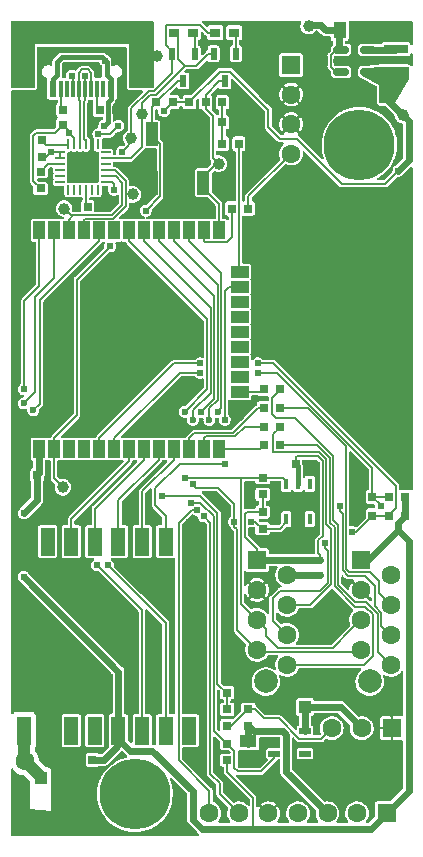
<source format=gbr>
G04 #@! TF.GenerationSoftware,KiCad,Pcbnew,(5.99.0-10229-ge8e7d13299)*
G04 #@! TF.CreationDate,2021-06-15T20:07:49+02:00*
G04 #@! TF.ProjectId,openair2,6f70656e-6169-4723-922e-6b696361645f,rev?*
G04 #@! TF.SameCoordinates,PX3473bc0PY1312d00*
G04 #@! TF.FileFunction,Copper,L1,Top*
G04 #@! TF.FilePolarity,Positive*
%FSLAX46Y46*%
G04 Gerber Fmt 4.6, Leading zero omitted, Abs format (unit mm)*
G04 Created by KiCad (PCBNEW (5.99.0-10229-ge8e7d13299)) date 2021-06-15 20:07:49*
%MOMM*%
%LPD*%
G01*
G04 APERTURE LIST*
G04 Aperture macros list*
%AMRoundRect*
0 Rectangle with rounded corners*
0 $1 Rounding radius*
0 $2 $3 $4 $5 $6 $7 $8 $9 X,Y pos of 4 corners*
0 Add a 4 corners polygon primitive as box body*
4,1,4,$2,$3,$4,$5,$6,$7,$8,$9,$2,$3,0*
0 Add four circle primitives for the rounded corners*
1,1,$1+$1,$2,$3*
1,1,$1+$1,$4,$5*
1,1,$1+$1,$6,$7*
1,1,$1+$1,$8,$9*
0 Add four rect primitives between the rounded corners*
20,1,$1+$1,$2,$3,$4,$5,0*
20,1,$1+$1,$4,$5,$6,$7,0*
20,1,$1+$1,$6,$7,$8,$9,0*
20,1,$1+$1,$8,$9,$2,$3,0*%
G04 Aperture macros list end*
G04 #@! TA.AperFunction,SMDPad,CuDef*
%ADD10R,0.700000X0.800000*%
G04 #@! TD*
G04 #@! TA.AperFunction,SMDPad,CuDef*
%ADD11R,0.965000X0.800000*%
G04 #@! TD*
G04 #@! TA.AperFunction,SMDPad,CuDef*
%ADD12R,0.600000X1.000000*%
G04 #@! TD*
G04 #@! TA.AperFunction,WasherPad*
%ADD13C,6.000000*%
G04 #@! TD*
G04 #@! TA.AperFunction,SMDPad,CuDef*
%ADD14R,1.000000X1.500000*%
G04 #@! TD*
G04 #@! TA.AperFunction,SMDPad,CuDef*
%ADD15R,1.500000X1.000000*%
G04 #@! TD*
G04 #@! TA.AperFunction,SMDPad,CuDef*
%ADD16R,6.000000X6.000000*%
G04 #@! TD*
G04 #@! TA.AperFunction,SMDPad,CuDef*
%ADD17R,0.450000X0.950000*%
G04 #@! TD*
G04 #@! TA.AperFunction,SMDPad,CuDef*
%ADD18R,2.500000X1.400000*%
G04 #@! TD*
G04 #@! TA.AperFunction,SMDPad,CuDef*
%ADD19R,0.800000X0.700000*%
G04 #@! TD*
G04 #@! TA.AperFunction,SMDPad,CuDef*
%ADD20C,1.000000*%
G04 #@! TD*
G04 #@! TA.AperFunction,SMDPad,CuDef*
%ADD21R,1.200000X2.400000*%
G04 #@! TD*
G04 #@! TA.AperFunction,SMDPad,CuDef*
%ADD22R,1.000000X2.000000*%
G04 #@! TD*
G04 #@! TA.AperFunction,WasherPad*
%ADD23C,2.000000*%
G04 #@! TD*
G04 #@! TA.AperFunction,ComponentPad*
%ADD24R,1.600000X1.600000*%
G04 #@! TD*
G04 #@! TA.AperFunction,ComponentPad*
%ADD25C,1.600000*%
G04 #@! TD*
G04 #@! TA.AperFunction,SMDPad,CuDef*
%ADD26R,1.100000X1.100000*%
G04 #@! TD*
G04 #@! TA.AperFunction,SMDPad,CuDef*
%ADD27R,1.050000X1.050000*%
G04 #@! TD*
G04 #@! TA.AperFunction,SMDPad,CuDef*
%ADD28R,1.050000X2.200000*%
G04 #@! TD*
G04 #@! TA.AperFunction,SMDPad,CuDef*
%ADD29R,1.000000X0.500000*%
G04 #@! TD*
G04 #@! TA.AperFunction,SMDPad,CuDef*
%ADD30R,1.100000X1.400000*%
G04 #@! TD*
G04 #@! TA.AperFunction,SMDPad,CuDef*
%ADD31R,1.400000X1.100000*%
G04 #@! TD*
G04 #@! TA.AperFunction,SMDPad,CuDef*
%ADD32R,2.000000X0.800000*%
G04 #@! TD*
G04 #@! TA.AperFunction,SMDPad,CuDef*
%ADD33RoundRect,0.150000X-0.512500X-0.150000X0.512500X-0.150000X0.512500X0.150000X-0.512500X0.150000X0*%
G04 #@! TD*
G04 #@! TA.AperFunction,SMDPad,CuDef*
%ADD34R,0.600000X1.450000*%
G04 #@! TD*
G04 #@! TA.AperFunction,SMDPad,CuDef*
%ADD35R,0.300000X1.450000*%
G04 #@! TD*
G04 #@! TA.AperFunction,SMDPad,CuDef*
%ADD36R,1.800000X1.450000*%
G04 #@! TD*
G04 #@! TA.AperFunction,SMDPad,CuDef*
%ADD37R,1.800000X1.200000*%
G04 #@! TD*
G04 #@! TA.AperFunction,SMDPad,CuDef*
%ADD38RoundRect,0.062500X-0.062500X0.350000X-0.062500X-0.350000X0.062500X-0.350000X0.062500X0.350000X0*%
G04 #@! TD*
G04 #@! TA.AperFunction,SMDPad,CuDef*
%ADD39RoundRect,0.062500X-0.350000X0.062500X-0.350000X-0.062500X0.350000X-0.062500X0.350000X0.062500X0*%
G04 #@! TD*
G04 #@! TA.AperFunction,SMDPad,CuDef*
%ADD40R,2.600000X2.600000*%
G04 #@! TD*
G04 #@! TA.AperFunction,ViaPad*
%ADD41C,0.604800*%
G04 #@! TD*
G04 #@! TA.AperFunction,ViaPad*
%ADD42C,0.600000*%
G04 #@! TD*
G04 #@! TA.AperFunction,Conductor*
%ADD43C,0.150000*%
G04 #@! TD*
G04 #@! TA.AperFunction,Conductor*
%ADD44C,0.600000*%
G04 #@! TD*
G04 #@! TA.AperFunction,Conductor*
%ADD45C,0.200000*%
G04 #@! TD*
G04 #@! TA.AperFunction,Conductor*
%ADD46C,0.400000*%
G04 #@! TD*
G04 #@! TA.AperFunction,Conductor*
%ADD47C,1.000000*%
G04 #@! TD*
G04 APERTURE END LIST*
D10*
X2700000Y-39000000D03*
X1300000Y-39000000D03*
D11*
X17800000Y-1500000D03*
X19400000Y-1500000D03*
X14300000Y-1500000D03*
X15900000Y-1500000D03*
D12*
X19550000Y-3300000D03*
X17650000Y-3300000D03*
X18600000Y-5600000D03*
X16050000Y-3300000D03*
X14150000Y-3300000D03*
X15100000Y-5600000D03*
D10*
X15600000Y-7400000D03*
X17000000Y-7400000D03*
X14200000Y-7400000D03*
X12800000Y-7400000D03*
X18400000Y-7400000D03*
X19800000Y-7400000D03*
X19800000Y-10900000D03*
X18400000Y-10900000D03*
X19200000Y-16400000D03*
X20600000Y-16400000D03*
D13*
X11000000Y-66000000D03*
X30000000Y-11000000D03*
D14*
X1600000Y-36750000D03*
X2870000Y-36750000D03*
X4140000Y-36750000D03*
X5410000Y-36750000D03*
X6680000Y-36750000D03*
X7950000Y-36750000D03*
X9220000Y-36750000D03*
X10490000Y-36750000D03*
X11760000Y-36750000D03*
X13030000Y-36750000D03*
X14300000Y-36750000D03*
X15570000Y-36750000D03*
X16840000Y-36750000D03*
X18110000Y-36750000D03*
D15*
X19850000Y-33200000D03*
X19850000Y-31930000D03*
X19850000Y-30660000D03*
X19850000Y-29390000D03*
X19850000Y-28120000D03*
X19850000Y-26850000D03*
X19850000Y-25580000D03*
X19850000Y-24310000D03*
X19850000Y-23040000D03*
X19850000Y-21770000D03*
D14*
X18110000Y-18250000D03*
X16840000Y-18250000D03*
X15570000Y-18250000D03*
X14300000Y-18250000D03*
X13030000Y-18250000D03*
X11760000Y-18250000D03*
X10490000Y-18250000D03*
X9220000Y-18250000D03*
X7950000Y-18250000D03*
X6680000Y-18250000D03*
X5410000Y-18250000D03*
X4140000Y-18250000D03*
X2870000Y-18250000D03*
X1600000Y-18250000D03*
D16*
X9300000Y-27500000D03*
D10*
X18400000Y-9100000D03*
X19800000Y-9100000D03*
X7400000Y-63100000D03*
X6000000Y-63100000D03*
D17*
X23800000Y-42700000D03*
X24800000Y-42700000D03*
X25800000Y-42700000D03*
X25800000Y-39700000D03*
X24800000Y-39700000D03*
X23800000Y-39700000D03*
D18*
X24800000Y-41200000D03*
D19*
X21800000Y-42100000D03*
X21800000Y-43500000D03*
X21800000Y-40600000D03*
X21800000Y-39200000D03*
D10*
X24600000Y-38000000D03*
X26000000Y-38000000D03*
D20*
X33700000Y-8500000D03*
X27500000Y-6400000D03*
X10800000Y-15200000D03*
X10700000Y-10450000D03*
X5000000Y-16400000D03*
X11600000Y-8400000D03*
D21*
X15600000Y-44600000D03*
X13600000Y-44600000D03*
X11600000Y-44600000D03*
X9600000Y-44600000D03*
X7600000Y-44600000D03*
X5600000Y-44600000D03*
X3600000Y-44600000D03*
X1600000Y-44600000D03*
X1600000Y-60600000D03*
X3600000Y-60600000D03*
X5600000Y-60600000D03*
X7600000Y-60600000D03*
X9600000Y-60600000D03*
X11600000Y-60600000D03*
X13600000Y-60600000D03*
X15600000Y-60600000D03*
D20*
X12900000Y-3500000D03*
D22*
X12400000Y-10100000D03*
X16800000Y-10100000D03*
X16800000Y-14200000D03*
X12400000Y-14200000D03*
D23*
X22070000Y-56445000D03*
D24*
X21330000Y-46155000D03*
D25*
X23870000Y-47425000D03*
X21330000Y-48695000D03*
X23870000Y-49965000D03*
X21330000Y-51235000D03*
X23870000Y-52505000D03*
X21330000Y-53775000D03*
X23870000Y-55045000D03*
D23*
X30870000Y-56445000D03*
D24*
X30130000Y-46155000D03*
D25*
X32670000Y-47425000D03*
X30130000Y-48695000D03*
X32670000Y-49965000D03*
X30130000Y-51235000D03*
X32670000Y-52505000D03*
X30130000Y-53775000D03*
X32670000Y-55045000D03*
D26*
X22600000Y-58600000D03*
X25400000Y-58600000D03*
D24*
X32740000Y-60400000D03*
D25*
X30200000Y-60400000D03*
X27660000Y-60400000D03*
D19*
X20600000Y-60200000D03*
X20600000Y-58800000D03*
X18800000Y-61700000D03*
X18800000Y-63100000D03*
D27*
X3000000Y-64597500D03*
D28*
X1525000Y-66100000D03*
X4475000Y-66100000D03*
D25*
X1700000Y-63200000D03*
D29*
X22800000Y-60650000D03*
X22800000Y-61600000D03*
X22800000Y-62550000D03*
X25400000Y-62550000D03*
X25400000Y-60650000D03*
D20*
X4900000Y-40000000D03*
X18100000Y-12600000D03*
D30*
X32375000Y-6700000D03*
X30625000Y-6700000D03*
D31*
X20600000Y-61525000D03*
X20600000Y-63275000D03*
D30*
X28325000Y-1300000D03*
X30075000Y-1300000D03*
D32*
X33100000Y-2900000D03*
X33100000Y-4900000D03*
D24*
X32300000Y-67600000D03*
D25*
X29800000Y-67600000D03*
X27300000Y-67600000D03*
X24800000Y-67600000D03*
X22300000Y-67600000D03*
X19800000Y-67600000D03*
X17300000Y-67600000D03*
D24*
X24200000Y-4250000D03*
D25*
X24200000Y-6750000D03*
X24200000Y-9250000D03*
X24200000Y-11750000D03*
D19*
X18800000Y-60200000D03*
X18800000Y-58800000D03*
D33*
X28462500Y-2950000D03*
X28462500Y-3900000D03*
X28462500Y-4850000D03*
X30737500Y-4850000D03*
X30737500Y-2950000D03*
D10*
X23300000Y-36400000D03*
X21900000Y-36400000D03*
X31100000Y-42400000D03*
X29700000Y-42400000D03*
X23300000Y-34900000D03*
X21900000Y-34900000D03*
X23300000Y-33300000D03*
X21900000Y-33300000D03*
X23300000Y-31700000D03*
X21900000Y-31700000D03*
X33900000Y-42400000D03*
X32500000Y-42400000D03*
X32500000Y-40800000D03*
X33900000Y-40800000D03*
D19*
X18800000Y-57400000D03*
X18800000Y-56000000D03*
D10*
X31100000Y-40800000D03*
X29700000Y-40800000D03*
D20*
X25700000Y-950000D03*
D10*
X3100000Y-12000000D03*
X1700000Y-12000000D03*
X3500000Y-8050000D03*
X4900000Y-8050000D03*
X4900000Y-9300000D03*
X3500000Y-9300000D03*
D34*
X9750000Y-6245000D03*
X8950000Y-6245000D03*
D35*
X7750000Y-6245000D03*
X6750000Y-6245000D03*
X6250000Y-6245000D03*
X5250000Y-6245000D03*
D34*
X4050000Y-6245000D03*
X3250000Y-6245000D03*
D35*
X4750000Y-6245000D03*
X5750000Y-6245000D03*
X7250000Y-6245000D03*
X8250000Y-6245000D03*
D36*
X1430000Y-5330000D03*
D37*
X1430000Y-1150000D03*
X11570000Y-1150000D03*
D36*
X11570000Y-5330000D03*
D19*
X3000000Y-13300000D03*
X3000000Y-14700000D03*
D10*
X9400000Y-8050000D03*
X8000000Y-8050000D03*
X7000000Y-16300000D03*
X8400000Y-16300000D03*
D38*
X7850000Y-10962500D03*
X7350000Y-10962500D03*
X6850000Y-10962500D03*
X6350000Y-10962500D03*
X5850000Y-10962500D03*
X5350000Y-10962500D03*
D39*
X4662500Y-11650000D03*
X4662500Y-12150000D03*
X4662500Y-12650000D03*
X4662500Y-13150000D03*
X4662500Y-13650000D03*
X4662500Y-14150000D03*
D38*
X5350000Y-14837500D03*
X5850000Y-14837500D03*
X6350000Y-14837500D03*
X6850000Y-14837500D03*
X7350000Y-14837500D03*
X7850000Y-14837500D03*
D39*
X8537500Y-14150000D03*
X8537500Y-13650000D03*
X8537500Y-13150000D03*
X8537500Y-12650000D03*
X8537500Y-12150000D03*
X8537500Y-11650000D03*
D40*
X6600000Y-12900000D03*
D10*
X3100000Y-10600000D03*
X1700000Y-10600000D03*
D41*
X13439300Y-8147160D03*
X7900000Y-10098084D03*
X26700000Y-46200000D03*
X33258745Y-43600000D03*
X9600000Y-9400000D03*
X5400000Y-10000000D03*
X1600000Y-42200000D03*
X1568015Y-47572002D03*
X33300000Y-13200000D03*
X21500000Y-58100000D03*
X31200000Y-1800000D03*
X5300000Y-4400000D03*
X4500000Y-68000000D03*
D42*
X19850000Y-34050000D03*
D41*
X1000000Y-11300000D03*
X1600000Y-16900000D03*
X13100000Y-34200000D03*
X8300000Y-49900000D03*
X7700000Y-4400000D03*
X29700000Y-38600000D03*
X21700000Y-10500000D03*
X10051911Y-8648089D03*
X32000000Y-15300000D03*
X29500000Y-3900000D03*
X25800000Y-7800000D03*
X8500000Y-15300000D03*
X21500000Y-25300000D03*
X33000000Y-58100000D03*
X3600000Y-58600000D03*
X7300000Y-9500000D03*
X20600000Y-19100000D03*
D42*
X3800000Y-35000000D03*
D41*
X2700000Y-8700000D03*
X31700000Y-35600000D03*
X15600000Y-42900000D03*
X9600000Y-3500000D03*
X5500000Y-67000000D03*
D42*
X8449751Y-32257493D03*
D41*
X25800000Y-55900000D03*
X3100000Y-51700000D03*
X1500000Y-6900000D03*
X26500000Y-51600000D03*
X25100000Y-29800000D03*
X5500000Y-65000000D03*
X15700000Y-11000000D03*
X7900000Y-57100000D03*
X25600000Y-44200000D03*
X26300000Y-38800000D03*
X10600000Y-6800000D03*
X2700000Y-46800000D03*
X25800000Y-21100000D03*
X1500000Y-68000000D03*
X9600000Y-10300000D03*
X9200000Y-15800000D03*
X7200000Y-68200000D03*
X3500000Y-68000000D03*
X2500000Y-68000000D03*
X2400000Y-6900000D03*
X28500000Y-62700000D03*
X4500000Y-64000000D03*
X5500000Y-66000000D03*
X13000000Y-47400000D03*
X31500000Y-28100000D03*
D42*
X9300000Y-23900000D03*
D41*
X11200000Y-12900000D03*
X6300000Y-47100000D03*
X15700000Y-57400000D03*
X3500000Y-63000000D03*
X22000000Y-15400000D03*
X1781699Y-13400000D03*
X22850000Y-41350000D03*
X3400000Y-3400000D03*
X21852400Y-63047600D03*
X21900000Y-3600000D03*
X18800000Y-65600000D03*
D42*
X13655372Y-27978023D03*
D41*
X21852400Y-62071797D03*
X12600000Y-55000000D03*
X28400000Y-7400000D03*
X11900000Y-16600000D03*
X8900000Y-19600000D03*
X26700000Y-825000D03*
X26675000Y-47425000D03*
X8400000Y-9400000D03*
X8500000Y-3900000D03*
X3850000Y-11650000D03*
X16246442Y-41905180D03*
D42*
X17300000Y-34300000D03*
D41*
X16821816Y-42467911D03*
D42*
X18000000Y-33600000D03*
D41*
X15903433Y-39727410D03*
X19400000Y-42900000D03*
X20827410Y-42903500D03*
D42*
X15900000Y-34300000D03*
X15200000Y-33600000D03*
D41*
X15200000Y-39200000D03*
X7800000Y-46600000D03*
D42*
X2400000Y-33500000D03*
D41*
X8704219Y-46598696D03*
D42*
X1600000Y-32900000D03*
D41*
X18600000Y-38000000D03*
X18600000Y-34300000D03*
X15713153Y-41302416D03*
X16600000Y-33600000D03*
X13300001Y-40699999D03*
X1600000Y-31700000D03*
X21400000Y-29500000D03*
X16500000Y-29500000D03*
X27050342Y-44695530D03*
X29403153Y-43800000D03*
X31800000Y-41600000D03*
X21400000Y-30300000D03*
X16500000Y-30300000D03*
X28327443Y-41600000D03*
X9200000Y-14800000D03*
X9900000Y-11600000D03*
X6750000Y-5150000D03*
X5653000Y-5145560D03*
D43*
X2375489Y-14075489D02*
X3000000Y-14700000D01*
D44*
X33258745Y-43600000D02*
X34200000Y-44541255D01*
X2870000Y-36750000D02*
X2870000Y-38830000D01*
X21100001Y-68900001D02*
X16675999Y-68900001D01*
X9600000Y-60600000D02*
X9600000Y-55603987D01*
X21330000Y-46155000D02*
X25945000Y-46155000D01*
D43*
X21800000Y-42000000D02*
X21900000Y-42100000D01*
D44*
X10599999Y-62300001D02*
X12480003Y-62300001D01*
D43*
X21330000Y-45205000D02*
X21330000Y-46155000D01*
X18800000Y-63100000D02*
X18800000Y-64100000D01*
D45*
X5400000Y-9800000D02*
X4900000Y-9300000D01*
D44*
X15930313Y-65750311D02*
X15930313Y-66899676D01*
X33258745Y-43600000D02*
X34040001Y-44381256D01*
X25945000Y-46155000D02*
X26655000Y-46155000D01*
X9600000Y-60600000D02*
X9600000Y-61850000D01*
X2700000Y-41100000D02*
X2700000Y-39000000D01*
X26655000Y-46155000D02*
X26700000Y-46200000D01*
D45*
X18200000Y-4800000D02*
X19049120Y-4800000D01*
D43*
X18800000Y-64100000D02*
X21000000Y-66300000D01*
D44*
X9600000Y-61850000D02*
X8350000Y-63100000D01*
D46*
X24800000Y-38200000D02*
X24600000Y-38000000D01*
D43*
X26500000Y-44500000D02*
X26500000Y-45572342D01*
D45*
X15600000Y-7400000D02*
X18200000Y-4800000D01*
D44*
X30130000Y-46155000D02*
X30703745Y-46155000D01*
D43*
X4900000Y-9300000D02*
X4224511Y-9975489D01*
X21900000Y-40600000D02*
X21800000Y-40700000D01*
D44*
X34040001Y-65859999D02*
X32300000Y-67600000D01*
X2870000Y-38830000D02*
X2700000Y-39000000D01*
D43*
X2624511Y-9975489D02*
X2375489Y-10224511D01*
D44*
X1600000Y-42200000D02*
X2700000Y-41100000D01*
X33258745Y-43600000D02*
X33258745Y-43041255D01*
D43*
X21000000Y-66300000D02*
X21000000Y-68800000D01*
D45*
X23300000Y-10500000D02*
X24700000Y-10500000D01*
X22300000Y-9500000D02*
X23300000Y-10500000D01*
D44*
X32375000Y-6700000D02*
X32375000Y-6850000D01*
D43*
X21800000Y-40700000D02*
X21800000Y-42000000D01*
D44*
X9600000Y-55603987D02*
X1870414Y-47874401D01*
X33700000Y-8500000D02*
X34200000Y-9000000D01*
D45*
X32200000Y-14300000D02*
X33300000Y-13200000D01*
X14200000Y-7400000D02*
X14186460Y-7400000D01*
D44*
X9600000Y-61300002D02*
X9600000Y-60600000D01*
D43*
X20300000Y-44175000D02*
X21330000Y-45205000D01*
X26900000Y-42900000D02*
X26900000Y-43000000D01*
D45*
X19049120Y-4800000D02*
X22300000Y-8050880D01*
D43*
X26700000Y-45772342D02*
X26700000Y-46200000D01*
D44*
X8350000Y-63100000D02*
X7400000Y-63100000D01*
D43*
X21000000Y-68800000D02*
X21100001Y-68900001D01*
D46*
X24800000Y-39700000D02*
X24800000Y-38200000D01*
D44*
X15929989Y-66900000D02*
X15929989Y-67373991D01*
D45*
X5850000Y-10450000D02*
X5400000Y-10000000D01*
D44*
X10599999Y-62300001D02*
X9600000Y-61300002D01*
D43*
X26900000Y-42900000D02*
X26900000Y-44100000D01*
D45*
X8901916Y-10098084D02*
X9600000Y-9400000D01*
D44*
X15930313Y-66899676D02*
X15929989Y-66900000D01*
D43*
X22000000Y-42100000D02*
X20500000Y-42100000D01*
D44*
X34200000Y-12300000D02*
X33300000Y-13200000D01*
D45*
X24700000Y-10500000D02*
X28500000Y-14300000D01*
D44*
X34200000Y-44541255D02*
X34200000Y-49500000D01*
X32300000Y-67600000D02*
X30999999Y-68900001D01*
X15929989Y-68153991D02*
X15929989Y-65749987D01*
D43*
X2375489Y-10224511D02*
X2375489Y-14075489D01*
D44*
X33900000Y-40800000D02*
X33900000Y-42400000D01*
D43*
X4224511Y-9975489D02*
X2624511Y-9975489D01*
D44*
X30999999Y-68900001D02*
X21100001Y-68900001D01*
X33258745Y-43041255D02*
X33900000Y-42400000D01*
D45*
X14186460Y-7400000D02*
X13439300Y-8147160D01*
D44*
X30703745Y-46155000D02*
X33258745Y-43600000D01*
X12480003Y-62300001D02*
X15929989Y-65749987D01*
D45*
X5850000Y-10962500D02*
X5850000Y-10450000D01*
X5400000Y-10000000D02*
X5400000Y-9800000D01*
D43*
X26530001Y-37374999D02*
X26900000Y-37744998D01*
D45*
X7900000Y-10098084D02*
X8901916Y-10098084D01*
D43*
X24600000Y-37450000D02*
X24675001Y-37374999D01*
X26500000Y-45572342D02*
X26700000Y-45772342D01*
D44*
X34200000Y-65700000D02*
X34040001Y-65859999D01*
D45*
X22300000Y-8050880D02*
X22300000Y-9500000D01*
D44*
X1870414Y-47874401D02*
X1568015Y-47572002D01*
X32375000Y-7175000D02*
X33700000Y-8500000D01*
D43*
X24600000Y-38000000D02*
X24600000Y-37450000D01*
X26900000Y-44100000D02*
X26500000Y-44500000D01*
D44*
X15929989Y-65749987D02*
X15899771Y-65719769D01*
X16675999Y-68900001D02*
X15929989Y-68153991D01*
D43*
X26900000Y-37744998D02*
X26900000Y-42900000D01*
X24675001Y-37374999D02*
X26530001Y-37374999D01*
D45*
X28500000Y-14300000D02*
X32200000Y-14300000D01*
D44*
X34200000Y-9000000D02*
X34200000Y-12300000D01*
D45*
X14200000Y-7400000D02*
X15600000Y-7400000D01*
D44*
X34200000Y-49500000D02*
X34200000Y-65700000D01*
X32375000Y-6700000D02*
X32375000Y-7175000D01*
X34200000Y-49500000D02*
X34200000Y-54200000D01*
D43*
X20300000Y-42300000D02*
X20300000Y-44175000D01*
X20500000Y-42100000D02*
X20300000Y-42300000D01*
D44*
X15929989Y-65749987D02*
X15930313Y-65750311D01*
X15600000Y-44600000D02*
X15600000Y-42900000D01*
D43*
X4500000Y-68000000D02*
X3500000Y-68000000D01*
D44*
X3800000Y-35000000D02*
X2469998Y-35000000D01*
D46*
X21900000Y-61600000D02*
X21800000Y-61700000D01*
D44*
X19850000Y-33200000D02*
X19850000Y-34050000D01*
D46*
X21800000Y-61700000D02*
X21800000Y-62019397D01*
D44*
X1600000Y-13218301D02*
X1781699Y-13400000D01*
X9300000Y-31407244D02*
X8749750Y-31957494D01*
X1600000Y-38700000D02*
X1300000Y-39000000D01*
X5050000Y-63100000D02*
X3600000Y-61650000D01*
D43*
X5400000Y-66100000D02*
X5500000Y-66000000D01*
D44*
X1600000Y-18250000D02*
X1600000Y-16900000D01*
D43*
X4475000Y-66100000D02*
X5400000Y-66100000D01*
D44*
X13177349Y-27500000D02*
X13355373Y-27678024D01*
X1600000Y-36750000D02*
X1600000Y-38700000D01*
X9300000Y-27500000D02*
X9300000Y-31407244D01*
X1600000Y-16900000D02*
X1600000Y-13581699D01*
X3600000Y-58600000D02*
X3600000Y-60600000D01*
X2469998Y-35000000D02*
X1600000Y-35869998D01*
X20600000Y-63100000D02*
X20650000Y-63100000D01*
D43*
X2500000Y-68000000D02*
X3200000Y-68000000D01*
X5500000Y-66000000D02*
X5500000Y-67000000D01*
D44*
X1600000Y-44600000D02*
X1600000Y-46400000D01*
D46*
X26000000Y-38400000D02*
X26400000Y-38800000D01*
D43*
X5500000Y-65000000D02*
X5500000Y-66000000D01*
D46*
X22800000Y-61600000D02*
X21900000Y-61600000D01*
D43*
X3500000Y-63000000D02*
X4500000Y-64000000D01*
D46*
X21800000Y-62019397D02*
X21852400Y-62071797D01*
D44*
X8749750Y-31957494D02*
X8449751Y-32257493D01*
X1600000Y-46400000D02*
X2000000Y-46800000D01*
X29700000Y-38600000D02*
X29700000Y-40800000D01*
X3600000Y-61650000D02*
X3600000Y-60600000D01*
D46*
X26000000Y-38000000D02*
X26000000Y-38400000D01*
D44*
X13355373Y-27678024D02*
X13655372Y-27978023D01*
X6000000Y-63100000D02*
X5050000Y-63100000D01*
X9300000Y-27500000D02*
X9300000Y-23900000D01*
D43*
X5500000Y-67000000D02*
X4500000Y-68000000D01*
X4500000Y-64000000D02*
X5500000Y-65000000D01*
X19800000Y-7400000D02*
X19800000Y-9100000D01*
D44*
X2000000Y-46800000D02*
X2700000Y-46800000D01*
D43*
X2500000Y-68000000D02*
X1500000Y-68000000D01*
D44*
X9300000Y-27500000D02*
X13177349Y-27500000D01*
X1600000Y-13581699D02*
X1781699Y-13400000D01*
X1600000Y-35869998D02*
X1600000Y-36750000D01*
D43*
X6850000Y-14837500D02*
X6850000Y-16150000D01*
X6850000Y-16150000D02*
X7000000Y-16300000D01*
X15100000Y-5600000D02*
X14600000Y-5600000D01*
X8597601Y-19902399D02*
X8900000Y-19600000D01*
X4140000Y-36750000D02*
X4140000Y-39240000D01*
X12400000Y-10200000D02*
X12400000Y-7800000D01*
X13124511Y-15375489D02*
X11900000Y-16600000D01*
X4140000Y-36750000D02*
X4140000Y-35850000D01*
X14600000Y-5600000D02*
X12800000Y-7400000D01*
X12400000Y-10200000D02*
X13124511Y-10924511D01*
X6074999Y-22425001D02*
X8597601Y-19902399D01*
X4140000Y-35850000D02*
X6074999Y-33915001D01*
X6074999Y-33915001D02*
X6074999Y-22425001D01*
X13124511Y-10924511D02*
X13124511Y-15375489D01*
X4140000Y-39240000D02*
X4900000Y-40000000D01*
X12400000Y-7800000D02*
X12800000Y-7400000D01*
X17600000Y-12100000D02*
X17600000Y-8550000D01*
X18110000Y-16010000D02*
X16800000Y-14700000D01*
X16800000Y-14700000D02*
X16800000Y-14200000D01*
X17000000Y-6850000D02*
X17000000Y-7400000D01*
X18600000Y-5600000D02*
X18150000Y-5600000D01*
X18110000Y-18250000D02*
X18110000Y-16010000D01*
X17000000Y-6750000D02*
X17000000Y-6850000D01*
X16800000Y-13700000D02*
X17900000Y-12600000D01*
X16800000Y-14200000D02*
X16800000Y-13700000D01*
X17600000Y-8550000D02*
X17000000Y-7950000D01*
X18100000Y-12600000D02*
X17600000Y-12100000D01*
X17000000Y-7950000D02*
X17000000Y-7400000D01*
X17900000Y-12600000D02*
X18100000Y-12600000D01*
X18150000Y-5600000D02*
X17000000Y-6750000D01*
X19550000Y-3300000D02*
X19550000Y-1650000D01*
X19550000Y-1650000D02*
X19400000Y-1500000D01*
X16050000Y-3300000D02*
X16050000Y-1650000D01*
X16050000Y-1650000D02*
X15900000Y-1500000D01*
X18400000Y-9100000D02*
X18400000Y-10900000D01*
X18400000Y-7400000D02*
X18400000Y-9100000D01*
D44*
X28300000Y-1325000D02*
X28325000Y-1300000D01*
X23800001Y-60949999D02*
X23800001Y-64100001D01*
D46*
X4400000Y-5090880D02*
X4050000Y-5440880D01*
D45*
X3500000Y-12000000D02*
X3850000Y-11650000D01*
D46*
X8950000Y-5435000D02*
X8600000Y-5085000D01*
X4800000Y-3600000D02*
X4400000Y-4000000D01*
X8950000Y-6245000D02*
X8950000Y-5435000D01*
D44*
X27175000Y-1300000D02*
X26700000Y-825000D01*
X28325000Y-1300000D02*
X27175000Y-1300000D01*
D46*
X8600000Y-4000000D02*
X8500000Y-3900000D01*
D44*
X22800000Y-60650000D02*
X23500002Y-60650000D01*
D46*
X8200000Y-3600000D02*
X8500000Y-3900000D01*
D44*
X20600000Y-60300000D02*
X20700000Y-60300000D01*
D46*
X8600000Y-5085000D02*
X8600000Y-4000000D01*
D44*
X28300000Y-2950000D02*
X28300000Y-1325000D01*
D45*
X4662500Y-11650000D02*
X3850000Y-11650000D01*
D44*
X26700000Y-825000D02*
X25825000Y-825000D01*
D46*
X8699511Y-7371369D02*
X8699511Y-9100489D01*
X4050000Y-5440880D02*
X4050000Y-6245000D01*
D43*
X27575480Y-3424520D02*
X28050000Y-2950000D01*
D45*
X4662500Y-12150000D02*
X4662500Y-11650000D01*
D46*
X6400000Y-3600000D02*
X8200000Y-3600000D01*
D44*
X22800000Y-60650000D02*
X21950000Y-60650000D01*
X21050000Y-60650000D02*
X21950000Y-60650000D01*
X25825000Y-825000D02*
X25700000Y-950000D01*
D43*
X28050000Y-2950000D02*
X28300000Y-2950000D01*
X28300000Y-4850000D02*
X28050000Y-4850000D01*
D46*
X8699511Y-9100489D02*
X8400000Y-9400000D01*
D44*
X23800001Y-64100001D02*
X27300000Y-67600000D01*
D46*
X8950000Y-6245000D02*
X8950000Y-7120880D01*
D45*
X3100000Y-12000000D02*
X3500000Y-12000000D01*
D46*
X4400000Y-4000000D02*
X4400000Y-5090880D01*
D44*
X23870000Y-47425000D02*
X26675000Y-47425000D01*
X20600000Y-61700000D02*
X20600000Y-60300000D01*
D43*
X28050000Y-4850000D02*
X27575480Y-4375480D01*
D46*
X8200000Y-3600000D02*
X4800000Y-3600000D01*
D44*
X20700000Y-60300000D02*
X21050000Y-60650000D01*
D46*
X8950000Y-7120880D02*
X8699511Y-7371369D01*
D44*
X23500002Y-60650000D02*
X23800001Y-60949999D01*
D43*
X27575480Y-4375480D02*
X27575480Y-3424520D01*
X19800000Y-10900000D02*
X19800000Y-21720000D01*
X19800000Y-21720000D02*
X19850000Y-21770000D01*
X18000022Y-22850022D02*
X14300000Y-19150000D01*
X14300000Y-19150000D02*
X14300000Y-18250000D01*
X17300000Y-34300000D02*
X17300000Y-33324278D01*
X14699999Y-63099999D02*
X14699999Y-44450001D01*
X16246442Y-41905180D02*
X15818784Y-41905180D01*
X18000022Y-32624256D02*
X18000022Y-22850022D01*
X17300000Y-66468630D02*
X17300000Y-65700000D01*
X14699999Y-63065699D02*
X14699999Y-63099999D01*
X17300000Y-33324278D02*
X18000022Y-32624256D01*
X14699999Y-43023965D02*
X14699999Y-44450001D01*
X15818784Y-41905180D02*
X14699999Y-43023965D01*
X14699999Y-44450001D02*
X14699999Y-52450001D01*
X17300000Y-67600000D02*
X17300000Y-66468630D01*
X14699999Y-63099999D02*
X17300000Y-65700000D01*
X18174999Y-65974999D02*
X18174999Y-65074999D01*
X15570000Y-19150000D02*
X15570000Y-18250000D01*
X18174999Y-65074999D02*
X17349990Y-64249990D01*
X18000000Y-33600000D02*
X18300033Y-33299967D01*
X19800000Y-67600000D02*
X18174999Y-65974999D01*
X17349990Y-42996085D02*
X16821816Y-42467911D01*
X18300033Y-21880033D02*
X15570000Y-19150000D01*
X17349990Y-64249990D02*
X17349990Y-42996085D01*
X18300033Y-33299967D02*
X18300033Y-21880033D01*
X17429809Y-40029809D02*
X17629811Y-40029809D01*
X21485011Y-53930011D02*
X21330000Y-53775000D01*
X19400000Y-41400000D02*
X18400000Y-40400000D01*
X17400000Y-24790000D02*
X11760000Y-19150000D01*
X20830910Y-42900000D02*
X20827410Y-42903500D01*
X18400000Y-40400000D02*
X18200000Y-40200000D01*
X19400000Y-42900000D02*
X19400000Y-43327658D01*
X21800000Y-43500000D02*
X21200000Y-42900000D01*
X23250000Y-43500000D02*
X21800000Y-43500000D01*
X19637146Y-52082146D02*
X20277500Y-52722500D01*
X16205832Y-40029809D02*
X17429809Y-40029809D01*
X15903433Y-39727410D02*
X16205832Y-40029809D01*
X23800000Y-42950000D02*
X23250000Y-43500000D01*
X15900000Y-33500000D02*
X17400000Y-32000000D01*
X17429809Y-40029809D02*
X18029809Y-40029809D01*
X18029809Y-40029809D02*
X18400000Y-40400000D01*
X29974989Y-53930011D02*
X21485011Y-53930011D01*
X21200000Y-42900000D02*
X20830910Y-42900000D01*
X30130000Y-53775000D02*
X29974989Y-53930011D01*
X23800000Y-42700000D02*
X23800000Y-42950000D01*
X19637146Y-43564804D02*
X19637146Y-52082146D01*
X19400000Y-42900000D02*
X19400000Y-41400000D01*
X20277500Y-52722500D02*
X21330000Y-53775000D01*
X17400000Y-32000000D02*
X17400000Y-24790000D01*
X19400000Y-43327658D02*
X19637146Y-43564804D01*
X15900000Y-34300000D02*
X15900000Y-33500000D01*
X11760000Y-19150000D02*
X11760000Y-18250000D01*
X19900000Y-39200000D02*
X19937156Y-39237156D01*
X23100000Y-53600000D02*
X27765000Y-53600000D01*
X29330001Y-52034999D02*
X30130000Y-51235000D01*
X22129999Y-52629999D02*
X23100000Y-53600000D01*
X23500000Y-39200000D02*
X23800000Y-39500000D01*
X19937156Y-39237156D02*
X19937156Y-49842156D01*
X19937156Y-49842156D02*
X21330000Y-51235000D01*
X17100000Y-31700000D02*
X17100000Y-25760000D01*
X23800000Y-39500000D02*
X23800000Y-39700000D01*
X21330000Y-51235000D02*
X22129999Y-52034999D01*
X23300000Y-39200000D02*
X23500000Y-39200000D01*
X22000000Y-39200000D02*
X21450000Y-39200000D01*
X27765000Y-53600000D02*
X29330001Y-52034999D01*
X15200000Y-33600000D02*
X17100000Y-31700000D01*
X17100000Y-25760000D02*
X10490000Y-19150000D01*
X22000000Y-39200000D02*
X23300000Y-39200000D01*
X22129999Y-52034999D02*
X22129999Y-52629999D01*
X21450000Y-39200000D02*
X19900000Y-39200000D01*
X15200000Y-39200000D02*
X23300000Y-39200000D01*
X10490000Y-19150000D02*
X10490000Y-18250000D01*
X19900000Y-39200000D02*
X15200000Y-39200000D01*
D47*
X1600000Y-60600000D02*
X1600000Y-63100000D01*
X3000000Y-64500000D02*
X1700000Y-63200000D01*
X3000000Y-64597500D02*
X3000000Y-64500000D01*
X1600000Y-63100000D02*
X1700000Y-63200000D01*
D43*
X16840000Y-19150000D02*
X16915001Y-19225001D01*
X16915001Y-19225001D02*
X18790001Y-19225001D01*
X19200000Y-16950000D02*
X19200000Y-16400000D01*
X16840000Y-18250000D02*
X16840000Y-19150000D01*
X19200000Y-18815002D02*
X19200000Y-16950000D01*
X18790001Y-19225001D02*
X19200000Y-18815002D01*
X10490000Y-36750000D02*
X10490000Y-37810000D01*
X10490000Y-37810000D02*
X5600000Y-42700000D01*
X5600000Y-44600000D02*
X5600000Y-42700000D01*
X2400000Y-33500000D02*
X2975000Y-32925000D01*
X11600000Y-50400000D02*
X7800000Y-46600000D01*
X7950000Y-19150000D02*
X2975000Y-24125000D01*
X7950000Y-18250000D02*
X7950000Y-19150000D01*
X11600000Y-60600000D02*
X11600000Y-50400000D01*
X2975000Y-24125000D02*
X2975000Y-32925000D01*
X4140000Y-18250000D02*
X4140000Y-22260000D01*
X13600000Y-60600000D02*
X13600000Y-51494477D01*
X2524990Y-31975010D02*
X1600000Y-32900000D01*
X4140000Y-22260000D02*
X2524990Y-23875010D01*
X2524990Y-23875010D02*
X2524990Y-31975010D01*
X13600000Y-51494477D02*
X8704219Y-46598696D01*
X7600000Y-41810000D02*
X7600000Y-43250000D01*
X11760000Y-36750000D02*
X11760000Y-37650000D01*
X11760000Y-37650000D02*
X7600000Y-41810000D01*
X7600000Y-43250000D02*
X7600000Y-44600000D01*
X13600000Y-42404800D02*
X12697600Y-41502400D01*
X18600044Y-23389956D02*
X18950000Y-23040000D01*
X12697600Y-40102400D02*
X12697600Y-41502400D01*
X14800000Y-38000000D02*
X12697600Y-40102400D01*
X13600000Y-44600000D02*
X13600000Y-42404800D01*
X18600044Y-33872298D02*
X18600044Y-23389956D01*
X18600000Y-33872342D02*
X18600044Y-33872298D01*
X18600000Y-34300000D02*
X18600000Y-33872342D01*
X18950000Y-23040000D02*
X19850000Y-23040000D01*
X18600000Y-38000000D02*
X14800000Y-38000000D01*
X14300000Y-36750000D02*
X14300000Y-37650000D01*
X11600000Y-43250000D02*
X11600000Y-44600000D01*
X11600000Y-40350000D02*
X11600000Y-43250000D01*
X14300000Y-37650000D02*
X11600000Y-40350000D01*
X9600000Y-43250000D02*
X9600000Y-44600000D01*
X13030000Y-37650000D02*
X9600000Y-41080000D01*
X9600000Y-41080000D02*
X9600000Y-43250000D01*
X13030000Y-36750000D02*
X13030000Y-37650000D01*
D44*
X25400000Y-60650000D02*
X25400000Y-58600000D01*
X28400000Y-58600000D02*
X25400000Y-58600000D01*
X30200000Y-60400000D02*
X28400000Y-58600000D01*
D43*
X13030000Y-19150000D02*
X17700011Y-23820011D01*
X17700011Y-23820011D02*
X17700011Y-32499989D01*
X21699999Y-64050001D02*
X19849999Y-64050001D01*
X16616924Y-41383076D02*
X16536265Y-41302416D01*
X18800000Y-61700000D02*
X19424511Y-62324511D01*
X18750000Y-61700000D02*
X18800000Y-61700000D01*
X19424511Y-62324511D02*
X19424511Y-63753631D01*
X15713153Y-41302416D02*
X16536264Y-41302416D01*
X18750000Y-61700000D02*
X17650000Y-60600000D01*
X22800000Y-62550000D02*
X22800000Y-62950000D01*
X16536264Y-41302416D02*
X16616924Y-41383076D01*
X17650000Y-42416151D02*
X16616924Y-41383076D01*
X17700011Y-32499989D02*
X16600000Y-33600000D01*
X13030000Y-18250000D02*
X13030000Y-19150000D01*
X17650000Y-60600000D02*
X17650000Y-42416151D01*
X22800000Y-62950000D02*
X21699999Y-64050001D01*
X19424511Y-63753631D02*
X19720881Y-64050001D01*
X19720881Y-64050001D02*
X19849999Y-64050001D01*
X16499547Y-40699999D02*
X17983315Y-42183767D01*
X18750000Y-57400000D02*
X17983315Y-56633315D01*
X2870000Y-22964302D02*
X1600000Y-24234302D01*
X1600000Y-24234302D02*
X1600000Y-31700000D01*
X17983315Y-56633315D02*
X17983315Y-42183767D01*
X2870000Y-18250000D02*
X2870000Y-22964302D01*
X18800000Y-57400000D02*
X18750000Y-57400000D01*
X18800000Y-58800000D02*
X18800000Y-57400000D01*
X13300001Y-40699999D02*
X16499547Y-40699999D01*
X20600000Y-15350000D02*
X20600000Y-16400000D01*
X24200000Y-11750000D02*
X20600000Y-15350000D01*
X26784990Y-61275010D02*
X24925010Y-61275010D01*
X20600000Y-58800000D02*
X21150000Y-58800000D01*
X18800000Y-60200000D02*
X19150000Y-60200000D01*
X27660000Y-60400000D02*
X26784990Y-61275010D01*
X21899999Y-59549999D02*
X23199999Y-59549999D01*
X24925010Y-61275010D02*
X23199999Y-59549999D01*
X20550000Y-58800000D02*
X20600000Y-58800000D01*
X21150000Y-58800000D02*
X21899999Y-59549999D01*
X19150000Y-60200000D02*
X20550000Y-58800000D01*
X33075001Y-41774999D02*
X33075001Y-39875001D01*
X23870000Y-52505000D02*
X22650000Y-51285000D01*
X32500000Y-42400000D02*
X32500000Y-42350000D01*
X27300000Y-48100000D02*
X27300000Y-45372846D01*
X22700000Y-29500000D02*
X21400000Y-29500000D01*
X31100000Y-42450000D02*
X29750000Y-43800000D01*
X27300000Y-45372846D02*
X27050342Y-45123188D01*
X27050342Y-45123188D02*
X27050342Y-44695530D01*
X22650000Y-51285000D02*
X22650000Y-49400000D01*
X32500000Y-42400000D02*
X31100000Y-42400000D01*
X23300000Y-48750000D02*
X26650000Y-48750000D01*
X31100000Y-42400000D02*
X31100000Y-42450000D01*
X7950000Y-35850000D02*
X7950000Y-36750000D01*
X26650000Y-48750000D02*
X27300000Y-48100000D01*
X22650000Y-49400000D02*
X23300000Y-48750000D01*
X29750000Y-43800000D02*
X29403153Y-43800000D01*
X33075001Y-39875001D02*
X22700000Y-29500000D01*
X14300000Y-29500000D02*
X7950000Y-35850000D01*
X16500000Y-29500000D02*
X14300000Y-29500000D01*
X32500000Y-42350000D02*
X33075001Y-41774999D01*
X29025730Y-47480010D02*
X28575732Y-47030012D01*
X31800000Y-41600000D02*
X31800000Y-41500000D01*
X31300000Y-50039441D02*
X31300000Y-48347998D01*
X31870001Y-51705001D02*
X31870001Y-50609442D01*
X9220000Y-35850000D02*
X9220000Y-36750000D01*
X28575732Y-47030012D02*
X28575732Y-42275947D01*
X14770000Y-30300000D02*
X9220000Y-35850000D01*
X32670000Y-52505000D02*
X31870001Y-51705001D01*
X28327443Y-42027658D02*
X28327443Y-41600000D01*
X31800000Y-41500000D02*
X31100000Y-40800000D01*
X30432013Y-47480011D02*
X29025730Y-47480010D01*
X31300000Y-48347998D02*
X30432013Y-47480011D01*
X23055002Y-30300000D02*
X21400000Y-30300000D01*
X16500000Y-30300000D02*
X14770000Y-30300000D01*
X31100000Y-40800000D02*
X31100000Y-38344998D01*
X28575732Y-42275947D02*
X28327443Y-42027658D01*
X31100000Y-38344998D02*
X23055002Y-30300000D01*
X31870001Y-50609442D02*
X31300000Y-50039441D01*
X31100000Y-40800000D02*
X32500000Y-40800000D01*
X16020000Y-35400000D02*
X19300000Y-35400000D01*
X15570000Y-36750000D02*
X15570000Y-35850000D01*
X15570000Y-35850000D02*
X16020000Y-35400000D01*
X21400000Y-33300000D02*
X21900000Y-33300000D01*
X19300000Y-35400000D02*
X21400000Y-33300000D01*
X19500000Y-35700000D02*
X16990000Y-35700000D01*
X20300000Y-34900000D02*
X19500000Y-35700000D01*
X16990000Y-35700000D02*
X16840000Y-35850000D01*
X21900000Y-34900000D02*
X20300000Y-34900000D01*
X16840000Y-35850000D02*
X16840000Y-36750000D01*
X18110000Y-36750000D02*
X21550000Y-36750000D01*
X21550000Y-36750000D02*
X21900000Y-36400000D01*
D44*
X30900000Y-2950000D02*
X33050000Y-2950000D01*
X33050000Y-2950000D02*
X33100000Y-2900000D01*
D43*
X23300000Y-34900000D02*
X23300000Y-34950000D01*
X27600000Y-43529114D02*
X27600000Y-48224279D01*
X27200011Y-43129125D02*
X27600000Y-43529114D01*
X26604283Y-37025001D02*
X27200011Y-37620730D01*
X22724999Y-36980001D02*
X22769999Y-37025001D01*
X22769999Y-37025001D02*
X26604283Y-37025001D01*
X22724999Y-35525001D02*
X22724999Y-36980001D01*
X23300000Y-34950000D02*
X22724999Y-35525001D01*
X27600000Y-48224279D02*
X25859279Y-49965000D01*
X25859279Y-49965000D02*
X23870000Y-49965000D01*
X27200011Y-37620730D02*
X27200011Y-43129125D01*
X27500022Y-37496462D02*
X27500022Y-43004857D01*
X30377002Y-55045000D02*
X23870000Y-55045000D01*
X29600000Y-50020011D02*
X29600000Y-50100000D01*
X31155001Y-54267001D02*
X30377002Y-55045000D01*
X23300000Y-36400000D02*
X26403560Y-36400000D01*
X30512002Y-50100000D02*
X31155001Y-50742999D01*
X29520010Y-50020010D02*
X29600000Y-50020011D01*
X27500022Y-43004857D02*
X27900011Y-43404846D01*
X26403560Y-36400000D02*
X27500022Y-37496462D01*
X27900011Y-43404846D02*
X27900011Y-48400011D01*
X31155001Y-50742999D02*
X31155001Y-54267001D01*
X29600000Y-50100000D02*
X30512002Y-50100000D01*
X27900011Y-48400011D02*
X29520010Y-50020010D01*
X30880001Y-47180001D02*
X29149999Y-47180001D01*
X31644999Y-47944999D02*
X30880001Y-47180001D01*
X25630724Y-33300000D02*
X23800000Y-33300000D01*
X31644999Y-48939999D02*
X31644999Y-47944999D01*
X23800000Y-33300000D02*
X23300000Y-33300000D01*
X28875743Y-46905745D02*
X28875743Y-36545019D01*
X32670000Y-49965000D02*
X31644999Y-48939999D01*
X29149999Y-47180001D02*
X28875743Y-46905745D01*
X28875743Y-36545019D02*
X25630724Y-33300000D01*
X22600000Y-33755002D02*
X22944998Y-34100000D01*
X24527838Y-34100000D02*
X27800033Y-37372194D01*
X29644278Y-49720000D02*
X30556282Y-49720001D01*
X27800033Y-37372194D02*
X27800033Y-42800033D01*
X30556282Y-49720001D02*
X31569991Y-50733710D01*
X22944998Y-34100000D02*
X24527838Y-34100000D01*
X31569991Y-53944991D02*
X32670000Y-55045000D01*
X28200022Y-48275744D02*
X29644278Y-49720000D01*
X31569991Y-50733710D02*
X31569991Y-53944991D01*
X22600000Y-32450000D02*
X22600000Y-33755002D01*
X23300000Y-31750000D02*
X22600000Y-32450000D01*
X23300000Y-31700000D02*
X23300000Y-31750000D01*
X27800033Y-42800033D02*
X28200022Y-43200022D01*
X28200022Y-43200022D02*
X28200022Y-48275744D01*
X21670000Y-31930000D02*
X21900000Y-31700000D01*
X19850000Y-31930000D02*
X21670000Y-31930000D01*
X10199511Y-16224061D02*
X9148083Y-17275489D01*
X6754511Y-17275489D02*
X6680000Y-17350000D01*
X10199511Y-15200489D02*
X10199511Y-16224061D01*
X8537500Y-13150000D02*
X9273572Y-13150000D01*
X6680000Y-17350000D02*
X6680000Y-18250000D01*
X10199511Y-14075939D02*
X10199511Y-15100489D01*
X10200000Y-15200000D02*
X10199511Y-15200489D01*
X9273572Y-13150000D02*
X10199511Y-14075939D01*
X10199511Y-15100489D02*
X10199511Y-15200489D01*
X10800000Y-15200000D02*
X10200000Y-15200000D01*
X9148083Y-17275489D02*
X6754511Y-17275489D01*
X9024022Y-16975978D02*
X5784022Y-16975978D01*
X9900000Y-16100000D02*
X9024022Y-16975978D01*
X5410000Y-17350000D02*
X5410000Y-18250000D01*
X9900000Y-14200000D02*
X9900000Y-16100000D01*
X5575978Y-16975978D02*
X5000000Y-16400000D01*
X5784022Y-16975978D02*
X5410000Y-17350000D01*
X9350000Y-13650000D02*
X9900000Y-14200000D01*
X8537500Y-13650000D02*
X9350000Y-13650000D01*
X5784022Y-16975978D02*
X5575978Y-16975978D01*
X14150000Y-4950000D02*
X12624022Y-6475978D01*
X9200000Y-14300000D02*
X9200000Y-14800000D01*
X14150000Y-3300000D02*
X14150000Y-4950000D01*
X12624022Y-6475978D02*
X12146329Y-6475979D01*
X9900000Y-11600000D02*
X10200000Y-11300000D01*
X13592989Y-920391D02*
X13592989Y-2592989D01*
X10700000Y-10450000D02*
X10700000Y-10800000D01*
X8537500Y-14150000D02*
X9050000Y-14150000D01*
X13638381Y-874999D02*
X13592989Y-920391D01*
X16542499Y-874999D02*
X13638381Y-874999D01*
X9050000Y-14150000D02*
X9200000Y-14300000D01*
X10700000Y-7922308D02*
X10700000Y-10450000D01*
X14150000Y-3150000D02*
X14150000Y-3300000D01*
X13592989Y-2592989D02*
X14150000Y-3150000D01*
X17167500Y-1500000D02*
X16542499Y-874999D01*
X12146329Y-6475979D02*
X10700000Y-7922308D01*
X17800000Y-1500000D02*
X17167500Y-1500000D01*
X14150000Y-3300000D02*
X14150000Y-3725722D01*
X10300000Y-11200000D02*
X10200000Y-11300000D01*
X10700000Y-10800000D02*
X10200000Y-11300000D01*
X14300000Y-1500000D02*
X14674511Y-1874511D01*
X16200000Y-4300000D02*
X17200000Y-3300000D01*
X15200000Y-4300000D02*
X16200000Y-4300000D01*
X14674511Y-1874511D02*
X14674511Y-3774511D01*
X15200000Y-4323572D02*
X15200000Y-4300000D01*
X11600000Y-8400000D02*
X11600000Y-7445880D01*
X11600000Y-7445880D02*
X12270391Y-6775489D01*
X10650000Y-12150000D02*
X11600000Y-11200000D01*
X8537500Y-12150000D02*
X10650000Y-12150000D01*
X12270391Y-6775489D02*
X12748083Y-6775489D01*
X14674511Y-3774511D02*
X15200000Y-4300000D01*
X12748083Y-6775489D02*
X15200000Y-4323572D01*
X11600000Y-11200000D02*
X11600000Y-8400000D01*
X17200000Y-3300000D02*
X17650000Y-3300000D01*
X6497087Y-4623099D02*
X7002913Y-4623099D01*
X7276901Y-4897087D02*
X7276901Y-6218099D01*
X6350000Y-7300000D02*
X6250000Y-7200000D01*
X7276901Y-6218099D02*
X7250000Y-6245000D01*
X6223099Y-4897087D02*
X6497087Y-4623099D01*
X6250000Y-6245000D02*
X6223099Y-6218099D01*
X6350000Y-10962500D02*
X6350000Y-7300000D01*
X7002913Y-4623099D02*
X7276901Y-4897087D01*
X6250000Y-7200000D02*
X6250000Y-6245000D01*
X6223099Y-6218099D02*
X6223099Y-4897087D01*
X6650000Y-7350000D02*
X6650000Y-10437020D01*
X6699520Y-10486540D02*
X6699520Y-10499520D01*
X6750000Y-6245000D02*
X6750000Y-7250000D01*
X6750000Y-7250000D02*
X6650000Y-7350000D01*
X6850000Y-10650000D02*
X6850000Y-10962500D01*
X5750000Y-6245000D02*
X5750000Y-5242560D01*
X6750000Y-6245000D02*
X6750000Y-5150000D01*
X6650000Y-10437020D02*
X6699520Y-10486540D01*
X6699520Y-10499520D02*
X6850000Y-10650000D01*
X5750000Y-5242560D02*
X5653000Y-5145560D01*
X4750000Y-7900000D02*
X4900000Y-8050000D01*
X4750000Y-6245000D02*
X4750000Y-7900000D01*
X7750000Y-6245000D02*
X7750000Y-7800000D01*
X7750000Y-7800000D02*
X8000000Y-8050000D01*
X3500000Y-11000000D02*
X3100000Y-10600000D01*
X5350000Y-10962500D02*
X5312500Y-11000000D01*
X5312500Y-11000000D02*
X3500000Y-11000000D01*
X3650000Y-12650000D02*
X3000000Y-13300000D01*
X4662500Y-12650000D02*
X3650000Y-12650000D01*
G04 #@! TA.AperFunction,Conductor*
G36*
X10259191Y-2718907D02*
G01*
X10295155Y-2768407D01*
X10300000Y-2799000D01*
X10300000Y-6101000D01*
X10302462Y-6132284D01*
X10307307Y-6162877D01*
X10309540Y-6168267D01*
X10309541Y-6168272D01*
X10318344Y-6189523D01*
X10343042Y-6249150D01*
X10379006Y-6298650D01*
X10380458Y-6300312D01*
X10397255Y-6319538D01*
X10402597Y-6325653D01*
X10479007Y-6371305D01*
X10484286Y-6373020D01*
X10484290Y-6373022D01*
X10533495Y-6389009D01*
X10537198Y-6390212D01*
X10541042Y-6390821D01*
X10541047Y-6390822D01*
X10595152Y-6399391D01*
X10595157Y-6399391D01*
X10599000Y-6400000D01*
X11593685Y-6400000D01*
X11651876Y-6418907D01*
X11687840Y-6468407D01*
X11687840Y-6529593D01*
X11663689Y-6569004D01*
X10529859Y-7702834D01*
X10514857Y-7715145D01*
X10501657Y-7723965D01*
X10440852Y-7814965D01*
X10438950Y-7824528D01*
X10438949Y-7824530D01*
X10429019Y-7874454D01*
X10424500Y-7897171D01*
X10424500Y-7897176D01*
X10419501Y-7922308D01*
X10421403Y-7931870D01*
X10422598Y-7937878D01*
X10424500Y-7957192D01*
X10424500Y-9743705D01*
X10405593Y-9801896D01*
X10370906Y-9831678D01*
X10308758Y-9863755D01*
X10308756Y-9863756D01*
X10303450Y-9866495D01*
X10298953Y-9870418D01*
X10298950Y-9870420D01*
X10260599Y-9903876D01*
X10175711Y-9977928D01*
X10078240Y-10116615D01*
X10076073Y-10122173D01*
X10076072Y-10122175D01*
X10019065Y-10268394D01*
X10016665Y-10274549D01*
X9994539Y-10442612D01*
X9995194Y-10448545D01*
X9995194Y-10448549D01*
X10011420Y-10595523D01*
X10013140Y-10611102D01*
X10071395Y-10770290D01*
X10074724Y-10775244D01*
X10133949Y-10863382D01*
X10150711Y-10922226D01*
X10129684Y-10979685D01*
X10121782Y-10988601D01*
X10041724Y-11068660D01*
X9987208Y-11096438D01*
X9971117Y-11097655D01*
X9881855Y-11097109D01*
X9838121Y-11096842D01*
X9838120Y-11096842D01*
X9831070Y-11096799D01*
X9824293Y-11098736D01*
X9824292Y-11098736D01*
X9699389Y-11134434D01*
X9699388Y-11134435D01*
X9692609Y-11136372D01*
X9686645Y-11140135D01*
X9576788Y-11209449D01*
X9576786Y-11209451D01*
X9570820Y-11213215D01*
X9475493Y-11321151D01*
X9472497Y-11327533D01*
X9472496Y-11327534D01*
X9464147Y-11345317D01*
X9414293Y-11451504D01*
X9392138Y-11593795D01*
X9393053Y-11600792D01*
X9393053Y-11600793D01*
X9394572Y-11612409D01*
X9410810Y-11736584D01*
X9413649Y-11743037D01*
X9415280Y-11748878D01*
X9412717Y-11810010D01*
X9374712Y-11857960D01*
X9319927Y-11874500D01*
X9243908Y-11874500D01*
X9185717Y-11855593D01*
X9149753Y-11806093D01*
X9146811Y-11756184D01*
X9149552Y-11742406D01*
X9149553Y-11742400D01*
X9150500Y-11737637D01*
X9150500Y-11562363D01*
X9135100Y-11484941D01*
X9103201Y-11437200D01*
X9082424Y-11406105D01*
X9077005Y-11397995D01*
X9048040Y-11378641D01*
X9010998Y-11353891D01*
X8990059Y-11339900D01*
X8912637Y-11324500D01*
X8274500Y-11324500D01*
X8216309Y-11305593D01*
X8180345Y-11256093D01*
X8175500Y-11225500D01*
X8175500Y-10587363D01*
X8174876Y-10584225D01*
X8187876Y-10524975D01*
X8214019Y-10498293D01*
X8212993Y-10497057D01*
X8218417Y-10492554D01*
X8224430Y-10488862D01*
X8276671Y-10431148D01*
X8329738Y-10400694D01*
X8350068Y-10398584D01*
X8849808Y-10398584D01*
X8852940Y-10398814D01*
X8857288Y-10400307D01*
X8866424Y-10399964D01*
X8901317Y-10398654D01*
X8905031Y-10398584D01*
X8928762Y-10398584D01*
X8933246Y-10397749D01*
X8935920Y-10397502D01*
X8941305Y-10397153D01*
X8959945Y-10396453D01*
X8959946Y-10396453D01*
X8969078Y-10396110D01*
X8977473Y-10392504D01*
X8977475Y-10392503D01*
X8979646Y-10391570D01*
X9000590Y-10385207D01*
X9002084Y-10384928D01*
X9002908Y-10384775D01*
X9002909Y-10384775D01*
X9011895Y-10383101D01*
X9019677Y-10378304D01*
X9019680Y-10378303D01*
X9034552Y-10369136D01*
X9047415Y-10362454D01*
X9071864Y-10351950D01*
X9078342Y-10346629D01*
X9081845Y-10343126D01*
X9098520Y-10329945D01*
X9099345Y-10329197D01*
X9107127Y-10324400D01*
X9123872Y-10302380D01*
X9132671Y-10292301D01*
X9493768Y-9931204D01*
X9548285Y-9903427D01*
X9565585Y-9902225D01*
X9655723Y-9903876D01*
X9655725Y-9903876D01*
X9662777Y-9904005D01*
X9669580Y-9902150D01*
X9669583Y-9902150D01*
X9794910Y-9867982D01*
X9794909Y-9867982D01*
X9801711Y-9866128D01*
X9924430Y-9790778D01*
X9966989Y-9743760D01*
X10016336Y-9689242D01*
X10016336Y-9689241D01*
X10021068Y-9684014D01*
X10083857Y-9554418D01*
X10107748Y-9412409D01*
X10107900Y-9400000D01*
X10087485Y-9257449D01*
X10038616Y-9149967D01*
X10030803Y-9132782D01*
X10030802Y-9132781D01*
X10027882Y-9126358D01*
X9950912Y-9037030D01*
X9938486Y-9022609D01*
X9938485Y-9022608D01*
X9933881Y-9017265D01*
X9813040Y-8938940D01*
X9675072Y-8897679D01*
X9591959Y-8897171D01*
X9538121Y-8896842D01*
X9538120Y-8896842D01*
X9531070Y-8896799D01*
X9524293Y-8898736D01*
X9524292Y-8898736D01*
X9399389Y-8934434D01*
X9399388Y-8934435D01*
X9392609Y-8936372D01*
X9270820Y-9013215D01*
X9266152Y-9018500D01*
X9263175Y-9021034D01*
X9206606Y-9044350D01*
X9147136Y-9029963D01*
X9107481Y-8983368D01*
X9100011Y-8945642D01*
X9100011Y-7578269D01*
X9118918Y-7520078D01*
X9129007Y-7508265D01*
X9188308Y-7448964D01*
X9188332Y-7448943D01*
X9188347Y-7448936D01*
X9278056Y-7359227D01*
X9289009Y-7337729D01*
X9297124Y-7324488D01*
X9306722Y-7311278D01*
X9311303Y-7304973D01*
X9318759Y-7282025D01*
X9324704Y-7267674D01*
X9331066Y-7255188D01*
X9335653Y-7246186D01*
X9339428Y-7222356D01*
X9343053Y-7207257D01*
X9348100Y-7191722D01*
X9350507Y-7184314D01*
X9350507Y-7181893D01*
X9377050Y-7129799D01*
X9383075Y-7124854D01*
X9387200Y-7120729D01*
X9395310Y-7115310D01*
X9439857Y-7048641D01*
X9455500Y-6970000D01*
X9455500Y-5520000D01*
X9439857Y-5441359D01*
X9440345Y-5441262D01*
X9436150Y-5387976D01*
X9468118Y-5335806D01*
X9500838Y-5317256D01*
X9619484Y-5277327D01*
X9619483Y-5277327D01*
X9625879Y-5275175D01*
X9634829Y-5269093D01*
X9670841Y-5244619D01*
X9744974Y-5194238D01*
X9749328Y-5189086D01*
X9749330Y-5189084D01*
X9805718Y-5122357D01*
X9837916Y-5084256D01*
X9866712Y-5021359D01*
X9895049Y-4959467D01*
X9895050Y-4959465D01*
X9897858Y-4953331D01*
X9901241Y-4931976D01*
X9912681Y-4859746D01*
X9920384Y-4811110D01*
X9920500Y-4800000D01*
X9900958Y-4657338D01*
X9898281Y-4651152D01*
X9898280Y-4651148D01*
X9846452Y-4531381D01*
X9846450Y-4531377D01*
X9843771Y-4525187D01*
X9753152Y-4413282D01*
X9660730Y-4347601D01*
X9641277Y-4333776D01*
X9641276Y-4333775D01*
X9635779Y-4329869D01*
X9500297Y-4281093D01*
X9476078Y-4279314D01*
X9363424Y-4271041D01*
X9363420Y-4271041D01*
X9356690Y-4270547D01*
X9350075Y-4271881D01*
X9350072Y-4271881D01*
X9236088Y-4294864D01*
X9215536Y-4299008D01*
X9209524Y-4302071D01*
X9209522Y-4302072D01*
X9144445Y-4335230D01*
X9084013Y-4344802D01*
X9029497Y-4317025D01*
X9001719Y-4262508D01*
X9000500Y-4247021D01*
X9000500Y-4063479D01*
X9000502Y-4063449D01*
X9000507Y-4063434D01*
X9000507Y-3963719D01*
X9001879Y-3947295D01*
X9007113Y-3916182D01*
X9007748Y-3912409D01*
X9007900Y-3900000D01*
X8987485Y-3757449D01*
X8927882Y-3626358D01*
X8833881Y-3517265D01*
X8713040Y-3438940D01*
X8706285Y-3436920D01*
X8706281Y-3436918D01*
X8583335Y-3400150D01*
X8541697Y-3375305D01*
X8528084Y-3361692D01*
X8528063Y-3361668D01*
X8528056Y-3361653D01*
X8438347Y-3271944D01*
X8416849Y-3260991D01*
X8403608Y-3252876D01*
X8390398Y-3243278D01*
X8384093Y-3238697D01*
X8361145Y-3231241D01*
X8346794Y-3225296D01*
X8337888Y-3220758D01*
X8325306Y-3214347D01*
X8308199Y-3211637D01*
X8301476Y-3210572D01*
X8286377Y-3206947D01*
X8270842Y-3201900D01*
X8270843Y-3201900D01*
X8263434Y-3199493D01*
X8136566Y-3199493D01*
X8136551Y-3199498D01*
X8136521Y-3199500D01*
X4863479Y-3199500D01*
X4863449Y-3199498D01*
X4863434Y-3199493D01*
X4736566Y-3199493D01*
X4729159Y-3201900D01*
X4729157Y-3201900D01*
X4713623Y-3206947D01*
X4698520Y-3210573D01*
X4682389Y-3213128D01*
X4682388Y-3213128D01*
X4674694Y-3214347D01*
X4667753Y-3217884D01*
X4667749Y-3217885D01*
X4653198Y-3225299D01*
X4638848Y-3231243D01*
X4623321Y-3236288D01*
X4623315Y-3236291D01*
X4615907Y-3238698D01*
X4609603Y-3243278D01*
X4596392Y-3252876D01*
X4583149Y-3260991D01*
X4568999Y-3268201D01*
X4561653Y-3271944D01*
X4471944Y-3361653D01*
X4471937Y-3361666D01*
X4471913Y-3361694D01*
X4161696Y-3671912D01*
X4161666Y-3671937D01*
X4161653Y-3671944D01*
X4071944Y-3761653D01*
X4060991Y-3783151D01*
X4052877Y-3796390D01*
X4038697Y-3815907D01*
X4032539Y-3834861D01*
X4031241Y-3838855D01*
X4025297Y-3853204D01*
X4014347Y-3874694D01*
X4013128Y-3882392D01*
X4010572Y-3898524D01*
X4006947Y-3913623D01*
X3999493Y-3936566D01*
X3999493Y-4063434D01*
X3999498Y-4063449D01*
X3999500Y-4063479D01*
X3999500Y-4242570D01*
X3980593Y-4300761D01*
X3931093Y-4336725D01*
X3869907Y-4336725D01*
X3858937Y-4332113D01*
X3855779Y-4329869D01*
X3720297Y-4281093D01*
X3696078Y-4279314D01*
X3583424Y-4271041D01*
X3583420Y-4271041D01*
X3576690Y-4270547D01*
X3570075Y-4271881D01*
X3570072Y-4271881D01*
X3456088Y-4294864D01*
X3435536Y-4299008D01*
X3429529Y-4302069D01*
X3429528Y-4302069D01*
X3393348Y-4320504D01*
X3307236Y-4364380D01*
X3302267Y-4368949D01*
X3302266Y-4368950D01*
X3268979Y-4399560D01*
X3201243Y-4461847D01*
X3197686Y-4467584D01*
X3197685Y-4467585D01*
X3129595Y-4577402D01*
X3125364Y-4584226D01*
X3115336Y-4618742D01*
X3089739Y-4706850D01*
X3085191Y-4722503D01*
X3085120Y-4729250D01*
X3085120Y-4729252D01*
X3084811Y-4758775D01*
X3083683Y-4866489D01*
X3085428Y-4873000D01*
X3085428Y-4873003D01*
X3101230Y-4931976D01*
X3120952Y-5005577D01*
X3124388Y-5011387D01*
X3179667Y-5104858D01*
X3194251Y-5129519D01*
X3199120Y-5134188D01*
X3199123Y-5134192D01*
X3284626Y-5216186D01*
X3298180Y-5229184D01*
X3425083Y-5297228D01*
X3431665Y-5298699D01*
X3431667Y-5298700D01*
X3454073Y-5303708D01*
X3490286Y-5311802D01*
X3542950Y-5342947D01*
X3567251Y-5399100D01*
X3561116Y-5439903D01*
X3560143Y-5441359D01*
X3544500Y-5520000D01*
X3544500Y-6970000D01*
X3560143Y-7048641D01*
X3604690Y-7115310D01*
X3612800Y-7120729D01*
X3625500Y-7129215D01*
X3671359Y-7159857D01*
X3680922Y-7161759D01*
X3680924Y-7161760D01*
X3706200Y-7166787D01*
X3750000Y-7175500D01*
X4350000Y-7175500D01*
X4354761Y-7174553D01*
X4354771Y-7174552D01*
X4356193Y-7174269D01*
X4356851Y-7174347D01*
X4359612Y-7174075D01*
X4359672Y-7174681D01*
X4416954Y-7181465D01*
X4461881Y-7223001D01*
X4474500Y-7271368D01*
X4474500Y-7405128D01*
X4455593Y-7463319D01*
X4430502Y-7487443D01*
X4404690Y-7504690D01*
X4360143Y-7571359D01*
X4358241Y-7580922D01*
X4358240Y-7580924D01*
X4356335Y-7590501D01*
X4344500Y-7650000D01*
X4344500Y-8450000D01*
X4351183Y-8483596D01*
X4356318Y-8509410D01*
X4360143Y-8528641D01*
X4404690Y-8595310D01*
X4412800Y-8600729D01*
X4417067Y-8604996D01*
X4444844Y-8659513D01*
X4435273Y-8719945D01*
X4417067Y-8745004D01*
X4412800Y-8749271D01*
X4404690Y-8754690D01*
X4360143Y-8821359D01*
X4344500Y-8900000D01*
X4344500Y-9424877D01*
X4325593Y-9483068D01*
X4315504Y-9494881D01*
X4139392Y-9670993D01*
X4084875Y-9698770D01*
X4069388Y-9699989D01*
X2659395Y-9699989D01*
X2640081Y-9698087D01*
X2634073Y-9696892D01*
X2624511Y-9694990D01*
X2614948Y-9696892D01*
X2599383Y-9699988D01*
X2599375Y-9699989D01*
X2599372Y-9699989D01*
X2599367Y-9699990D01*
X2542515Y-9711299D01*
X2522155Y-9715349D01*
X2517168Y-9716341D01*
X2476709Y-9743375D01*
X2447477Y-9762907D01*
X2447473Y-9762910D01*
X2434275Y-9771729D01*
X2426168Y-9777146D01*
X2420752Y-9785252D01*
X2420750Y-9785254D01*
X2417351Y-9790342D01*
X2405039Y-9805346D01*
X2205348Y-10005037D01*
X2190346Y-10017348D01*
X2177146Y-10026168D01*
X2116341Y-10117168D01*
X2114439Y-10126731D01*
X2114438Y-10126733D01*
X2100886Y-10194864D01*
X2099989Y-10199374D01*
X2099989Y-10199379D01*
X2094990Y-10224511D01*
X2096892Y-10234073D01*
X2098087Y-10240081D01*
X2099989Y-10259395D01*
X2099989Y-14040605D01*
X2098087Y-14059919D01*
X2094990Y-14075489D01*
X2097363Y-14087418D01*
X2099989Y-14100621D01*
X2099989Y-14100626D01*
X2112906Y-14165562D01*
X2116341Y-14182832D01*
X2177146Y-14273832D01*
X2185256Y-14279251D01*
X2190346Y-14282652D01*
X2205348Y-14294963D01*
X2365504Y-14455119D01*
X2393281Y-14509636D01*
X2394500Y-14525123D01*
X2394500Y-15050000D01*
X2410143Y-15128641D01*
X2454690Y-15195310D01*
X2521359Y-15239857D01*
X2530922Y-15241759D01*
X2530924Y-15241760D01*
X2556200Y-15246787D01*
X2600000Y-15255500D01*
X3400000Y-15255500D01*
X3443800Y-15246787D01*
X3469076Y-15241760D01*
X3469078Y-15241759D01*
X3478641Y-15239857D01*
X3545310Y-15195310D01*
X3589857Y-15128641D01*
X3605500Y-15050000D01*
X3605500Y-14350000D01*
X3594552Y-14294963D01*
X3591760Y-14280924D01*
X3591759Y-14280922D01*
X3589857Y-14271359D01*
X3545310Y-14204690D01*
X3478641Y-14160143D01*
X3469078Y-14158241D01*
X3469076Y-14158240D01*
X3443800Y-14153213D01*
X3400000Y-14144500D01*
X2875123Y-14144500D01*
X2816932Y-14125593D01*
X2805119Y-14115504D01*
X2714119Y-14024504D01*
X2686342Y-13969987D01*
X2695913Y-13909555D01*
X2739178Y-13866290D01*
X2784123Y-13855500D01*
X3400000Y-13855500D01*
X3443800Y-13846787D01*
X3469076Y-13841760D01*
X3469078Y-13841759D01*
X3478641Y-13839857D01*
X3545310Y-13795310D01*
X3589857Y-13728641D01*
X3595127Y-13702150D01*
X3601923Y-13667982D01*
X3605500Y-13650000D01*
X3605500Y-13125124D01*
X3624407Y-13066933D01*
X3634496Y-13055120D01*
X3735120Y-12954496D01*
X3789637Y-12926719D01*
X3805124Y-12925500D01*
X3956092Y-12925500D01*
X4014283Y-12944407D01*
X4050247Y-12993907D01*
X4053189Y-13043816D01*
X4050448Y-13057594D01*
X4050448Y-13057599D01*
X4049500Y-13062363D01*
X4049500Y-13237637D01*
X4064900Y-13315059D01*
X4070317Y-13323166D01*
X4084905Y-13344999D01*
X4101513Y-13403887D01*
X4084905Y-13455001D01*
X4064900Y-13484941D01*
X4049500Y-13562363D01*
X4049500Y-13737637D01*
X4064900Y-13815059D01*
X4081469Y-13839857D01*
X4084905Y-13844999D01*
X4101513Y-13903887D01*
X4084905Y-13955001D01*
X4064900Y-13984941D01*
X4049500Y-14062363D01*
X4049500Y-14237637D01*
X4064900Y-14315059D01*
X4122995Y-14402005D01*
X4209941Y-14460100D01*
X4287363Y-14475500D01*
X4925500Y-14475500D01*
X4983691Y-14494407D01*
X5019655Y-14543907D01*
X5024500Y-14574500D01*
X5024500Y-15212637D01*
X5039900Y-15290059D01*
X5045317Y-15298166D01*
X5080190Y-15350357D01*
X5097995Y-15377005D01*
X5106105Y-15382424D01*
X5125500Y-15395383D01*
X5184941Y-15435100D01*
X5262363Y-15450500D01*
X5437637Y-15450500D01*
X5515059Y-15435100D01*
X5544999Y-15415095D01*
X5603887Y-15398487D01*
X5655001Y-15415095D01*
X5684941Y-15435100D01*
X5762363Y-15450500D01*
X5937637Y-15450500D01*
X6015059Y-15435100D01*
X6044999Y-15415095D01*
X6103887Y-15398487D01*
X6155001Y-15415095D01*
X6184941Y-15435100D01*
X6262363Y-15450500D01*
X6437637Y-15450500D01*
X6442400Y-15449553D01*
X6442406Y-15449552D01*
X6456184Y-15446811D01*
X6516946Y-15454001D01*
X6561876Y-15495533D01*
X6574500Y-15543908D01*
X6574500Y-15655128D01*
X6555593Y-15713319D01*
X6530502Y-15737443D01*
X6504690Y-15754690D01*
X6460143Y-15821359D01*
X6458241Y-15830922D01*
X6458240Y-15830924D01*
X6454591Y-15849271D01*
X6444500Y-15900000D01*
X6444500Y-16601478D01*
X6425593Y-16659669D01*
X6376093Y-16695633D01*
X6345500Y-16700478D01*
X5818906Y-16700478D01*
X5799592Y-16698576D01*
X5793584Y-16697381D01*
X5784022Y-16695479D01*
X5777264Y-16696823D01*
X5720790Y-16678474D01*
X5684826Y-16628974D01*
X5683623Y-16582905D01*
X5681461Y-16582597D01*
X5704889Y-16417981D01*
X5704889Y-16417977D01*
X5705345Y-16414775D01*
X5705500Y-16400000D01*
X5685135Y-16231715D01*
X5625217Y-16073145D01*
X5588391Y-16019562D01*
X5532583Y-15938362D01*
X5529203Y-15933444D01*
X5416430Y-15832967D01*
X5407092Y-15824647D01*
X5407090Y-15824646D01*
X5402638Y-15820679D01*
X5389563Y-15813756D01*
X5258103Y-15744151D01*
X5258100Y-15744150D01*
X5252829Y-15741359D01*
X5150127Y-15715562D01*
X5094213Y-15701517D01*
X5094210Y-15701517D01*
X5088423Y-15700063D01*
X5002734Y-15699615D01*
X4924878Y-15699207D01*
X4924876Y-15699207D01*
X4918912Y-15699176D01*
X4754082Y-15738748D01*
X4675827Y-15779138D01*
X4608756Y-15813756D01*
X4608754Y-15813758D01*
X4603450Y-15816495D01*
X4598955Y-15820417D01*
X4598951Y-15820419D01*
X4513977Y-15894547D01*
X4475711Y-15927928D01*
X4378240Y-16066615D01*
X4376073Y-16072173D01*
X4376072Y-16072175D01*
X4322928Y-16208486D01*
X4316665Y-16224549D01*
X4294539Y-16392612D01*
X4295194Y-16398545D01*
X4295194Y-16398549D01*
X4312485Y-16555172D01*
X4313140Y-16561102D01*
X4315189Y-16566702D01*
X4315190Y-16566705D01*
X4328775Y-16603826D01*
X4371395Y-16720290D01*
X4465940Y-16860988D01*
X4470352Y-16865003D01*
X4470355Y-16865006D01*
X4510598Y-16901624D01*
X4591317Y-16975073D01*
X4596566Y-16977923D01*
X4698432Y-17033231D01*
X4740288Y-17055957D01*
X4746058Y-17057471D01*
X4746061Y-17057472D01*
X4898480Y-17097459D01*
X4898484Y-17097460D01*
X4904253Y-17098973D01*
X4909125Y-17099050D01*
X4963827Y-17125498D01*
X4992737Y-17179422D01*
X4984430Y-17240041D01*
X4942078Y-17284200D01*
X4909897Y-17293981D01*
X4910000Y-17294500D01*
X4840924Y-17308240D01*
X4840922Y-17308241D01*
X4831359Y-17310143D01*
X4823250Y-17315561D01*
X4814244Y-17319292D01*
X4812835Y-17315890D01*
X4771127Y-17327659D01*
X4736897Y-17316537D01*
X4735756Y-17319292D01*
X4726750Y-17315561D01*
X4718641Y-17310143D01*
X4709078Y-17308241D01*
X4709076Y-17308240D01*
X4683800Y-17303213D01*
X4640000Y-17294500D01*
X3640000Y-17294500D01*
X3596200Y-17303213D01*
X3570924Y-17308240D01*
X3570922Y-17308241D01*
X3561359Y-17310143D01*
X3553250Y-17315561D01*
X3544244Y-17319292D01*
X3542835Y-17315890D01*
X3501127Y-17327659D01*
X3466897Y-17316537D01*
X3465756Y-17319292D01*
X3456750Y-17315561D01*
X3448641Y-17310143D01*
X3439078Y-17308241D01*
X3439076Y-17308240D01*
X3413800Y-17303213D01*
X3370000Y-17294500D01*
X2370000Y-17294500D01*
X2326200Y-17303213D01*
X2300924Y-17308240D01*
X2300922Y-17308241D01*
X2291359Y-17310143D01*
X2224690Y-17354690D01*
X2180143Y-17421359D01*
X2164500Y-17500000D01*
X2164500Y-19000000D01*
X2180143Y-19078641D01*
X2224690Y-19145310D01*
X2291359Y-19189857D01*
X2300922Y-19191759D01*
X2300924Y-19191760D01*
X2326200Y-19196787D01*
X2370000Y-19205500D01*
X2495500Y-19205500D01*
X2553691Y-19224407D01*
X2589655Y-19273907D01*
X2594500Y-19304500D01*
X2594500Y-22809178D01*
X2575593Y-22867369D01*
X2565504Y-22879182D01*
X1429859Y-24014828D01*
X1414857Y-24027139D01*
X1401657Y-24035959D01*
X1340852Y-24126959D01*
X1324500Y-24209165D01*
X1324500Y-24209170D01*
X1319501Y-24234302D01*
X1321403Y-24243864D01*
X1322598Y-24249872D01*
X1324500Y-24269186D01*
X1324500Y-31224752D01*
X1305593Y-31282943D01*
X1278326Y-31308479D01*
X1270820Y-31313215D01*
X1266152Y-31318500D01*
X1266149Y-31318503D01*
X1237132Y-31351359D01*
X1175493Y-31421151D01*
X1172497Y-31427533D01*
X1172496Y-31427534D01*
X1158741Y-31456832D01*
X1114293Y-31551504D01*
X1092138Y-31693795D01*
X1110810Y-31836584D01*
X1168807Y-31968394D01*
X1173344Y-31973791D01*
X1173345Y-31973793D01*
X1225536Y-32035881D01*
X1261468Y-32078627D01*
X1381343Y-32158423D01*
X1388073Y-32160526D01*
X1388076Y-32160527D01*
X1512063Y-32199264D01*
X1512067Y-32199265D01*
X1518796Y-32201367D01*
X1527697Y-32201530D01*
X1530944Y-32201590D01*
X1588778Y-32221562D01*
X1623827Y-32271714D01*
X1622704Y-32332889D01*
X1585838Y-32381720D01*
X1542560Y-32398657D01*
X1538448Y-32399220D01*
X1531396Y-32399177D01*
X1524619Y-32401114D01*
X1524618Y-32401114D01*
X1400369Y-32436624D01*
X1400367Y-32436625D01*
X1393589Y-32438562D01*
X1272375Y-32515042D01*
X1177499Y-32622469D01*
X1116588Y-32752206D01*
X1094538Y-32893824D01*
X1095453Y-32900822D01*
X1109501Y-33008251D01*
X1113121Y-33035939D01*
X1115962Y-33042395D01*
X1115962Y-33042396D01*
X1157424Y-33136624D01*
X1170845Y-33167126D01*
X1263068Y-33276838D01*
X1382377Y-33356257D01*
X1389104Y-33358359D01*
X1389107Y-33358360D01*
X1512448Y-33396894D01*
X1512449Y-33396894D01*
X1519180Y-33398997D01*
X1590831Y-33400311D01*
X1655427Y-33401495D01*
X1655429Y-33401495D01*
X1662481Y-33401624D01*
X1669284Y-33399769D01*
X1669286Y-33399769D01*
X1772458Y-33371641D01*
X1833573Y-33374577D01*
X1881290Y-33412874D01*
X1897384Y-33471905D01*
X1896319Y-33482382D01*
X1894538Y-33493824D01*
X1895453Y-33500822D01*
X1909010Y-33604496D01*
X1913121Y-33635939D01*
X1915962Y-33642395D01*
X1915962Y-33642396D01*
X1954044Y-33728942D01*
X1970845Y-33767126D01*
X1975382Y-33772523D01*
X1975383Y-33772525D01*
X2003180Y-33805593D01*
X2063068Y-33876838D01*
X2068939Y-33880746D01*
X2068940Y-33880747D01*
X2082626Y-33889857D01*
X2182377Y-33956257D01*
X2189104Y-33958359D01*
X2189107Y-33958360D01*
X2312448Y-33996894D01*
X2312449Y-33996894D01*
X2319180Y-33998997D01*
X2390830Y-34000310D01*
X2455427Y-34001495D01*
X2455429Y-34001495D01*
X2462481Y-34001624D01*
X2469284Y-33999769D01*
X2469286Y-33999769D01*
X2539056Y-33980747D01*
X2600758Y-33963925D01*
X2722897Y-33888931D01*
X2727632Y-33883700D01*
X2814346Y-33787900D01*
X2814346Y-33787899D01*
X2819078Y-33782672D01*
X2881570Y-33653689D01*
X2884557Y-33635939D01*
X2904715Y-33516120D01*
X2904715Y-33516117D01*
X2905349Y-33512350D01*
X2905500Y-33500000D01*
X2898003Y-33447653D01*
X2908469Y-33387371D01*
X2926000Y-33363615D01*
X3145142Y-33144474D01*
X3160143Y-33132163D01*
X3165233Y-33128762D01*
X3173343Y-33123343D01*
X3187580Y-33102036D01*
X3187583Y-33102033D01*
X3226507Y-33043778D01*
X3234148Y-33032343D01*
X3250500Y-32950137D01*
X3250500Y-32950136D01*
X3255500Y-32925000D01*
X3252402Y-32909424D01*
X3250500Y-32890112D01*
X3250500Y-24280123D01*
X3269407Y-24221932D01*
X3279496Y-24210119D01*
X5691803Y-21797813D01*
X8120144Y-19369472D01*
X8135146Y-19357161D01*
X8140233Y-19353762D01*
X8140234Y-19353761D01*
X8148343Y-19348343D01*
X8153762Y-19340233D01*
X8162579Y-19327038D01*
X8162589Y-19327024D01*
X8209148Y-19257343D01*
X8210434Y-19258202D01*
X8242985Y-19220089D01*
X8294713Y-19205500D01*
X8373942Y-19205500D01*
X8432133Y-19224407D01*
X8468097Y-19273907D01*
X8468097Y-19335093D01*
X8463557Y-19346574D01*
X8458586Y-19357163D01*
X8414293Y-19451504D01*
X8392138Y-19593795D01*
X8400207Y-19655499D01*
X8389005Y-19715648D01*
X8372047Y-19738338D01*
X5904858Y-22205527D01*
X5889856Y-22217838D01*
X5876656Y-22226658D01*
X5815851Y-22317658D01*
X5813949Y-22327221D01*
X5813948Y-22327223D01*
X5806003Y-22367165D01*
X5799499Y-22399864D01*
X5799499Y-22399869D01*
X5794500Y-22425001D01*
X5796402Y-22434563D01*
X5797597Y-22440571D01*
X5799499Y-22459885D01*
X5799499Y-33759877D01*
X5780592Y-33818068D01*
X5770503Y-33829881D01*
X3969859Y-35630526D01*
X3954857Y-35642837D01*
X3941657Y-35651657D01*
X3880852Y-35742657D01*
X3879567Y-35741799D01*
X3847010Y-35779914D01*
X3795287Y-35794500D01*
X3640000Y-35794500D01*
X3596200Y-35803213D01*
X3570924Y-35808240D01*
X3570922Y-35808241D01*
X3561359Y-35810143D01*
X3553250Y-35815561D01*
X3544244Y-35819292D01*
X3542835Y-35815890D01*
X3501127Y-35827659D01*
X3466897Y-35816537D01*
X3465756Y-35819292D01*
X3456750Y-35815561D01*
X3448641Y-35810143D01*
X3439078Y-35808241D01*
X3439076Y-35808240D01*
X3413800Y-35803213D01*
X3370000Y-35794500D01*
X2370000Y-35794500D01*
X2326200Y-35803213D01*
X2300924Y-35808240D01*
X2300922Y-35808241D01*
X2291359Y-35810143D01*
X2224690Y-35854690D01*
X2180143Y-35921359D01*
X2164500Y-36000000D01*
X2164500Y-37500000D01*
X2180143Y-37578641D01*
X2224690Y-37645310D01*
X2291359Y-37689857D01*
X2300925Y-37691760D01*
X2308387Y-37694851D01*
X2354912Y-37734589D01*
X2369500Y-37786315D01*
X2369500Y-38309374D01*
X2350593Y-38367565D01*
X2301093Y-38403529D01*
X2289814Y-38406472D01*
X2280924Y-38408240D01*
X2280922Y-38408241D01*
X2271359Y-38410143D01*
X2204690Y-38454690D01*
X2199271Y-38462800D01*
X2195078Y-38469076D01*
X2160143Y-38521359D01*
X2144500Y-38600000D01*
X2144500Y-39400000D01*
X2160143Y-39478641D01*
X2165560Y-39486748D01*
X2182816Y-39512574D01*
X2199500Y-39567575D01*
X2199500Y-40851678D01*
X2180593Y-40909869D01*
X2170504Y-40921682D01*
X1300726Y-41791460D01*
X1283550Y-41805183D01*
X1276788Y-41809449D01*
X1276786Y-41809451D01*
X1270820Y-41813215D01*
X1175493Y-41921151D01*
X1164681Y-41944179D01*
X1161920Y-41949615D01*
X1160831Y-41951604D01*
X1156602Y-41957247D01*
X1154127Y-41963850D01*
X1154126Y-41963851D01*
X1150293Y-41974075D01*
X1147209Y-41981394D01*
X1114293Y-42051504D01*
X1113209Y-42058470D01*
X1113206Y-42058478D01*
X1110381Y-42076623D01*
X1109251Y-42082651D01*
X1108768Y-42084846D01*
X1106292Y-42091451D01*
X1105769Y-42098486D01*
X1105769Y-42098487D01*
X1104960Y-42109376D01*
X1104053Y-42117270D01*
X1092138Y-42193795D01*
X1093053Y-42200792D01*
X1093053Y-42200794D01*
X1095433Y-42218994D01*
X1096040Y-42225096D01*
X1096194Y-42227349D01*
X1095671Y-42234382D01*
X1097143Y-42241278D01*
X1099422Y-42251955D01*
X1100766Y-42259780D01*
X1103692Y-42282152D01*
X1110810Y-42336584D01*
X1120979Y-42359695D01*
X1121039Y-42359831D01*
X1123332Y-42365514D01*
X1124118Y-42367651D01*
X1125591Y-42374549D01*
X1133962Y-42390063D01*
X1134128Y-42390370D01*
X1137619Y-42397512D01*
X1160714Y-42450000D01*
X1168807Y-42468394D01*
X1173344Y-42473792D01*
X1173345Y-42473793D01*
X1185162Y-42487851D01*
X1188959Y-42492663D01*
X1190301Y-42494476D01*
X1193650Y-42500683D01*
X1198605Y-42505699D01*
X1198609Y-42505704D01*
X1206278Y-42513467D01*
X1211632Y-42519340D01*
X1220817Y-42530267D01*
X1261468Y-42578627D01*
X1282636Y-42592718D01*
X1287625Y-42596267D01*
X1289418Y-42597628D01*
X1294375Y-42602646D01*
X1300540Y-42606070D01*
X1300541Y-42606071D01*
X1310085Y-42611372D01*
X1316872Y-42615507D01*
X1375470Y-42654514D01*
X1375472Y-42654515D01*
X1381343Y-42658423D01*
X1405623Y-42666009D01*
X1411397Y-42668012D01*
X1413503Y-42668816D01*
X1419669Y-42672241D01*
X1426543Y-42673796D01*
X1426547Y-42673798D01*
X1437187Y-42676205D01*
X1444863Y-42678269D01*
X1512059Y-42699263D01*
X1512064Y-42699264D01*
X1518796Y-42701367D01*
X1532268Y-42701614D01*
X1544205Y-42701833D01*
X1550327Y-42702135D01*
X1552585Y-42702317D01*
X1559459Y-42703872D01*
X1577395Y-42702759D01*
X1585341Y-42702586D01*
X1655724Y-42703876D01*
X1655726Y-42703876D01*
X1662777Y-42704005D01*
X1669580Y-42702150D01*
X1669582Y-42702150D01*
X1687305Y-42697318D01*
X1693274Y-42695888D01*
X1695469Y-42695433D01*
X1702509Y-42694997D01*
X1709142Y-42692603D01*
X1709145Y-42692602D01*
X1719412Y-42688896D01*
X1726984Y-42686501D01*
X1734323Y-42684500D01*
X1801711Y-42666128D01*
X1807721Y-42662438D01*
X1807725Y-42662436D01*
X1823374Y-42652827D01*
X1828700Y-42649780D01*
X1830687Y-42648723D01*
X1837318Y-42646330D01*
X1851826Y-42635732D01*
X1858416Y-42631311D01*
X1924430Y-42590778D01*
X1993335Y-42514653D01*
X1996728Y-42511086D01*
X3006882Y-41500932D01*
X3016351Y-41493366D01*
X3016289Y-41493293D01*
X3021661Y-41488721D01*
X3027625Y-41484958D01*
X3061642Y-41446441D01*
X3065842Y-41441972D01*
X3078595Y-41429219D01*
X3080707Y-41426401D01*
X3080714Y-41426393D01*
X3085987Y-41419357D01*
X3091003Y-41413196D01*
X3098637Y-41404552D01*
X3122501Y-41377531D01*
X3125495Y-41371153D01*
X3125498Y-41371149D01*
X3126858Y-41368251D01*
X3137252Y-41350953D01*
X3139169Y-41348395D01*
X3143398Y-41342753D01*
X3157453Y-41305262D01*
X3160105Y-41298188D01*
X3163190Y-41290867D01*
X3178032Y-41259253D01*
X3183412Y-41247794D01*
X3184989Y-41237664D01*
X3190108Y-41218152D01*
X3191233Y-41215152D01*
X3191233Y-41215150D01*
X3193708Y-41208549D01*
X3196245Y-41174407D01*
X3197235Y-41161086D01*
X3198141Y-41153194D01*
X3199022Y-41147534D01*
X3200500Y-41138045D01*
X3200500Y-41120822D01*
X3200772Y-41113486D01*
X3201396Y-41105092D01*
X3204329Y-41065618D01*
X3202856Y-41058717D01*
X3202681Y-41057895D01*
X3200500Y-41037230D01*
X3200500Y-39567575D01*
X3217184Y-39512574D01*
X3234440Y-39486748D01*
X3239857Y-39478641D01*
X3255500Y-39400000D01*
X3255500Y-39186885D01*
X3274407Y-39128694D01*
X3280295Y-39121352D01*
X3281752Y-39119702D01*
X3292501Y-39107531D01*
X3295497Y-39101150D01*
X3295499Y-39101147D01*
X3296859Y-39098250D01*
X3307248Y-39080959D01*
X3313397Y-39072754D01*
X3330103Y-39028190D01*
X3333188Y-39020871D01*
X3350414Y-38984179D01*
X3353412Y-38977794D01*
X3354498Y-38970821D01*
X3354990Y-38967664D01*
X3360110Y-38948149D01*
X3361230Y-38945161D01*
X3361231Y-38945156D01*
X3363708Y-38938549D01*
X3364527Y-38927534D01*
X3367234Y-38891089D01*
X3368138Y-38883210D01*
X3370500Y-38868045D01*
X3370500Y-38850823D01*
X3370772Y-38843487D01*
X3370983Y-38840652D01*
X3374329Y-38795619D01*
X3372681Y-38787899D01*
X3370500Y-38767231D01*
X3370500Y-37786315D01*
X3389407Y-37728124D01*
X3431613Y-37694851D01*
X3439076Y-37691760D01*
X3448641Y-37689857D01*
X3456751Y-37684438D01*
X3465756Y-37680708D01*
X3467165Y-37684110D01*
X3508873Y-37672341D01*
X3543103Y-37683463D01*
X3544244Y-37680708D01*
X3553250Y-37684439D01*
X3561359Y-37689857D01*
X3570922Y-37691759D01*
X3570924Y-37691760D01*
X3596200Y-37696787D01*
X3640000Y-37705500D01*
X3765500Y-37705500D01*
X3823691Y-37724407D01*
X3859655Y-37773907D01*
X3864500Y-37804500D01*
X3864500Y-39205116D01*
X3862598Y-39224430D01*
X3859501Y-39240000D01*
X3861403Y-39249562D01*
X3864500Y-39265132D01*
X3864500Y-39265137D01*
X3877321Y-39329590D01*
X3880852Y-39347343D01*
X3941657Y-39438343D01*
X3949767Y-39443762D01*
X3954857Y-39447163D01*
X3969859Y-39459474D01*
X4204119Y-39693734D01*
X4231896Y-39748251D01*
X4226353Y-39799699D01*
X4219525Y-39817214D01*
X4216665Y-39824549D01*
X4215887Y-39830460D01*
X4215886Y-39830463D01*
X4212041Y-39859671D01*
X4194539Y-39992612D01*
X4195194Y-39998545D01*
X4195194Y-39998549D01*
X4212485Y-40155172D01*
X4213140Y-40161102D01*
X4215189Y-40166702D01*
X4215190Y-40166705D01*
X4242887Y-40242389D01*
X4271395Y-40320290D01*
X4274720Y-40325238D01*
X4274721Y-40325240D01*
X4304686Y-40369832D01*
X4365940Y-40460988D01*
X4370352Y-40465003D01*
X4370355Y-40465006D01*
X4486899Y-40571053D01*
X4491317Y-40575073D01*
X4496566Y-40577923D01*
X4560412Y-40612588D01*
X4640288Y-40655957D01*
X4646058Y-40657471D01*
X4646061Y-40657472D01*
X4798474Y-40697457D01*
X4804253Y-40698973D01*
X4810222Y-40699067D01*
X4810224Y-40699067D01*
X4873307Y-40700058D01*
X4973745Y-40701635D01*
X4979561Y-40700303D01*
X5133157Y-40665125D01*
X5133160Y-40665124D01*
X5138980Y-40663791D01*
X5151544Y-40657472D01*
X5285084Y-40590309D01*
X5285086Y-40590308D01*
X5290418Y-40587626D01*
X5366125Y-40522966D01*
X5414781Y-40481410D01*
X5414784Y-40481407D01*
X5419316Y-40477536D01*
X5431207Y-40460988D01*
X5514750Y-40344726D01*
X5514751Y-40344724D01*
X5518234Y-40339877D01*
X5523587Y-40326563D01*
X5579237Y-40188130D01*
X5579238Y-40188128D01*
X5581461Y-40182597D01*
X5582543Y-40175000D01*
X5604889Y-40017981D01*
X5604889Y-40017977D01*
X5605345Y-40014775D01*
X5605500Y-40000000D01*
X5593415Y-39900133D01*
X5585852Y-39837637D01*
X5585851Y-39837634D01*
X5585135Y-39831715D01*
X5525217Y-39673145D01*
X5520395Y-39666128D01*
X5432583Y-39538362D01*
X5429203Y-39533444D01*
X5322464Y-39438343D01*
X5307092Y-39424647D01*
X5307090Y-39424646D01*
X5302638Y-39420679D01*
X5272578Y-39404763D01*
X5158103Y-39344151D01*
X5158100Y-39344150D01*
X5152829Y-39341359D01*
X5070626Y-39320711D01*
X4994213Y-39301517D01*
X4994210Y-39301517D01*
X4988423Y-39300063D01*
X4902734Y-39299615D01*
X4824878Y-39299207D01*
X4824876Y-39299207D01*
X4818912Y-39299176D01*
X4813109Y-39300569D01*
X4813110Y-39300569D01*
X4687253Y-39330784D01*
X4626256Y-39325983D01*
X4594139Y-39304523D01*
X4444497Y-39154882D01*
X4416719Y-39100365D01*
X4415500Y-39084878D01*
X4415500Y-37804500D01*
X4434407Y-37746309D01*
X4483907Y-37710345D01*
X4514500Y-37705500D01*
X4640000Y-37705500D01*
X4683800Y-37696787D01*
X4709076Y-37691760D01*
X4709078Y-37691759D01*
X4718641Y-37689857D01*
X4726750Y-37684439D01*
X4735756Y-37680708D01*
X4737165Y-37684110D01*
X4778873Y-37672341D01*
X4813103Y-37683463D01*
X4814244Y-37680708D01*
X4823250Y-37684439D01*
X4831359Y-37689857D01*
X4840922Y-37691759D01*
X4840924Y-37691760D01*
X4866200Y-37696787D01*
X4910000Y-37705500D01*
X5910000Y-37705500D01*
X5953800Y-37696787D01*
X5979076Y-37691760D01*
X5979078Y-37691759D01*
X5988641Y-37689857D01*
X5996750Y-37684439D01*
X6005756Y-37680708D01*
X6007165Y-37684110D01*
X6048873Y-37672341D01*
X6083103Y-37683463D01*
X6084244Y-37680708D01*
X6093250Y-37684439D01*
X6101359Y-37689857D01*
X6110922Y-37691759D01*
X6110924Y-37691760D01*
X6136200Y-37696787D01*
X6180000Y-37705500D01*
X7180000Y-37705500D01*
X7223800Y-37696787D01*
X7249076Y-37691760D01*
X7249078Y-37691759D01*
X7258641Y-37689857D01*
X7266750Y-37684439D01*
X7275756Y-37680708D01*
X7277165Y-37684110D01*
X7318873Y-37672341D01*
X7353103Y-37683463D01*
X7354244Y-37680708D01*
X7363250Y-37684439D01*
X7371359Y-37689857D01*
X7380922Y-37691759D01*
X7380924Y-37691760D01*
X7406200Y-37696787D01*
X7450000Y-37705500D01*
X8450000Y-37705500D01*
X8493800Y-37696787D01*
X8519076Y-37691760D01*
X8519078Y-37691759D01*
X8528641Y-37689857D01*
X8536750Y-37684439D01*
X8545756Y-37680708D01*
X8547165Y-37684110D01*
X8588873Y-37672341D01*
X8623103Y-37683463D01*
X8624244Y-37680708D01*
X8633250Y-37684439D01*
X8641359Y-37689857D01*
X8650922Y-37691759D01*
X8650924Y-37691760D01*
X8676200Y-37696787D01*
X8720000Y-37705500D01*
X9720000Y-37705500D01*
X9763800Y-37696787D01*
X9789076Y-37691760D01*
X9789078Y-37691759D01*
X9798641Y-37689857D01*
X9806750Y-37684439D01*
X9815756Y-37680708D01*
X9817165Y-37684110D01*
X9858873Y-37672341D01*
X9893103Y-37683463D01*
X9894244Y-37680708D01*
X9903249Y-37684438D01*
X9911359Y-37689857D01*
X9968649Y-37701253D01*
X9987576Y-37705018D01*
X10040960Y-37734915D01*
X10066575Y-37790481D01*
X10054638Y-37850490D01*
X10038268Y-37872116D01*
X7811951Y-40098434D01*
X5429859Y-42480526D01*
X5414857Y-42492837D01*
X5401657Y-42501657D01*
X5340852Y-42592657D01*
X5338950Y-42602220D01*
X5338949Y-42602222D01*
X5326205Y-42666290D01*
X5324500Y-42674863D01*
X5324500Y-42674868D01*
X5319501Y-42700000D01*
X5321403Y-42709562D01*
X5322598Y-42715570D01*
X5324500Y-42734884D01*
X5324500Y-43095500D01*
X5305593Y-43153691D01*
X5256093Y-43189655D01*
X5225500Y-43194500D01*
X5000000Y-43194500D01*
X4956200Y-43203213D01*
X4930924Y-43208240D01*
X4930922Y-43208241D01*
X4921359Y-43210143D01*
X4854690Y-43254690D01*
X4810143Y-43321359D01*
X4808241Y-43330922D01*
X4808240Y-43330924D01*
X4805174Y-43346341D01*
X4794500Y-43400000D01*
X4794500Y-45800000D01*
X4810143Y-45878641D01*
X4854690Y-45945310D01*
X4921359Y-45989857D01*
X4930922Y-45991759D01*
X4930924Y-45991760D01*
X4956200Y-45996787D01*
X5000000Y-46005500D01*
X6200000Y-46005500D01*
X6243800Y-45996787D01*
X6269076Y-45991760D01*
X6269078Y-45991759D01*
X6278641Y-45989857D01*
X6345310Y-45945310D01*
X6389857Y-45878641D01*
X6405500Y-45800000D01*
X6405500Y-43400000D01*
X6394826Y-43346341D01*
X6391760Y-43330924D01*
X6391759Y-43330922D01*
X6389857Y-43321359D01*
X6345310Y-43254690D01*
X6278641Y-43210143D01*
X6269078Y-43208241D01*
X6269076Y-43208240D01*
X6243800Y-43203213D01*
X6200000Y-43194500D01*
X5974500Y-43194500D01*
X5916309Y-43175593D01*
X5880345Y-43126093D01*
X5875500Y-43095500D01*
X5875500Y-42855123D01*
X5894407Y-42796932D01*
X5904496Y-42785119D01*
X8275751Y-40413865D01*
X10660144Y-38029472D01*
X10675146Y-38017161D01*
X10680233Y-38013762D01*
X10688343Y-38008343D01*
X10702580Y-37987036D01*
X10702582Y-37987034D01*
X10749148Y-37917343D01*
X10756600Y-37879878D01*
X10765498Y-37835150D01*
X10765501Y-37835126D01*
X10765563Y-37834818D01*
X10770499Y-37810000D01*
X10769098Y-37802957D01*
X10787504Y-37746309D01*
X10837004Y-37710345D01*
X10867597Y-37705500D01*
X10990000Y-37705500D01*
X11034033Y-37696741D01*
X11059081Y-37691759D01*
X11059083Y-37691758D01*
X11059973Y-37691581D01*
X11059975Y-37691581D01*
X11068641Y-37689857D01*
X11068845Y-37690883D01*
X11120397Y-37686825D01*
X11172566Y-37718795D01*
X11195981Y-37775323D01*
X11181697Y-37834818D01*
X11167290Y-37853094D01*
X7429859Y-41590526D01*
X7414857Y-41602837D01*
X7401657Y-41611657D01*
X7340852Y-41702657D01*
X7338950Y-41712220D01*
X7338949Y-41712222D01*
X7336190Y-41726093D01*
X7324500Y-41784863D01*
X7324500Y-41784868D01*
X7319501Y-41810000D01*
X7321403Y-41819562D01*
X7322598Y-41825570D01*
X7324500Y-41844884D01*
X7324500Y-43095500D01*
X7305593Y-43153691D01*
X7256093Y-43189655D01*
X7225500Y-43194500D01*
X7000000Y-43194500D01*
X6956200Y-43203213D01*
X6930924Y-43208240D01*
X6930922Y-43208241D01*
X6921359Y-43210143D01*
X6854690Y-43254690D01*
X6810143Y-43321359D01*
X6808241Y-43330922D01*
X6808240Y-43330924D01*
X6805174Y-43346341D01*
X6794500Y-43400000D01*
X6794500Y-45800000D01*
X6810143Y-45878641D01*
X6854690Y-45945310D01*
X6921359Y-45989857D01*
X6930922Y-45991759D01*
X6930924Y-45991760D01*
X6956200Y-45996787D01*
X7000000Y-46005500D01*
X7457596Y-46005500D01*
X7515787Y-46024407D01*
X7551751Y-46073907D01*
X7551751Y-46135093D01*
X7515787Y-46184593D01*
X7510423Y-46188227D01*
X7476791Y-46209447D01*
X7476788Y-46209449D01*
X7470820Y-46213215D01*
X7375493Y-46321151D01*
X7372497Y-46327533D01*
X7372496Y-46327534D01*
X7348271Y-46379133D01*
X7314293Y-46451504D01*
X7292138Y-46593795D01*
X7293053Y-46600792D01*
X7293053Y-46600793D01*
X7306665Y-46704885D01*
X7310810Y-46736584D01*
X7368807Y-46868394D01*
X7373344Y-46873791D01*
X7373345Y-46873793D01*
X7415199Y-46923584D01*
X7461468Y-46978627D01*
X7467339Y-46982535D01*
X7467340Y-46982536D01*
X7536978Y-47028891D01*
X7581343Y-47058423D01*
X7588073Y-47060526D01*
X7588076Y-47060527D01*
X7712063Y-47099264D01*
X7712067Y-47099265D01*
X7718796Y-47101367D01*
X7788018Y-47102635D01*
X7855724Y-47103876D01*
X7855726Y-47103876D01*
X7862777Y-47104005D01*
X7862881Y-47103977D01*
X7919833Y-47114941D01*
X7941995Y-47131610D01*
X11295504Y-50485120D01*
X11323281Y-50539637D01*
X11324500Y-50555124D01*
X11324500Y-59095500D01*
X11305593Y-59153691D01*
X11256093Y-59189655D01*
X11225500Y-59194500D01*
X11000000Y-59194500D01*
X10956200Y-59203213D01*
X10930924Y-59208240D01*
X10930922Y-59208241D01*
X10921359Y-59210143D01*
X10854690Y-59254690D01*
X10810143Y-59321359D01*
X10808241Y-59330922D01*
X10808240Y-59330924D01*
X10805194Y-59346237D01*
X10794500Y-59400000D01*
X10794500Y-61547680D01*
X10775593Y-61605871D01*
X10726093Y-61641835D01*
X10664907Y-61641835D01*
X10625496Y-61617684D01*
X10434496Y-61426684D01*
X10406719Y-61372167D01*
X10405500Y-61356680D01*
X10405500Y-59400000D01*
X10394806Y-59346237D01*
X10391760Y-59330924D01*
X10391759Y-59330922D01*
X10389857Y-59321359D01*
X10345310Y-59254690D01*
X10278641Y-59210143D01*
X10269078Y-59208241D01*
X10269076Y-59208240D01*
X10243800Y-59203213D01*
X10200000Y-59194500D01*
X10195140Y-59194500D01*
X10190298Y-59194023D01*
X10190538Y-59191588D01*
X10141309Y-59175593D01*
X10105345Y-59126093D01*
X10100500Y-59095500D01*
X10100500Y-55670490D01*
X10101846Y-55658445D01*
X10101750Y-55658437D01*
X10102316Y-55651405D01*
X10103872Y-55644527D01*
X10100690Y-55593238D01*
X10100500Y-55587108D01*
X10100500Y-55569073D01*
X10100001Y-55565587D01*
X10100000Y-55565576D01*
X10098754Y-55556878D01*
X10097944Y-55548976D01*
X10095434Y-55508514D01*
X10095433Y-55508511D01*
X10094997Y-55501477D01*
X10092603Y-55494846D01*
X10092602Y-55494841D01*
X10091517Y-55491835D01*
X10086635Y-55472257D01*
X10086182Y-55469092D01*
X10086182Y-55469091D01*
X10085182Y-55462110D01*
X10080549Y-55451919D01*
X10065485Y-55418789D01*
X10062489Y-55411429D01*
X10048725Y-55373302D01*
X10048724Y-55373300D01*
X10046330Y-55366669D01*
X10042170Y-55360975D01*
X10042168Y-55360971D01*
X10040286Y-55358395D01*
X10030103Y-55340969D01*
X10028780Y-55338060D01*
X10028779Y-55338059D01*
X10025860Y-55331638D01*
X10021258Y-55326297D01*
X10021256Y-55326294D01*
X9994789Y-55295577D01*
X9989850Y-55289357D01*
X9983064Y-55280068D01*
X9983060Y-55280064D01*
X9980809Y-55276982D01*
X9968629Y-55264802D01*
X9963634Y-55259422D01*
X9936906Y-55228403D01*
X9932303Y-55223061D01*
X9925679Y-55218767D01*
X9909526Y-55205699D01*
X1959311Y-47255484D01*
X1954316Y-47250103D01*
X1906501Y-47194611D01*
X1906500Y-47194610D01*
X1901896Y-47189267D01*
X1829363Y-47142254D01*
X1823839Y-47138400D01*
X1816414Y-47132835D01*
X1816412Y-47132834D01*
X1810768Y-47128604D01*
X1805335Y-47126567D01*
X1803152Y-47125264D01*
X1786972Y-47114776D01*
X1786967Y-47114773D01*
X1781055Y-47110942D01*
X1698243Y-47086176D01*
X1691865Y-47084030D01*
X1676564Y-47078294D01*
X1670780Y-47077865D01*
X1668311Y-47077225D01*
X1643087Y-47069681D01*
X1556633Y-47069153D01*
X1549926Y-47068884D01*
X1533633Y-47067673D01*
X1527963Y-47068883D01*
X1525422Y-47068962D01*
X1506136Y-47068844D01*
X1506135Y-47068844D01*
X1499085Y-47068801D01*
X1492309Y-47070738D01*
X1492306Y-47070738D01*
X1415973Y-47092554D01*
X1409443Y-47094182D01*
X1393466Y-47097593D01*
X1388363Y-47100347D01*
X1385934Y-47101139D01*
X1367412Y-47106433D01*
X1367406Y-47106436D01*
X1360624Y-47108374D01*
X1354660Y-47112137D01*
X1354658Y-47112138D01*
X1287530Y-47154493D01*
X1281713Y-47157892D01*
X1273536Y-47162304D01*
X1273533Y-47162306D01*
X1267332Y-47165652D01*
X1263208Y-47169726D01*
X1261097Y-47171170D01*
X1244805Y-47181450D01*
X1238835Y-47185217D01*
X1234163Y-47190507D01*
X1181618Y-47250002D01*
X1176990Y-47254897D01*
X1165369Y-47266377D01*
X1162554Y-47271445D01*
X1160941Y-47273414D01*
X1143508Y-47293153D01*
X1140513Y-47299533D01*
X1140510Y-47299537D01*
X1106769Y-47371405D01*
X1103698Y-47377405D01*
X1095774Y-47391671D01*
X1094494Y-47397326D01*
X1093501Y-47399664D01*
X1085306Y-47417120D01*
X1082308Y-47423506D01*
X1081223Y-47430475D01*
X1069009Y-47508915D01*
X1067748Y-47515527D01*
X1064143Y-47531461D01*
X1064502Y-47537249D01*
X1064204Y-47539773D01*
X1061238Y-47558826D01*
X1060153Y-47565797D01*
X1061068Y-47572793D01*
X1071360Y-47651504D01*
X1072006Y-47658206D01*
X1073018Y-47674511D01*
X1074989Y-47679968D01*
X1075408Y-47682455D01*
X1078825Y-47708586D01*
X1081666Y-47715043D01*
X1081667Y-47715046D01*
X1113640Y-47787712D01*
X1116138Y-47793956D01*
X1121685Y-47809320D01*
X1125105Y-47814001D01*
X1126216Y-47816292D01*
X1136822Y-47840396D01*
X1229483Y-47950629D01*
X1249247Y-47963785D01*
X1264388Y-47976189D01*
X9070504Y-55782305D01*
X9098281Y-55836822D01*
X9099500Y-55852309D01*
X9099500Y-59095500D01*
X9080593Y-59153691D01*
X9031093Y-59189655D01*
X9009607Y-59193058D01*
X9009702Y-59194023D01*
X9004860Y-59194500D01*
X9000000Y-59194500D01*
X8956200Y-59203213D01*
X8930924Y-59208240D01*
X8930922Y-59208241D01*
X8921359Y-59210143D01*
X8854690Y-59254690D01*
X8810143Y-59321359D01*
X8808241Y-59330922D01*
X8808240Y-59330924D01*
X8805194Y-59346237D01*
X8794500Y-59400000D01*
X8794500Y-61800000D01*
X8801970Y-61837554D01*
X8808679Y-61871283D01*
X8801487Y-61932044D01*
X8781585Y-61960601D01*
X8171682Y-62570504D01*
X8117165Y-62598281D01*
X8101678Y-62599500D01*
X7978168Y-62599500D01*
X7919977Y-62580593D01*
X7908578Y-62568737D01*
X7907622Y-62569693D01*
X7900729Y-62562800D01*
X7895310Y-62554690D01*
X7885210Y-62547941D01*
X7836751Y-62515562D01*
X7828641Y-62510143D01*
X7819078Y-62508241D01*
X7819076Y-62508240D01*
X7786925Y-62501845D01*
X7750000Y-62494500D01*
X7050000Y-62494500D01*
X7013075Y-62501845D01*
X6980924Y-62508240D01*
X6980922Y-62508241D01*
X6971359Y-62510143D01*
X6963249Y-62515562D01*
X6914791Y-62547941D01*
X6904690Y-62554690D01*
X6899271Y-62562800D01*
X6896807Y-62566487D01*
X6860143Y-62621359D01*
X6844500Y-62700000D01*
X6844500Y-63500000D01*
X6860143Y-63578641D01*
X6871072Y-63594997D01*
X6897426Y-63634438D01*
X6904690Y-63645310D01*
X6971359Y-63689857D01*
X6980922Y-63691759D01*
X6980924Y-63691760D01*
X7006200Y-63696787D01*
X7050000Y-63705500D01*
X7750000Y-63705500D01*
X7793800Y-63696787D01*
X7819076Y-63691760D01*
X7819078Y-63691759D01*
X7828641Y-63689857D01*
X7895310Y-63645310D01*
X7900729Y-63637200D01*
X7907622Y-63630307D01*
X7910369Y-63633054D01*
X7943911Y-63606616D01*
X7978168Y-63600500D01*
X8283496Y-63600500D01*
X8295541Y-63601846D01*
X8295549Y-63601750D01*
X8302581Y-63602316D01*
X8309459Y-63603872D01*
X8360747Y-63600690D01*
X8366878Y-63600500D01*
X8384914Y-63600500D01*
X8388404Y-63600000D01*
X8388407Y-63600000D01*
X8394793Y-63599085D01*
X8397108Y-63598754D01*
X8405010Y-63597944D01*
X8445471Y-63595434D01*
X8445473Y-63595434D01*
X8452509Y-63594997D01*
X8462145Y-63591518D01*
X8481730Y-63586635D01*
X8491877Y-63585182D01*
X8498300Y-63582262D01*
X8498302Y-63582261D01*
X8535208Y-63565481D01*
X8542568Y-63562485D01*
X8580682Y-63548726D01*
X8580684Y-63548725D01*
X8587318Y-63546330D01*
X8593014Y-63542169D01*
X8593019Y-63542166D01*
X8595592Y-63540286D01*
X8613018Y-63530103D01*
X8615927Y-63528780D01*
X8615928Y-63528779D01*
X8622349Y-63525860D01*
X8627690Y-63521258D01*
X8627693Y-63521256D01*
X8658410Y-63494789D01*
X8664630Y-63489850D01*
X8673919Y-63483064D01*
X8673923Y-63483060D01*
X8677005Y-63480809D01*
X8689185Y-63468629D01*
X8694565Y-63463634D01*
X8725584Y-63436906D01*
X8730926Y-63432303D01*
X8735220Y-63425679D01*
X8748288Y-63409526D01*
X9804995Y-62352819D01*
X9859512Y-62325042D01*
X9919944Y-62334613D01*
X9945003Y-62352819D01*
X10199067Y-62606883D01*
X10206633Y-62616352D01*
X10206706Y-62616290D01*
X10211278Y-62621662D01*
X10215041Y-62627626D01*
X10250694Y-62659113D01*
X10253558Y-62661643D01*
X10258027Y-62665843D01*
X10270780Y-62678596D01*
X10273598Y-62680708D01*
X10273606Y-62680715D01*
X10280642Y-62685988D01*
X10286803Y-62691004D01*
X10309620Y-62711155D01*
X10340720Y-62763846D01*
X10334910Y-62824755D01*
X10294407Y-62870616D01*
X10270709Y-62880712D01*
X10068393Y-62937200D01*
X9966977Y-62965516D01*
X9806940Y-63030175D01*
X9637725Y-63098542D01*
X9637721Y-63098544D01*
X9635164Y-63099577D01*
X9632740Y-63100888D01*
X9632735Y-63100890D01*
X9322792Y-63268475D01*
X9322783Y-63268480D01*
X9320363Y-63269789D01*
X9026497Y-63474032D01*
X8757229Y-63709758D01*
X8515915Y-63974030D01*
X8305564Y-64263554D01*
X8304197Y-64265961D01*
X8304196Y-64265962D01*
X8130164Y-64572313D01*
X8130161Y-64572320D01*
X8128796Y-64574722D01*
X7987815Y-64903654D01*
X7987019Y-64906289D01*
X7987018Y-64906293D01*
X7975085Y-64945818D01*
X7884379Y-65246252D01*
X7883882Y-65248960D01*
X7883881Y-65248964D01*
X7822289Y-65584553D01*
X7819776Y-65598244D01*
X7812436Y-65703205D01*
X7796696Y-65928305D01*
X7794812Y-65955244D01*
X7800579Y-66092839D01*
X7808862Y-66290438D01*
X7809799Y-66312802D01*
X7810220Y-66315524D01*
X7810221Y-66315530D01*
X7820994Y-66385120D01*
X7864548Y-66666461D01*
X7906210Y-66819802D01*
X7949874Y-66980512D01*
X7958378Y-67011813D01*
X7959396Y-67014385D01*
X7959398Y-67014390D01*
X8073395Y-67302314D01*
X8090119Y-67344554D01*
X8091408Y-67346979D01*
X8091413Y-67346989D01*
X8231048Y-67609603D01*
X8258130Y-67660536D01*
X8259692Y-67662817D01*
X8458755Y-67953541D01*
X8458760Y-67953547D01*
X8460316Y-67955820D01*
X8462113Y-67957902D01*
X8462117Y-67957907D01*
X8584371Y-68099540D01*
X8694156Y-68226727D01*
X8956737Y-68469880D01*
X9244786Y-68682248D01*
X9554712Y-68861184D01*
X9882652Y-69004457D01*
X9885286Y-69005272D01*
X9885285Y-69005272D01*
X10221878Y-69109466D01*
X10221887Y-69109468D01*
X10224519Y-69110283D01*
X10576052Y-69177341D01*
X10932869Y-69204797D01*
X10935621Y-69204701D01*
X10935626Y-69204701D01*
X11152217Y-69197137D01*
X11290523Y-69192307D01*
X11644555Y-69140028D01*
X11647224Y-69139323D01*
X11647228Y-69139322D01*
X11987894Y-69049315D01*
X11987897Y-69049314D01*
X11990554Y-69048612D01*
X12324206Y-68919196D01*
X12641353Y-68753396D01*
X12938042Y-68553277D01*
X12941036Y-68550729D01*
X13208471Y-68323124D01*
X13208474Y-68323121D01*
X13210575Y-68321333D01*
X13455555Y-68060456D01*
X13502596Y-67997576D01*
X13668269Y-67776116D01*
X13669929Y-67773897D01*
X13671325Y-67771517D01*
X13671330Y-67771510D01*
X13849625Y-67467611D01*
X13851024Y-67465227D01*
X13996584Y-67138295D01*
X14007035Y-67105351D01*
X14058819Y-66942105D01*
X14104793Y-66797175D01*
X14125028Y-66694982D01*
X14173768Y-66448828D01*
X14173769Y-66448821D01*
X14174304Y-66446119D01*
X14204250Y-66089503D01*
X14205500Y-66000000D01*
X14185523Y-65642686D01*
X14150511Y-65435681D01*
X14126301Y-65292545D01*
X14126301Y-65292543D01*
X14125841Y-65289826D01*
X14033460Y-64967656D01*
X14027961Y-64948478D01*
X14027960Y-64948474D01*
X14027198Y-64945818D01*
X13941975Y-64739051D01*
X13937281Y-64678046D01*
X13969341Y-64625933D01*
X14025910Y-64602617D01*
X14085380Y-64617004D01*
X14103509Y-64631321D01*
X15400493Y-65928305D01*
X15428270Y-65982822D01*
X15429489Y-65998309D01*
X15429489Y-66879178D01*
X15429217Y-66886514D01*
X15425660Y-66934382D01*
X15427133Y-66941283D01*
X15427308Y-66942105D01*
X15429489Y-66962770D01*
X15429489Y-68087487D01*
X15428143Y-68099532D01*
X15428239Y-68099540D01*
X15427673Y-68106572D01*
X15426117Y-68113450D01*
X15426554Y-68120488D01*
X15429299Y-68164739D01*
X15429489Y-68170869D01*
X15429489Y-68188905D01*
X15429989Y-68192395D01*
X15429989Y-68192398D01*
X15431235Y-68201097D01*
X15432045Y-68209001D01*
X15434992Y-68256500D01*
X15437387Y-68263133D01*
X15438471Y-68266137D01*
X15443354Y-68285721D01*
X15444807Y-68295868D01*
X15447727Y-68302291D01*
X15447728Y-68302293D01*
X15464508Y-68339199D01*
X15467504Y-68346559D01*
X15479791Y-68380594D01*
X15483659Y-68391309D01*
X15487820Y-68397005D01*
X15487823Y-68397010D01*
X15489703Y-68399583D01*
X15499886Y-68417009D01*
X15501209Y-68419918D01*
X15504129Y-68426340D01*
X15508731Y-68431681D01*
X15508733Y-68431684D01*
X15535200Y-68462401D01*
X15540139Y-68468621D01*
X15546925Y-68477910D01*
X15546929Y-68477914D01*
X15549180Y-68480996D01*
X15561360Y-68493176D01*
X15566355Y-68498556D01*
X15597686Y-68534917D01*
X15604310Y-68539211D01*
X15620463Y-68552279D01*
X16275067Y-69206883D01*
X16282633Y-69216352D01*
X16282706Y-69216290D01*
X16287278Y-69221662D01*
X16291041Y-69227626D01*
X16296338Y-69232304D01*
X16329558Y-69261643D01*
X16334027Y-69265843D01*
X16346780Y-69278596D01*
X16349598Y-69280708D01*
X16349606Y-69280715D01*
X16356642Y-69285988D01*
X16362801Y-69291003D01*
X16394223Y-69318753D01*
X16398468Y-69322502D01*
X16397817Y-69323239D01*
X16432080Y-69366006D01*
X16434962Y-69427123D01*
X16401370Y-69478263D01*
X16339471Y-69500000D01*
X599000Y-69500000D01*
X540809Y-69481093D01*
X504845Y-69431593D01*
X500000Y-69401000D01*
X500000Y-63893622D01*
X518907Y-63835431D01*
X568407Y-63799467D01*
X629593Y-63799467D01*
X679847Y-63836485D01*
X780705Y-63979196D01*
X780712Y-63979204D01*
X783331Y-63982910D01*
X786585Y-63986079D01*
X786585Y-63986080D01*
X847625Y-64045542D01*
X941354Y-64136849D01*
X1124785Y-64259414D01*
X1327480Y-64346499D01*
X1542651Y-64395187D01*
X1572482Y-64396359D01*
X1586202Y-64396898D01*
X1643605Y-64418076D01*
X1652319Y-64425818D01*
X2040504Y-64814003D01*
X2068281Y-64868520D01*
X2069500Y-64884007D01*
X2069500Y-65122500D01*
X2089347Y-65247806D01*
X2092885Y-65254749D01*
X2095155Y-65261737D01*
X2100000Y-65292329D01*
X2100000Y-67200000D01*
X3900000Y-67400000D01*
X3900000Y-65292329D01*
X3904845Y-65261737D01*
X3907115Y-65254749D01*
X3910653Y-65247806D01*
X3930500Y-65122500D01*
X3930500Y-64072500D01*
X3929891Y-64068654D01*
X3911872Y-63954889D01*
X3911872Y-63954888D01*
X3910653Y-63947194D01*
X3883357Y-63893622D01*
X3856592Y-63841092D01*
X3856591Y-63841090D01*
X3853056Y-63834153D01*
X3763347Y-63744444D01*
X3756410Y-63740909D01*
X3756408Y-63740908D01*
X3657246Y-63690383D01*
X3650306Y-63686847D01*
X3642612Y-63685628D01*
X3642611Y-63685628D01*
X3528846Y-63667609D01*
X3528844Y-63667609D01*
X3525000Y-63667000D01*
X3481507Y-63667000D01*
X3423316Y-63648093D01*
X3411503Y-63638004D01*
X2923926Y-63150427D01*
X2896149Y-63095910D01*
X2895345Y-63089482D01*
X2889366Y-63024407D01*
X2885314Y-62980315D01*
X2825431Y-62767987D01*
X2823389Y-62763846D01*
X2729869Y-62574205D01*
X2729867Y-62574201D01*
X2727858Y-62570128D01*
X2595861Y-62393363D01*
X2532299Y-62334607D01*
X2502402Y-62281223D01*
X2500500Y-62261909D01*
X2500500Y-62106369D01*
X2519407Y-62048179D01*
X2522550Y-62043853D01*
X2528056Y-62038347D01*
X2544793Y-62005500D01*
X2582117Y-61932246D01*
X2585653Y-61925306D01*
X2587146Y-61915884D01*
X2604891Y-61803846D01*
X2604891Y-61803844D01*
X2605500Y-61800000D01*
X2605500Y-59400000D01*
X4794500Y-59400000D01*
X4794500Y-61800000D01*
X4810143Y-61878641D01*
X4854690Y-61945310D01*
X4921359Y-61989857D01*
X4930922Y-61991759D01*
X4930924Y-61991760D01*
X4956200Y-61996787D01*
X5000000Y-62005500D01*
X6200000Y-62005500D01*
X6243800Y-61996787D01*
X6269076Y-61991760D01*
X6269078Y-61991759D01*
X6278641Y-61989857D01*
X6345310Y-61945310D01*
X6389857Y-61878641D01*
X6405500Y-61800000D01*
X6405500Y-59400000D01*
X6794500Y-59400000D01*
X6794500Y-61800000D01*
X6810143Y-61878641D01*
X6854690Y-61945310D01*
X6921359Y-61989857D01*
X6930922Y-61991759D01*
X6930924Y-61991760D01*
X6956200Y-61996787D01*
X7000000Y-62005500D01*
X8200000Y-62005500D01*
X8243800Y-61996787D01*
X8269076Y-61991760D01*
X8269078Y-61991759D01*
X8278641Y-61989857D01*
X8345310Y-61945310D01*
X8389857Y-61878641D01*
X8405500Y-61800000D01*
X8405500Y-59400000D01*
X8394806Y-59346237D01*
X8391760Y-59330924D01*
X8391759Y-59330922D01*
X8389857Y-59321359D01*
X8345310Y-59254690D01*
X8278641Y-59210143D01*
X8269078Y-59208241D01*
X8269076Y-59208240D01*
X8243800Y-59203213D01*
X8200000Y-59194500D01*
X7000000Y-59194500D01*
X6956200Y-59203213D01*
X6930924Y-59208240D01*
X6930922Y-59208241D01*
X6921359Y-59210143D01*
X6854690Y-59254690D01*
X6810143Y-59321359D01*
X6808241Y-59330922D01*
X6808240Y-59330924D01*
X6805194Y-59346237D01*
X6794500Y-59400000D01*
X6405500Y-59400000D01*
X6394806Y-59346237D01*
X6391760Y-59330924D01*
X6391759Y-59330922D01*
X6389857Y-59321359D01*
X6345310Y-59254690D01*
X6278641Y-59210143D01*
X6269078Y-59208241D01*
X6269076Y-59208240D01*
X6243800Y-59203213D01*
X6200000Y-59194500D01*
X5000000Y-59194500D01*
X4956200Y-59203213D01*
X4930924Y-59208240D01*
X4930922Y-59208241D01*
X4921359Y-59210143D01*
X4854690Y-59254690D01*
X4810143Y-59321359D01*
X4808241Y-59330922D01*
X4808240Y-59330924D01*
X4805194Y-59346237D01*
X4794500Y-59400000D01*
X2605500Y-59400000D01*
X2603663Y-59388403D01*
X2586872Y-59282389D01*
X2586872Y-59282388D01*
X2585653Y-59274694D01*
X2575461Y-59254690D01*
X2531592Y-59168592D01*
X2531591Y-59168590D01*
X2528056Y-59161653D01*
X2438347Y-59071944D01*
X2431410Y-59068409D01*
X2431408Y-59068408D01*
X2332246Y-59017883D01*
X2325306Y-59014347D01*
X2317612Y-59013128D01*
X2317611Y-59013128D01*
X2203846Y-58995109D01*
X2203844Y-58995109D01*
X2200000Y-58994500D01*
X1000000Y-58994500D01*
X996156Y-58995109D01*
X996154Y-58995109D01*
X882389Y-59013128D01*
X882388Y-59013128D01*
X874694Y-59014347D01*
X867754Y-59017883D01*
X768592Y-59068408D01*
X768590Y-59068409D01*
X761653Y-59071944D01*
X671944Y-59161653D01*
X670454Y-59160163D01*
X629598Y-59189849D01*
X568412Y-59189852D01*
X518910Y-59153891D01*
X500000Y-59095696D01*
X500000Y-43400000D01*
X2794500Y-43400000D01*
X2794500Y-45800000D01*
X2810143Y-45878641D01*
X2854690Y-45945310D01*
X2921359Y-45989857D01*
X2930922Y-45991759D01*
X2930924Y-45991760D01*
X2956200Y-45996787D01*
X3000000Y-46005500D01*
X4200000Y-46005500D01*
X4243800Y-45996787D01*
X4269076Y-45991760D01*
X4269078Y-45991759D01*
X4278641Y-45989857D01*
X4345310Y-45945310D01*
X4389857Y-45878641D01*
X4405500Y-45800000D01*
X4405500Y-43400000D01*
X4394826Y-43346341D01*
X4391760Y-43330924D01*
X4391759Y-43330922D01*
X4389857Y-43321359D01*
X4345310Y-43254690D01*
X4278641Y-43210143D01*
X4269078Y-43208241D01*
X4269076Y-43208240D01*
X4243800Y-43203213D01*
X4200000Y-43194500D01*
X3000000Y-43194500D01*
X2956200Y-43203213D01*
X2930924Y-43208240D01*
X2930922Y-43208241D01*
X2921359Y-43210143D01*
X2854690Y-43254690D01*
X2810143Y-43321359D01*
X2808241Y-43330922D01*
X2808240Y-43330924D01*
X2805174Y-43346341D01*
X2794500Y-43400000D01*
X500000Y-43400000D01*
X500000Y-6499000D01*
X518907Y-6440809D01*
X568407Y-6404845D01*
X599000Y-6400000D01*
X2401000Y-6400000D01*
X2432284Y-6397538D01*
X2462877Y-6392693D01*
X2468267Y-6390460D01*
X2468272Y-6390459D01*
X2521393Y-6368455D01*
X2549150Y-6356958D01*
X2598650Y-6320994D01*
X2625653Y-6297403D01*
X2630162Y-6289857D01*
X2668455Y-6225763D01*
X2671305Y-6220993D01*
X2684357Y-6180824D01*
X2689009Y-6166505D01*
X2689009Y-6166503D01*
X2690212Y-6162802D01*
X2690822Y-6158953D01*
X2699391Y-6104848D01*
X2699391Y-6104843D01*
X2700000Y-6101000D01*
X2700000Y-2799000D01*
X2718907Y-2740809D01*
X2768407Y-2704845D01*
X2799000Y-2700000D01*
X10201000Y-2700000D01*
X10259191Y-2718907D01*
G37*
G04 #@! TD.AperFunction*
G04 #@! TA.AperFunction,Conductor*
G36*
X15918600Y-42291723D02*
G01*
X15928513Y-42297522D01*
X15987195Y-42336584D01*
X16027785Y-42363603D01*
X16034515Y-42365706D01*
X16034518Y-42365707D01*
X16158505Y-42404444D01*
X16158509Y-42404445D01*
X16165238Y-42406547D01*
X16221791Y-42407583D01*
X16279626Y-42427553D01*
X16314677Y-42477703D01*
X16318141Y-42493726D01*
X16323759Y-42536686D01*
X16331577Y-42596472D01*
X16332626Y-42604495D01*
X16390623Y-42736305D01*
X16395160Y-42741702D01*
X16395161Y-42741704D01*
X16447940Y-42804491D01*
X16483284Y-42846538D01*
X16489155Y-42850446D01*
X16489156Y-42850447D01*
X16579546Y-42910616D01*
X16603159Y-42926334D01*
X16609889Y-42928437D01*
X16609892Y-42928438D01*
X16733879Y-42967175D01*
X16733883Y-42967176D01*
X16740612Y-42969278D01*
X16797171Y-42970314D01*
X16877534Y-42971787D01*
X16877536Y-42971787D01*
X16884593Y-42971916D01*
X16884700Y-42971887D01*
X16941651Y-42982853D01*
X16963811Y-42999521D01*
X17007329Y-43043040D01*
X17045494Y-43081205D01*
X17073271Y-43135722D01*
X17074490Y-43151208D01*
X17074490Y-64215106D01*
X17072588Y-64234420D01*
X17069491Y-64249990D01*
X17071393Y-64259552D01*
X17074490Y-64275122D01*
X17074490Y-64275127D01*
X17088507Y-64345593D01*
X17090842Y-64357333D01*
X17151647Y-64448333D01*
X17159757Y-64453752D01*
X17164847Y-64457153D01*
X17179849Y-64469464D01*
X17870503Y-65160119D01*
X17898280Y-65214636D01*
X17899499Y-65230123D01*
X17899499Y-65940115D01*
X17897597Y-65959429D01*
X17894500Y-65974999D01*
X17899499Y-66000131D01*
X17899499Y-66000136D01*
X17915851Y-66082342D01*
X17976656Y-66173342D01*
X17984766Y-66178761D01*
X17989856Y-66182162D01*
X18004858Y-66194473D01*
X18873967Y-67063583D01*
X18901744Y-67118100D01*
X18894821Y-67172903D01*
X18841567Y-67295967D01*
X18800008Y-67494897D01*
X18799299Y-67698120D01*
X18815026Y-67776116D01*
X18822611Y-67813731D01*
X18839468Y-67897334D01*
X18918874Y-68084403D01*
X18921719Y-68088527D01*
X18921720Y-68088529D01*
X19029168Y-68244285D01*
X19046647Y-68302920D01*
X19026324Y-68360632D01*
X18975960Y-68395375D01*
X18947677Y-68399501D01*
X18147720Y-68399501D01*
X18089529Y-68380594D01*
X18053565Y-68331094D01*
X18053565Y-68269908D01*
X18073004Y-68235551D01*
X18099530Y-68205036D01*
X18121639Y-68179603D01*
X18124266Y-68174942D01*
X18218942Y-68006919D01*
X18218943Y-68006917D01*
X18221403Y-68002551D01*
X18283527Y-67809055D01*
X18305475Y-67607020D01*
X18305500Y-67600000D01*
X18305238Y-67597414D01*
X18285470Y-67402803D01*
X18285469Y-67402799D01*
X18284963Y-67397816D01*
X18224191Y-67203891D01*
X18125666Y-67026148D01*
X18047013Y-66934382D01*
X17996678Y-66875655D01*
X17996676Y-66875653D01*
X17993412Y-66871845D01*
X17832834Y-66747288D01*
X17650489Y-66657563D01*
X17645634Y-66656298D01*
X17640938Y-66654552D01*
X17641760Y-66652341D01*
X17597993Y-66624344D01*
X17575500Y-66561514D01*
X17575500Y-65734889D01*
X17577402Y-65715577D01*
X17578598Y-65709564D01*
X17578598Y-65709562D01*
X17580500Y-65700000D01*
X17571517Y-65654840D01*
X17561051Y-65602219D01*
X17561051Y-65602218D01*
X17559149Y-65592658D01*
X17512583Y-65522967D01*
X17512580Y-65522964D01*
X17498343Y-65501657D01*
X17485146Y-65492839D01*
X17470144Y-65480528D01*
X16237919Y-64248303D01*
X15004495Y-63014880D01*
X14976718Y-62960363D01*
X14975499Y-62944876D01*
X14975499Y-62104500D01*
X14994406Y-62046309D01*
X15043906Y-62010345D01*
X15074499Y-62005500D01*
X16200000Y-62005500D01*
X16243800Y-61996787D01*
X16269076Y-61991760D01*
X16269078Y-61991759D01*
X16278641Y-61989857D01*
X16345310Y-61945310D01*
X16389857Y-61878641D01*
X16405500Y-61800000D01*
X16405500Y-59400000D01*
X16394806Y-59346237D01*
X16391760Y-59330924D01*
X16391759Y-59330922D01*
X16389857Y-59321359D01*
X16345310Y-59254690D01*
X16278641Y-59210143D01*
X16269078Y-59208241D01*
X16269076Y-59208240D01*
X16243800Y-59203213D01*
X16200000Y-59194500D01*
X15074499Y-59194500D01*
X15016308Y-59175593D01*
X14980344Y-59126093D01*
X14975499Y-59095500D01*
X14975499Y-43179088D01*
X14994406Y-43120897D01*
X15004495Y-43109084D01*
X15803651Y-42309929D01*
X15858168Y-42282152D01*
X15918600Y-42291723D01*
G37*
G04 #@! TD.AperFunction*
G04 #@! TA.AperFunction,Conductor*
G36*
X17932877Y-40324216D02*
G01*
X17944690Y-40334305D01*
X17987418Y-40377033D01*
X18222967Y-40612583D01*
X18222969Y-40612584D01*
X18222973Y-40612588D01*
X19095504Y-41485120D01*
X19123281Y-41539637D01*
X19124500Y-41555124D01*
X19124500Y-42424752D01*
X19105593Y-42482943D01*
X19078326Y-42508479D01*
X19070820Y-42513215D01*
X19066152Y-42518500D01*
X19066149Y-42518503D01*
X19019946Y-42570818D01*
X18975493Y-42621151D01*
X18972497Y-42627533D01*
X18972496Y-42627534D01*
X18950273Y-42674868D01*
X18914293Y-42751504D01*
X18892138Y-42893795D01*
X18893053Y-42900792D01*
X18893053Y-42900793D01*
X18909218Y-43024407D01*
X18910810Y-43036584D01*
X18968807Y-43168394D01*
X18973344Y-43173791D01*
X18973345Y-43173793D01*
X19000076Y-43205593D01*
X19061468Y-43278627D01*
X19067339Y-43282535D01*
X19082894Y-43292889D01*
X19120858Y-43340872D01*
X19125135Y-43355987D01*
X19138236Y-43421848D01*
X19140852Y-43435001D01*
X19201657Y-43526001D01*
X19209767Y-43531420D01*
X19214857Y-43534821D01*
X19229859Y-43547132D01*
X19332650Y-43649923D01*
X19360427Y-43704440D01*
X19361646Y-43719927D01*
X19361646Y-52047262D01*
X19359744Y-52066576D01*
X19356647Y-52082146D01*
X19358549Y-52091708D01*
X19361646Y-52107278D01*
X19361646Y-52107283D01*
X19376083Y-52179861D01*
X19377998Y-52189489D01*
X19438803Y-52280489D01*
X19446913Y-52285908D01*
X19452003Y-52289309D01*
X19467005Y-52301620D01*
X20100466Y-52935082D01*
X20100477Y-52935092D01*
X20403967Y-53238583D01*
X20431744Y-53293099D01*
X20424821Y-53347903D01*
X20380168Y-53451092D01*
X20371567Y-53470967D01*
X20330008Y-53669897D01*
X20329299Y-53873120D01*
X20330291Y-53878038D01*
X20363241Y-54041450D01*
X20369468Y-54072334D01*
X20448874Y-54259403D01*
X20451719Y-54263527D01*
X20451720Y-54263529D01*
X20561426Y-54422559D01*
X20561430Y-54422563D01*
X20564273Y-54426685D01*
X20567890Y-54430153D01*
X20567892Y-54430156D01*
X20699285Y-54556157D01*
X20710952Y-54567345D01*
X20882919Y-54675638D01*
X20887616Y-54677403D01*
X20887619Y-54677405D01*
X21044496Y-54736371D01*
X21073149Y-54747141D01*
X21078105Y-54747926D01*
X21268912Y-54778147D01*
X21268916Y-54778147D01*
X21273871Y-54778932D01*
X21355746Y-54775214D01*
X21471874Y-54769941D01*
X21471878Y-54769940D01*
X21476886Y-54769713D01*
X21566091Y-54747141D01*
X21590490Y-54740967D01*
X21673901Y-54719861D01*
X21852061Y-54633735D01*
X21852359Y-54633591D01*
X21852361Y-54633590D01*
X21856868Y-54631411D01*
X22018312Y-54507978D01*
X22021599Y-54504197D01*
X22021603Y-54504193D01*
X22148347Y-54358390D01*
X22151639Y-54354603D01*
X22207249Y-54255911D01*
X22252288Y-54214496D01*
X22293499Y-54205511D01*
X23053026Y-54205511D01*
X23111217Y-54224418D01*
X23147181Y-54273918D01*
X23147181Y-54335104D01*
X23121049Y-54376441D01*
X23114693Y-54382452D01*
X23108841Y-54387986D01*
X23105967Y-54392091D01*
X23105964Y-54392094D01*
X23039880Y-54486473D01*
X22992277Y-54554457D01*
X22990288Y-54559053D01*
X22990287Y-54559055D01*
X22964821Y-54617903D01*
X22911567Y-54740967D01*
X22910543Y-54745866D01*
X22910542Y-54745871D01*
X22890289Y-54842816D01*
X22870008Y-54939897D01*
X22869299Y-55143120D01*
X22909468Y-55342334D01*
X22911430Y-55346955D01*
X22912784Y-55351330D01*
X22911931Y-55412510D01*
X22875281Y-55461504D01*
X22816832Y-55479598D01*
X22765384Y-55464335D01*
X22621123Y-55373313D01*
X22617286Y-55370892D01*
X22412380Y-55289143D01*
X22196009Y-55246104D01*
X22087318Y-55244681D01*
X21979958Y-55243275D01*
X21979953Y-55243275D01*
X21975418Y-55243216D01*
X21970945Y-55243985D01*
X21970940Y-55243985D01*
X21864908Y-55262205D01*
X21757994Y-55280576D01*
X21551019Y-55356933D01*
X21361425Y-55469730D01*
X21358010Y-55472725D01*
X21358007Y-55472727D01*
X21227581Y-55587108D01*
X21195561Y-55615189D01*
X21058983Y-55788438D01*
X21056870Y-55792453D01*
X21056870Y-55792454D01*
X20975346Y-55947405D01*
X20956263Y-55983675D01*
X20890843Y-56194362D01*
X20864913Y-56413444D01*
X20879342Y-56633582D01*
X20933646Y-56847404D01*
X21026006Y-57047750D01*
X21153331Y-57227910D01*
X21156585Y-57231079D01*
X21156585Y-57231080D01*
X21221095Y-57293923D01*
X21311354Y-57381849D01*
X21494785Y-57504414D01*
X21697480Y-57591499D01*
X21912651Y-57640187D01*
X22022871Y-57644517D01*
X22128558Y-57648670D01*
X22128559Y-57648670D01*
X22133091Y-57648848D01*
X22242254Y-57633020D01*
X22346924Y-57617844D01*
X22346928Y-57617843D01*
X22351418Y-57617192D01*
X22368960Y-57611237D01*
X22556024Y-57547738D01*
X22556027Y-57547736D01*
X22560321Y-57546279D01*
X22752803Y-57438484D01*
X22922417Y-57297417D01*
X23063484Y-57127803D01*
X23171279Y-56935321D01*
X23183517Y-56899271D01*
X23240733Y-56730716D01*
X23242192Y-56726418D01*
X23255016Y-56637977D01*
X23273428Y-56510990D01*
X23273428Y-56510984D01*
X23273848Y-56508091D01*
X23274226Y-56493680D01*
X23275424Y-56447913D01*
X23275424Y-56447908D01*
X23275500Y-56445000D01*
X23273017Y-56417971D01*
X23255729Y-56229833D01*
X23255314Y-56225315D01*
X23195431Y-56012987D01*
X23194831Y-56011770D01*
X23191677Y-55951609D01*
X23225000Y-55900294D01*
X23282121Y-55878367D01*
X23340058Y-55893458D01*
X23422919Y-55945638D01*
X23427616Y-55947403D01*
X23427619Y-55947405D01*
X23601363Y-56012711D01*
X23613149Y-56017141D01*
X23618105Y-56017926D01*
X23808912Y-56048147D01*
X23808916Y-56048147D01*
X23813871Y-56048932D01*
X23895746Y-56045214D01*
X24011874Y-56039941D01*
X24011878Y-56039940D01*
X24016886Y-56039713D01*
X24106091Y-56017141D01*
X24209036Y-55991092D01*
X24213901Y-55989861D01*
X24319493Y-55938816D01*
X24392359Y-55903591D01*
X24392361Y-55903590D01*
X24396868Y-55901411D01*
X24544631Y-55788438D01*
X24554327Y-55781025D01*
X24554328Y-55781024D01*
X24558312Y-55777978D01*
X24561599Y-55774197D01*
X24561603Y-55774193D01*
X24688346Y-55628391D01*
X24691639Y-55624603D01*
X24709313Y-55593238D01*
X24788942Y-55451919D01*
X24788943Y-55451917D01*
X24791403Y-55447551D01*
X24810126Y-55389236D01*
X24845915Y-55339611D01*
X24904386Y-55320500D01*
X30068553Y-55320500D01*
X30126744Y-55339407D01*
X30162708Y-55388907D01*
X30162708Y-55450093D01*
X30133828Y-55493932D01*
X29995561Y-55615189D01*
X29858983Y-55788438D01*
X29856870Y-55792453D01*
X29856870Y-55792454D01*
X29775346Y-55947405D01*
X29756263Y-55983675D01*
X29690843Y-56194362D01*
X29664913Y-56413444D01*
X29679342Y-56633582D01*
X29733646Y-56847404D01*
X29826006Y-57047750D01*
X29953331Y-57227910D01*
X29956585Y-57231079D01*
X29956585Y-57231080D01*
X30021095Y-57293923D01*
X30111354Y-57381849D01*
X30294785Y-57504414D01*
X30497480Y-57591499D01*
X30712651Y-57640187D01*
X30822871Y-57644517D01*
X30928558Y-57648670D01*
X30928559Y-57648670D01*
X30933091Y-57648848D01*
X31042254Y-57633020D01*
X31146924Y-57617844D01*
X31146928Y-57617843D01*
X31151418Y-57617192D01*
X31168960Y-57611237D01*
X31356024Y-57547738D01*
X31356027Y-57547736D01*
X31360321Y-57546279D01*
X31552803Y-57438484D01*
X31722417Y-57297417D01*
X31863484Y-57127803D01*
X31971279Y-56935321D01*
X31983517Y-56899271D01*
X32040733Y-56730716D01*
X32042192Y-56726418D01*
X32055016Y-56637977D01*
X32073428Y-56510990D01*
X32073428Y-56510984D01*
X32073848Y-56508091D01*
X32074226Y-56493680D01*
X32075424Y-56447913D01*
X32075424Y-56447908D01*
X32075500Y-56445000D01*
X32073017Y-56417971D01*
X32055729Y-56229833D01*
X32055314Y-56225315D01*
X31995431Y-56012987D01*
X31994831Y-56011770D01*
X31991677Y-55951609D01*
X32025000Y-55900294D01*
X32082121Y-55878367D01*
X32140058Y-55893458D01*
X32222919Y-55945638D01*
X32227616Y-55947403D01*
X32227619Y-55947405D01*
X32401363Y-56012711D01*
X32413149Y-56017141D01*
X32418105Y-56017926D01*
X32608912Y-56048147D01*
X32608916Y-56048147D01*
X32613871Y-56048932D01*
X32695746Y-56045214D01*
X32811874Y-56039941D01*
X32811878Y-56039940D01*
X32816886Y-56039713D01*
X32906091Y-56017141D01*
X33009036Y-55991092D01*
X33013901Y-55989861D01*
X33119493Y-55938816D01*
X33192359Y-55903591D01*
X33192361Y-55903590D01*
X33196868Y-55901411D01*
X33344631Y-55788438D01*
X33354327Y-55781025D01*
X33354328Y-55781024D01*
X33358312Y-55777978D01*
X33361599Y-55774197D01*
X33361603Y-55774193D01*
X33488346Y-55628391D01*
X33491639Y-55624603D01*
X33514250Y-55584475D01*
X33559288Y-55543061D01*
X33620068Y-55536028D01*
X33673374Y-55566064D01*
X33698844Y-55621696D01*
X33699500Y-55633075D01*
X33699500Y-59306095D01*
X33680593Y-59364286D01*
X33631093Y-59400250D01*
X33581185Y-59403192D01*
X33544771Y-59395948D01*
X33535142Y-59395000D01*
X32860680Y-59395000D01*
X32847995Y-59399122D01*
X32845000Y-59403243D01*
X32845000Y-61389320D01*
X32849122Y-61402005D01*
X32853243Y-61405000D01*
X33535142Y-61405000D01*
X33544771Y-61404052D01*
X33581185Y-61396808D01*
X33641946Y-61403998D01*
X33686876Y-61445530D01*
X33699500Y-61493905D01*
X33699500Y-65451678D01*
X33680593Y-65509869D01*
X33670504Y-65521682D01*
X32626682Y-66565504D01*
X32572165Y-66593281D01*
X32556678Y-66594500D01*
X31500000Y-66594500D01*
X31456200Y-66603213D01*
X31430924Y-66608240D01*
X31430922Y-66608241D01*
X31421359Y-66610143D01*
X31354690Y-66654690D01*
X31310143Y-66721359D01*
X31294500Y-66800000D01*
X31294500Y-67856678D01*
X31275593Y-67914869D01*
X31265504Y-67926682D01*
X30821681Y-68370505D01*
X30767164Y-68398282D01*
X30751677Y-68399501D01*
X30647720Y-68399501D01*
X30589529Y-68380594D01*
X30553565Y-68331094D01*
X30553565Y-68269908D01*
X30573004Y-68235551D01*
X30599530Y-68205036D01*
X30621639Y-68179603D01*
X30624266Y-68174942D01*
X30718942Y-68006919D01*
X30718943Y-68006917D01*
X30721403Y-68002551D01*
X30783527Y-67809055D01*
X30805475Y-67607020D01*
X30805500Y-67600000D01*
X30805238Y-67597414D01*
X30785470Y-67402803D01*
X30785469Y-67402799D01*
X30784963Y-67397816D01*
X30724191Y-67203891D01*
X30625666Y-67026148D01*
X30547013Y-66934382D01*
X30496678Y-66875655D01*
X30496676Y-66875653D01*
X30493412Y-66871845D01*
X30332834Y-66747288D01*
X30150489Y-66657563D01*
X30046225Y-66630404D01*
X29958685Y-66607601D01*
X29958681Y-66607600D01*
X29953827Y-66606336D01*
X29948815Y-66606073D01*
X29948813Y-66606073D01*
X29877342Y-66602328D01*
X29750882Y-66595700D01*
X29745923Y-66596450D01*
X29554899Y-66625340D01*
X29554896Y-66625341D01*
X29549942Y-66626090D01*
X29359218Y-66696263D01*
X29186499Y-66803353D01*
X29038841Y-66942986D01*
X29035967Y-66947091D01*
X29035964Y-66947094D01*
X28983078Y-67022624D01*
X28922277Y-67109457D01*
X28920288Y-67114053D01*
X28920287Y-67114055D01*
X28889881Y-67184320D01*
X28841567Y-67295967D01*
X28840543Y-67300866D01*
X28840542Y-67300871D01*
X28813938Y-67428220D01*
X28800008Y-67494897D01*
X28799299Y-67698120D01*
X28815026Y-67776116D01*
X28822611Y-67813731D01*
X28839468Y-67897334D01*
X28918874Y-68084403D01*
X28921719Y-68088527D01*
X28921720Y-68088529D01*
X29029168Y-68244285D01*
X29046647Y-68302920D01*
X29026324Y-68360632D01*
X28975960Y-68395375D01*
X28947677Y-68399501D01*
X28147720Y-68399501D01*
X28089529Y-68380594D01*
X28053565Y-68331094D01*
X28053565Y-68269908D01*
X28073004Y-68235551D01*
X28099530Y-68205036D01*
X28121639Y-68179603D01*
X28124266Y-68174942D01*
X28218942Y-68006919D01*
X28218943Y-68006917D01*
X28221403Y-68002551D01*
X28283527Y-67809055D01*
X28305475Y-67607020D01*
X28305500Y-67600000D01*
X28305238Y-67597414D01*
X28285470Y-67402803D01*
X28285469Y-67402799D01*
X28284963Y-67397816D01*
X28224191Y-67203891D01*
X28125666Y-67026148D01*
X28047013Y-66934382D01*
X27996678Y-66875655D01*
X27996676Y-66875653D01*
X27993412Y-66871845D01*
X27832834Y-66747288D01*
X27650489Y-66657563D01*
X27546225Y-66630404D01*
X27458685Y-66607601D01*
X27458681Y-66607600D01*
X27453827Y-66606336D01*
X27448815Y-66606073D01*
X27448813Y-66606073D01*
X27377342Y-66602328D01*
X27250882Y-66595700D01*
X27085457Y-66620719D01*
X27025095Y-66610726D01*
X27000650Y-66592836D01*
X24329497Y-63921683D01*
X24301720Y-63867166D01*
X24300501Y-63851679D01*
X24300501Y-62300000D01*
X24694500Y-62300000D01*
X24694500Y-62800000D01*
X24710143Y-62878641D01*
X24754690Y-62945310D01*
X24821359Y-62989857D01*
X24830922Y-62991759D01*
X24830924Y-62991760D01*
X24856200Y-62996787D01*
X24900000Y-63005500D01*
X25900000Y-63005500D01*
X25943800Y-62996787D01*
X25969076Y-62991760D01*
X25969078Y-62991759D01*
X25978641Y-62989857D01*
X26045310Y-62945310D01*
X26089857Y-62878641D01*
X26105500Y-62800000D01*
X26105500Y-62300000D01*
X26089857Y-62221359D01*
X26045310Y-62154690D01*
X25978641Y-62110143D01*
X25969078Y-62108241D01*
X25969076Y-62108240D01*
X25943800Y-62103213D01*
X25900000Y-62094500D01*
X24900000Y-62094500D01*
X24856200Y-62103213D01*
X24830924Y-62108240D01*
X24830922Y-62108241D01*
X24821359Y-62110143D01*
X24754690Y-62154690D01*
X24710143Y-62221359D01*
X24694500Y-62300000D01*
X24300501Y-62300000D01*
X24300501Y-61279124D01*
X24319408Y-61220933D01*
X24368908Y-61184969D01*
X24430094Y-61184969D01*
X24469505Y-61209120D01*
X24705536Y-61445151D01*
X24717847Y-61460153D01*
X24726667Y-61473353D01*
X24817667Y-61534158D01*
X24827230Y-61536060D01*
X24827232Y-61536061D01*
X24897840Y-61550106D01*
X24899873Y-61550510D01*
X24899876Y-61550510D01*
X24899883Y-61550511D01*
X24925010Y-61555509D01*
X24934572Y-61553607D01*
X24940580Y-61552412D01*
X24959894Y-61550510D01*
X26750106Y-61550510D01*
X26769420Y-61552412D01*
X26784990Y-61555509D01*
X26794552Y-61553607D01*
X26810117Y-61550511D01*
X26810124Y-61550510D01*
X26810127Y-61550510D01*
X26812160Y-61550106D01*
X26882768Y-61536061D01*
X26882770Y-61536060D01*
X26892333Y-61534158D01*
X26983333Y-61473353D01*
X26992153Y-61460153D01*
X27004464Y-61445151D01*
X27121331Y-61328284D01*
X27175848Y-61300507D01*
X27226167Y-61305618D01*
X27398453Y-61370376D01*
X27403149Y-61372141D01*
X27408105Y-61372926D01*
X27598912Y-61403147D01*
X27598916Y-61403147D01*
X27603871Y-61403932D01*
X27685746Y-61400214D01*
X27801874Y-61394941D01*
X27801878Y-61394940D01*
X27806886Y-61394713D01*
X27896091Y-61372141D01*
X27999036Y-61346092D01*
X28003901Y-61344861D01*
X28155947Y-61271359D01*
X28182359Y-61258591D01*
X28182361Y-61258590D01*
X28186868Y-61256411D01*
X28348312Y-61132978D01*
X28351599Y-61129197D01*
X28351603Y-61129193D01*
X28478346Y-60983391D01*
X28481639Y-60979603D01*
X28486761Y-60970514D01*
X28578942Y-60806919D01*
X28578943Y-60806917D01*
X28581403Y-60802551D01*
X28643527Y-60609055D01*
X28665475Y-60407020D01*
X28665500Y-60400000D01*
X28665017Y-60395237D01*
X28645470Y-60202803D01*
X28645469Y-60202799D01*
X28644963Y-60197816D01*
X28584191Y-60003891D01*
X28485666Y-59826148D01*
X28431755Y-59763249D01*
X28356678Y-59675655D01*
X28356676Y-59675653D01*
X28353412Y-59671845D01*
X28192834Y-59547288D01*
X28010489Y-59457563D01*
X27896309Y-59427821D01*
X27818685Y-59407601D01*
X27818681Y-59407600D01*
X27813827Y-59406336D01*
X27808815Y-59406073D01*
X27808813Y-59406073D01*
X27737342Y-59402328D01*
X27610882Y-59395700D01*
X27605923Y-59396450D01*
X27414899Y-59425340D01*
X27414896Y-59425341D01*
X27409942Y-59426090D01*
X27219218Y-59496263D01*
X27046499Y-59603353D01*
X26898841Y-59742986D01*
X26895967Y-59747091D01*
X26895964Y-59747094D01*
X26798462Y-59886342D01*
X26782277Y-59909457D01*
X26780288Y-59914053D01*
X26780287Y-59914055D01*
X26751536Y-59980496D01*
X26701567Y-60095967D01*
X26700543Y-60100866D01*
X26700542Y-60100871D01*
X26680289Y-60197816D01*
X26660008Y-60294897D01*
X26659991Y-60299911D01*
X26659990Y-60299916D01*
X26659882Y-60330924D01*
X26659299Y-60498120D01*
X26674613Y-60574068D01*
X26697425Y-60687200D01*
X26699468Y-60697334D01*
X26701427Y-60701948D01*
X26701427Y-60701949D01*
X26754900Y-60827925D01*
X26760233Y-60888878D01*
X26733774Y-60936611D01*
X26699871Y-60970514D01*
X26645354Y-60998291D01*
X26629867Y-60999510D01*
X26204450Y-60999510D01*
X26146259Y-60980603D01*
X26110295Y-60931103D01*
X26106916Y-60900000D01*
X26105500Y-60900000D01*
X26105500Y-60400000D01*
X26096787Y-60356200D01*
X26091760Y-60330924D01*
X26091759Y-60330922D01*
X26089857Y-60321359D01*
X26045310Y-60254690D01*
X25978641Y-60210143D01*
X25969075Y-60208240D01*
X25961613Y-60205149D01*
X25915088Y-60165411D01*
X25900500Y-60113685D01*
X25900500Y-59446594D01*
X25919407Y-59388403D01*
X25968907Y-59352439D01*
X25980185Y-59349497D01*
X26019072Y-59341761D01*
X26019075Y-59341760D01*
X26028641Y-59339857D01*
X26095310Y-59295310D01*
X26139857Y-59228641D01*
X26141760Y-59219075D01*
X26141761Y-59219072D01*
X26149497Y-59180185D01*
X26179394Y-59126801D01*
X26234959Y-59101186D01*
X26246594Y-59100500D01*
X28151678Y-59100500D01*
X28209869Y-59119407D01*
X28221682Y-59129496D01*
X29194486Y-60102300D01*
X29222263Y-60156817D01*
X29221390Y-60192550D01*
X29201034Y-60289987D01*
X29200008Y-60294897D01*
X29199991Y-60299910D01*
X29199990Y-60299915D01*
X29199882Y-60330924D01*
X29199299Y-60498120D01*
X29214613Y-60574068D01*
X29237425Y-60687200D01*
X29239468Y-60697334D01*
X29318874Y-60884403D01*
X29321719Y-60888527D01*
X29321720Y-60888529D01*
X29431426Y-61047559D01*
X29431430Y-61047563D01*
X29434273Y-61051685D01*
X29437890Y-61055153D01*
X29437892Y-61055156D01*
X29547372Y-61160143D01*
X29580952Y-61192345D01*
X29752919Y-61300638D01*
X29757616Y-61302403D01*
X29757619Y-61302405D01*
X29938453Y-61370376D01*
X29943149Y-61372141D01*
X29948105Y-61372926D01*
X30138912Y-61403147D01*
X30138916Y-61403147D01*
X30143871Y-61403932D01*
X30225746Y-61400214D01*
X30341874Y-61394941D01*
X30341878Y-61394940D01*
X30346886Y-61394713D01*
X30436091Y-61372141D01*
X30539036Y-61346092D01*
X30543901Y-61344861D01*
X30695947Y-61271359D01*
X30722359Y-61258591D01*
X30722361Y-61258590D01*
X30726868Y-61256411D01*
X30888312Y-61132978D01*
X30891599Y-61129197D01*
X30891603Y-61129193D01*
X31018346Y-60983391D01*
X31021639Y-60979603D01*
X31026761Y-60970514D01*
X31118942Y-60806919D01*
X31118943Y-60806917D01*
X31121403Y-60802551D01*
X31183527Y-60609055D01*
X31193936Y-60513243D01*
X31735000Y-60513243D01*
X31735000Y-61195142D01*
X31735948Y-61204763D01*
X31748703Y-61268888D01*
X31756022Y-61286557D01*
X31789624Y-61336847D01*
X31803153Y-61350376D01*
X31853443Y-61383978D01*
X31871112Y-61391297D01*
X31935237Y-61404052D01*
X31944858Y-61405000D01*
X32619320Y-61405000D01*
X32632005Y-61400878D01*
X32635000Y-61396757D01*
X32635000Y-60520680D01*
X32630878Y-60507995D01*
X32626757Y-60505000D01*
X31750680Y-60505000D01*
X31737995Y-60509122D01*
X31735000Y-60513243D01*
X31193936Y-60513243D01*
X31205475Y-60407020D01*
X31205500Y-60400000D01*
X31205017Y-60395237D01*
X31185470Y-60202803D01*
X31185469Y-60202799D01*
X31184963Y-60197816D01*
X31124191Y-60003891D01*
X31025666Y-59826148D01*
X30971755Y-59763249D01*
X30896678Y-59675655D01*
X30896676Y-59675653D01*
X30893412Y-59671845D01*
X30807053Y-59604858D01*
X31735000Y-59604858D01*
X31735000Y-60279320D01*
X31739122Y-60292005D01*
X31743243Y-60295000D01*
X32619320Y-60295000D01*
X32632005Y-60290878D01*
X32635000Y-60286757D01*
X32635000Y-59410680D01*
X32630878Y-59397995D01*
X32626757Y-59395000D01*
X31944858Y-59395000D01*
X31935237Y-59395948D01*
X31871112Y-59408703D01*
X31853443Y-59416022D01*
X31803153Y-59449624D01*
X31789624Y-59463153D01*
X31756022Y-59513443D01*
X31748703Y-59531112D01*
X31735948Y-59595237D01*
X31735000Y-59604858D01*
X30807053Y-59604858D01*
X30732834Y-59547288D01*
X30550489Y-59457563D01*
X30436309Y-59427821D01*
X30358685Y-59407601D01*
X30358681Y-59407600D01*
X30353827Y-59406336D01*
X30348815Y-59406073D01*
X30348813Y-59406073D01*
X30277342Y-59402328D01*
X30150882Y-59395700D01*
X29985457Y-59420719D01*
X29925095Y-59410726D01*
X29900650Y-59392836D01*
X28800932Y-58293118D01*
X28793366Y-58283649D01*
X28793293Y-58283711D01*
X28788721Y-58278339D01*
X28784958Y-58272375D01*
X28746441Y-58238358D01*
X28741972Y-58234158D01*
X28729219Y-58221405D01*
X28726401Y-58219293D01*
X28726393Y-58219286D01*
X28719357Y-58214013D01*
X28713196Y-58208997D01*
X28707188Y-58203691D01*
X28677531Y-58177499D01*
X28671153Y-58174505D01*
X28671149Y-58174502D01*
X28668251Y-58173142D01*
X28650953Y-58162748D01*
X28648395Y-58160831D01*
X28642753Y-58156602D01*
X28616057Y-58146594D01*
X28598188Y-58139895D01*
X28590867Y-58136810D01*
X28574251Y-58129009D01*
X28547794Y-58116588D01*
X28537664Y-58115011D01*
X28518152Y-58109892D01*
X28515152Y-58108767D01*
X28515150Y-58108767D01*
X28508549Y-58106292D01*
X28478253Y-58104041D01*
X28461086Y-58102765D01*
X28453197Y-58101859D01*
X28438045Y-58099500D01*
X28420822Y-58099500D01*
X28413486Y-58099228D01*
X28410651Y-58099017D01*
X28365618Y-58095671D01*
X28358717Y-58097144D01*
X28357895Y-58097319D01*
X28337230Y-58099500D01*
X26246594Y-58099500D01*
X26188403Y-58080593D01*
X26152439Y-58031093D01*
X26149497Y-58019815D01*
X26141761Y-57980928D01*
X26141760Y-57980925D01*
X26139857Y-57971359D01*
X26095310Y-57904690D01*
X26069135Y-57887200D01*
X26036751Y-57865562D01*
X26028641Y-57860143D01*
X26019078Y-57858241D01*
X26019076Y-57858240D01*
X25993800Y-57853213D01*
X25950000Y-57844500D01*
X24850000Y-57844500D01*
X24806200Y-57853213D01*
X24780924Y-57858240D01*
X24780922Y-57858241D01*
X24771359Y-57860143D01*
X24763249Y-57865562D01*
X24730866Y-57887200D01*
X24704690Y-57904690D01*
X24660143Y-57971359D01*
X24658241Y-57980922D01*
X24658240Y-57980924D01*
X24655180Y-57996309D01*
X24644500Y-58050000D01*
X24644500Y-59150000D01*
X24649591Y-59175593D01*
X24658240Y-59219072D01*
X24660143Y-59228641D01*
X24704690Y-59295310D01*
X24771359Y-59339857D01*
X24780925Y-59341760D01*
X24780928Y-59341761D01*
X24819815Y-59349497D01*
X24873199Y-59379394D01*
X24898814Y-59434959D01*
X24899500Y-59446594D01*
X24899500Y-60113685D01*
X24880593Y-60171876D01*
X24838387Y-60205149D01*
X24830925Y-60208240D01*
X24821359Y-60210143D01*
X24754690Y-60254690D01*
X24710143Y-60321359D01*
X24708241Y-60330922D01*
X24708240Y-60330924D01*
X24703213Y-60356200D01*
X24694500Y-60400000D01*
X24694500Y-60415877D01*
X24675593Y-60474068D01*
X24626093Y-60510032D01*
X24564907Y-60510032D01*
X24525496Y-60485881D01*
X23419473Y-59379858D01*
X23407162Y-59364856D01*
X23403761Y-59359766D01*
X23398342Y-59351656D01*
X23307342Y-59290851D01*
X23297779Y-59288949D01*
X23297777Y-59288948D01*
X23225146Y-59274501D01*
X23225136Y-59274499D01*
X23225133Y-59274499D01*
X23225126Y-59274498D01*
X23209561Y-59271402D01*
X23199999Y-59269500D01*
X23190437Y-59271402D01*
X23184429Y-59272597D01*
X23165115Y-59274499D01*
X22055123Y-59274499D01*
X21996932Y-59255592D01*
X21985119Y-59245503D01*
X21369474Y-58629859D01*
X21357163Y-58614857D01*
X21353762Y-58609767D01*
X21348343Y-58601657D01*
X21257343Y-58540852D01*
X21258201Y-58539567D01*
X21220086Y-58507010D01*
X21206724Y-58459628D01*
X21205977Y-58459702D01*
X21205565Y-58455517D01*
X21205500Y-58455287D01*
X21205500Y-58450000D01*
X21189857Y-58371359D01*
X21145310Y-58304690D01*
X21078641Y-58260143D01*
X21069078Y-58258241D01*
X21069076Y-58258240D01*
X21043800Y-58253213D01*
X21000000Y-58244500D01*
X20200000Y-58244500D01*
X20156200Y-58253213D01*
X20130924Y-58258240D01*
X20130922Y-58258241D01*
X20121359Y-58260143D01*
X20054690Y-58304690D01*
X20010143Y-58371359D01*
X19994500Y-58450000D01*
X19994500Y-58924877D01*
X19975593Y-58983068D01*
X19965504Y-58994881D01*
X19334076Y-59626309D01*
X19279559Y-59654086D01*
X19244758Y-59653403D01*
X19235490Y-59651560D01*
X19200000Y-59644500D01*
X18400000Y-59644500D01*
X18356200Y-59653213D01*
X18330924Y-59658240D01*
X18330922Y-59658241D01*
X18321359Y-59660143D01*
X18254690Y-59704690D01*
X18210143Y-59771359D01*
X18194500Y-59850000D01*
X18194500Y-60515877D01*
X18175593Y-60574068D01*
X18126093Y-60610032D01*
X18064907Y-60610032D01*
X18025496Y-60585881D01*
X17954496Y-60514881D01*
X17926719Y-60460364D01*
X17925500Y-60444877D01*
X17925500Y-57204123D01*
X17944407Y-57145932D01*
X17993907Y-57109968D01*
X18055093Y-57109968D01*
X18094502Y-57134118D01*
X18165505Y-57205121D01*
X18193281Y-57259636D01*
X18194500Y-57275123D01*
X18194500Y-57750000D01*
X18210143Y-57828641D01*
X18254690Y-57895310D01*
X18262800Y-57900729D01*
X18288024Y-57917583D01*
X18321359Y-57939857D01*
X18330922Y-57941759D01*
X18330924Y-57941760D01*
X18356200Y-57946787D01*
X18400000Y-57955500D01*
X18425500Y-57955500D01*
X18483691Y-57974407D01*
X18519655Y-58023907D01*
X18524500Y-58054500D01*
X18524500Y-58145500D01*
X18505593Y-58203691D01*
X18456093Y-58239655D01*
X18425500Y-58244500D01*
X18400000Y-58244500D01*
X18356200Y-58253213D01*
X18330924Y-58258240D01*
X18330922Y-58258241D01*
X18321359Y-58260143D01*
X18254690Y-58304690D01*
X18210143Y-58371359D01*
X18194500Y-58450000D01*
X18194500Y-59150000D01*
X18199591Y-59175593D01*
X18208240Y-59219072D01*
X18210143Y-59228641D01*
X18254690Y-59295310D01*
X18321359Y-59339857D01*
X18330922Y-59341759D01*
X18330924Y-59341760D01*
X18353433Y-59346237D01*
X18400000Y-59355500D01*
X19200000Y-59355500D01*
X19246567Y-59346237D01*
X19269076Y-59341760D01*
X19269078Y-59341759D01*
X19278641Y-59339857D01*
X19345310Y-59295310D01*
X19389857Y-59228641D01*
X19391761Y-59219072D01*
X19400409Y-59175593D01*
X19405500Y-59150000D01*
X19405500Y-58450000D01*
X19389857Y-58371359D01*
X19345310Y-58304690D01*
X19278641Y-58260143D01*
X19269078Y-58258241D01*
X19269076Y-58258240D01*
X19243800Y-58253213D01*
X19200000Y-58244500D01*
X19174500Y-58244500D01*
X19116309Y-58225593D01*
X19080345Y-58176093D01*
X19075500Y-58145500D01*
X19075500Y-58054500D01*
X19094407Y-57996309D01*
X19143907Y-57960345D01*
X19174500Y-57955500D01*
X19200000Y-57955500D01*
X19243800Y-57946787D01*
X19269076Y-57941760D01*
X19269078Y-57941759D01*
X19278641Y-57939857D01*
X19311976Y-57917583D01*
X19337200Y-57900729D01*
X19345310Y-57895310D01*
X19389857Y-57828641D01*
X19405500Y-57750000D01*
X19405500Y-57050000D01*
X19389857Y-56971359D01*
X19345310Y-56904690D01*
X19278641Y-56860143D01*
X19269078Y-56858241D01*
X19269076Y-56858240D01*
X19235341Y-56851530D01*
X19200000Y-56844500D01*
X18625123Y-56844500D01*
X18566932Y-56825593D01*
X18555120Y-56815504D01*
X18287812Y-56548197D01*
X18260034Y-56493680D01*
X18258815Y-56478193D01*
X18258815Y-42218651D01*
X18260717Y-42199337D01*
X18261912Y-42193329D01*
X18263814Y-42183767D01*
X18258815Y-42158635D01*
X18258815Y-42158630D01*
X18256374Y-42146359D01*
X18244366Y-42085989D01*
X18244365Y-42085987D01*
X18242463Y-42076424D01*
X18221546Y-42045119D01*
X18214215Y-42034148D01*
X18214214Y-42034147D01*
X18195898Y-42006734D01*
X18195891Y-42006725D01*
X18187077Y-41993534D01*
X18181658Y-41985424D01*
X18168461Y-41976606D01*
X18153459Y-41964295D01*
X16719021Y-40529858D01*
X16706710Y-40514856D01*
X16703309Y-40509766D01*
X16697890Y-40501656D01*
X16675393Y-40486624D01*
X16637514Y-40438575D01*
X16635112Y-40377436D01*
X16669105Y-40326563D01*
X16730395Y-40305309D01*
X17874686Y-40305309D01*
X17932877Y-40324216D01*
G37*
G04 #@! TD.AperFunction*
G04 #@! TA.AperFunction,Conductor*
G36*
X23258692Y-63024407D02*
G01*
X23294656Y-63073907D01*
X23299501Y-63104500D01*
X23299501Y-64033497D01*
X23298155Y-64045542D01*
X23298251Y-64045550D01*
X23297685Y-64052582D01*
X23296129Y-64059460D01*
X23296938Y-64072500D01*
X23299311Y-64110749D01*
X23299501Y-64116879D01*
X23299501Y-64134915D01*
X23300001Y-64138405D01*
X23300001Y-64138408D01*
X23301247Y-64147107D01*
X23302057Y-64155011D01*
X23305004Y-64202510D01*
X23307399Y-64209143D01*
X23308483Y-64212147D01*
X23313366Y-64231731D01*
X23314819Y-64241878D01*
X23317739Y-64248301D01*
X23317740Y-64248303D01*
X23334520Y-64285209D01*
X23337516Y-64292569D01*
X23350523Y-64328598D01*
X23353671Y-64337319D01*
X23357832Y-64343015D01*
X23357835Y-64343020D01*
X23359715Y-64345593D01*
X23369898Y-64363019D01*
X23371221Y-64365928D01*
X23374141Y-64372350D01*
X23378743Y-64377691D01*
X23378745Y-64377694D01*
X23405212Y-64408411D01*
X23410151Y-64414631D01*
X23416937Y-64423920D01*
X23416941Y-64423924D01*
X23419192Y-64427006D01*
X23431372Y-64439186D01*
X23436367Y-64444566D01*
X23467698Y-64480927D01*
X23474322Y-64485221D01*
X23490475Y-64498289D01*
X26294486Y-67302300D01*
X26322263Y-67356817D01*
X26321390Y-67392550D01*
X26301034Y-67489987D01*
X26300008Y-67494897D01*
X26299299Y-67698120D01*
X26315026Y-67776116D01*
X26322611Y-67813731D01*
X26339468Y-67897334D01*
X26418874Y-68084403D01*
X26421719Y-68088527D01*
X26421720Y-68088529D01*
X26529168Y-68244285D01*
X26546647Y-68302920D01*
X26526324Y-68360632D01*
X26475960Y-68395375D01*
X26447677Y-68399501D01*
X25647720Y-68399501D01*
X25589529Y-68380594D01*
X25553565Y-68331094D01*
X25553565Y-68269908D01*
X25573004Y-68235551D01*
X25599530Y-68205036D01*
X25621639Y-68179603D01*
X25624266Y-68174942D01*
X25718942Y-68006919D01*
X25718943Y-68006917D01*
X25721403Y-68002551D01*
X25783527Y-67809055D01*
X25805475Y-67607020D01*
X25805500Y-67600000D01*
X25805238Y-67597414D01*
X25785470Y-67402803D01*
X25785469Y-67402799D01*
X25784963Y-67397816D01*
X25724191Y-67203891D01*
X25625666Y-67026148D01*
X25547013Y-66934382D01*
X25496678Y-66875655D01*
X25496676Y-66875653D01*
X25493412Y-66871845D01*
X25332834Y-66747288D01*
X25150489Y-66657563D01*
X25046225Y-66630404D01*
X24958685Y-66607601D01*
X24958681Y-66607600D01*
X24953827Y-66606336D01*
X24948815Y-66606073D01*
X24948813Y-66606073D01*
X24877342Y-66602328D01*
X24750882Y-66595700D01*
X24745923Y-66596450D01*
X24554899Y-66625340D01*
X24554896Y-66625341D01*
X24549942Y-66626090D01*
X24359218Y-66696263D01*
X24186499Y-66803353D01*
X24038841Y-66942986D01*
X24035967Y-66947091D01*
X24035964Y-66947094D01*
X23983078Y-67022624D01*
X23922277Y-67109457D01*
X23920288Y-67114053D01*
X23920287Y-67114055D01*
X23889881Y-67184320D01*
X23841567Y-67295967D01*
X23840543Y-67300866D01*
X23840542Y-67300871D01*
X23813938Y-67428220D01*
X23800008Y-67494897D01*
X23799299Y-67698120D01*
X23815026Y-67776116D01*
X23822611Y-67813731D01*
X23839468Y-67897334D01*
X23918874Y-68084403D01*
X23921719Y-68088527D01*
X23921720Y-68088529D01*
X24029168Y-68244285D01*
X24046647Y-68302920D01*
X24026324Y-68360632D01*
X23975960Y-68395375D01*
X23947677Y-68399501D01*
X23147061Y-68399501D01*
X23088870Y-68380594D01*
X23052906Y-68331094D01*
X23052906Y-68269908D01*
X23072345Y-68235551D01*
X23117938Y-68183102D01*
X23123695Y-68174942D01*
X23218484Y-68006719D01*
X23222478Y-67997576D01*
X23281503Y-67813731D01*
X23283580Y-67803960D01*
X23304696Y-67609594D01*
X23304985Y-67604418D01*
X23304991Y-67602602D01*
X23304737Y-67597414D01*
X23284980Y-67402904D01*
X23282974Y-67393135D01*
X23225230Y-67208871D01*
X23221299Y-67199701D01*
X23127689Y-67030824D01*
X23121990Y-67022624D01*
X23087832Y-66982771D01*
X23076446Y-66975821D01*
X23073224Y-66976080D01*
X23070767Y-66977725D01*
X22370004Y-67678488D01*
X22315487Y-67706265D01*
X22255055Y-67696694D01*
X22229996Y-67678488D01*
X21532020Y-66980512D01*
X21520137Y-66974458D01*
X21519515Y-66974556D01*
X21513962Y-66979383D01*
X21455596Y-67062739D01*
X21406732Y-67099561D01*
X21345556Y-67100629D01*
X21295435Y-67065535D01*
X21275500Y-67005955D01*
X21275500Y-66821485D01*
X21674047Y-66821485D01*
X21674629Y-66825967D01*
X21675038Y-66826546D01*
X22288914Y-67440422D01*
X22300797Y-67446476D01*
X22305828Y-67445680D01*
X22917912Y-66833596D01*
X22923966Y-66821713D01*
X22923664Y-66819802D01*
X22920362Y-66815811D01*
X22836529Y-66750784D01*
X22828075Y-66745501D01*
X22654814Y-66660246D01*
X22645460Y-66656767D01*
X22458609Y-66608095D01*
X22448737Y-66606567D01*
X22255917Y-66596463D01*
X22245946Y-66596950D01*
X22055029Y-66625824D01*
X22045357Y-66628307D01*
X21864140Y-66694982D01*
X21855177Y-66699353D01*
X21691067Y-66801106D01*
X21683161Y-66807194D01*
X21680432Y-66809775D01*
X21674047Y-66821485D01*
X21275500Y-66821485D01*
X21275500Y-66334884D01*
X21277402Y-66315570D01*
X21278597Y-66309562D01*
X21280499Y-66300000D01*
X21275500Y-66274868D01*
X21275500Y-66274863D01*
X21261051Y-66202222D01*
X21261050Y-66202220D01*
X21259148Y-66192657D01*
X21235096Y-66156661D01*
X21212583Y-66122967D01*
X21212580Y-66122964D01*
X21198343Y-66101657D01*
X21185146Y-66092839D01*
X21170144Y-66080528D01*
X20376789Y-65287173D01*
X19576207Y-64486592D01*
X19548430Y-64432075D01*
X19558001Y-64371643D01*
X19601266Y-64328378D01*
X19665525Y-64319490D01*
X19695737Y-64325500D01*
X19695742Y-64325501D01*
X19695745Y-64325501D01*
X19695753Y-64325502D01*
X19705311Y-64327403D01*
X19720881Y-64330500D01*
X19730443Y-64328598D01*
X19736451Y-64327403D01*
X19755765Y-64325501D01*
X21665115Y-64325501D01*
X21684429Y-64327403D01*
X21699999Y-64330500D01*
X21709561Y-64328598D01*
X21725126Y-64325502D01*
X21725133Y-64325501D01*
X21725136Y-64325501D01*
X21727169Y-64325097D01*
X21797777Y-64311052D01*
X21797779Y-64311051D01*
X21807342Y-64309149D01*
X21898342Y-64248344D01*
X21907162Y-64235144D01*
X21919473Y-64220142D01*
X22970144Y-63169472D01*
X22985146Y-63157161D01*
X22990233Y-63153762D01*
X22998343Y-63148343D01*
X23012580Y-63127036D01*
X23012582Y-63127034D01*
X23013851Y-63125136D01*
X23059148Y-63057343D01*
X23060434Y-63058202D01*
X23092985Y-63020089D01*
X23144713Y-63005500D01*
X23200501Y-63005500D01*
X23258692Y-63024407D01*
G37*
G04 #@! TD.AperFunction*
G04 #@! TA.AperFunction,Conductor*
G36*
X17794494Y-61134110D02*
G01*
X18165504Y-61505121D01*
X18193281Y-61559637D01*
X18194500Y-61575124D01*
X18194500Y-62050000D01*
X18210143Y-62128641D01*
X18254690Y-62195310D01*
X18321359Y-62239857D01*
X18330922Y-62241759D01*
X18330924Y-62241760D01*
X18356200Y-62246787D01*
X18400000Y-62255500D01*
X18924876Y-62255500D01*
X18983067Y-62274407D01*
X18994880Y-62284496D01*
X19085880Y-62375496D01*
X19113657Y-62430013D01*
X19104086Y-62490445D01*
X19060821Y-62533710D01*
X19015876Y-62544500D01*
X18400000Y-62544500D01*
X18356200Y-62553213D01*
X18330924Y-62558240D01*
X18330922Y-62558241D01*
X18321359Y-62560143D01*
X18254690Y-62604690D01*
X18210143Y-62671359D01*
X18194500Y-62750000D01*
X18194500Y-63450000D01*
X18210143Y-63528641D01*
X18254690Y-63595310D01*
X18321359Y-63639857D01*
X18330922Y-63641759D01*
X18330924Y-63641760D01*
X18348772Y-63645310D01*
X18400000Y-63655500D01*
X18425500Y-63655500D01*
X18483691Y-63674407D01*
X18519655Y-63723907D01*
X18524500Y-63754500D01*
X18524500Y-64065116D01*
X18522598Y-64084430D01*
X18519501Y-64100000D01*
X18521403Y-64109562D01*
X18524500Y-64125132D01*
X18524500Y-64125137D01*
X18538491Y-64195472D01*
X18540852Y-64207343D01*
X18601657Y-64298343D01*
X18609767Y-64303762D01*
X18614857Y-64307163D01*
X18629859Y-64319474D01*
X20695504Y-66385120D01*
X20723281Y-66439637D01*
X20724500Y-66455124D01*
X20724500Y-66873828D01*
X20705593Y-66932019D01*
X20656093Y-66967983D01*
X20594907Y-66967983D01*
X20550332Y-66938254D01*
X20496682Y-66875659D01*
X20496677Y-66875654D01*
X20493412Y-66871845D01*
X20332834Y-66747288D01*
X20150489Y-66657563D01*
X20046225Y-66630404D01*
X19958685Y-66607601D01*
X19958681Y-66607600D01*
X19953827Y-66606336D01*
X19948815Y-66606073D01*
X19948813Y-66606073D01*
X19877342Y-66602328D01*
X19750882Y-66595700D01*
X19745923Y-66596450D01*
X19554899Y-66625340D01*
X19554896Y-66625341D01*
X19549942Y-66626090D01*
X19365023Y-66694127D01*
X19303883Y-66696476D01*
X19260835Y-66671220D01*
X18479495Y-65889880D01*
X18451718Y-65835363D01*
X18450499Y-65819876D01*
X18450499Y-65109883D01*
X18452401Y-65090569D01*
X18453596Y-65084561D01*
X18455498Y-65074999D01*
X18450499Y-65049867D01*
X18450499Y-65049862D01*
X18434147Y-64967656D01*
X18396350Y-64911089D01*
X18387582Y-64897966D01*
X18387579Y-64897963D01*
X18373342Y-64876656D01*
X18360145Y-64867838D01*
X18345143Y-64855527D01*
X17654486Y-64164871D01*
X17626709Y-64110354D01*
X17625490Y-64094867D01*
X17625490Y-61204113D01*
X17644397Y-61145922D01*
X17693897Y-61109958D01*
X17755083Y-61109958D01*
X17794494Y-61134110D01*
G37*
G04 #@! TD.AperFunction*
G04 #@! TA.AperFunction,Conductor*
G36*
X23258692Y-61169407D02*
G01*
X23294656Y-61218907D01*
X23299501Y-61249500D01*
X23299501Y-61995500D01*
X23280594Y-62053691D01*
X23231094Y-62089655D01*
X23200501Y-62094500D01*
X22300000Y-62094500D01*
X22256200Y-62103213D01*
X22230924Y-62108240D01*
X22230922Y-62108241D01*
X22221359Y-62110143D01*
X22154690Y-62154690D01*
X22110143Y-62221359D01*
X22094500Y-62300000D01*
X22094500Y-62800000D01*
X22110143Y-62878641D01*
X22154690Y-62945310D01*
X22162800Y-62950729D01*
X22210477Y-62982586D01*
X22248356Y-63030636D01*
X22250758Y-63091774D01*
X22225479Y-63134905D01*
X21614880Y-63745505D01*
X21560363Y-63773282D01*
X21544876Y-63774501D01*
X19876004Y-63774501D01*
X19817813Y-63755594D01*
X19806001Y-63745505D01*
X19729008Y-63668513D01*
X19701230Y-63613997D01*
X19700011Y-63598509D01*
X19700011Y-62360698D01*
X19718918Y-62302507D01*
X19768418Y-62266543D01*
X19821024Y-62266543D01*
X19821359Y-62264857D01*
X19900000Y-62280500D01*
X21300000Y-62280500D01*
X21343800Y-62271787D01*
X21369076Y-62266760D01*
X21369078Y-62266759D01*
X21378641Y-62264857D01*
X21445310Y-62220310D01*
X21489857Y-62153641D01*
X21505500Y-62075000D01*
X21505500Y-61249500D01*
X21524407Y-61191309D01*
X21573907Y-61155345D01*
X21604500Y-61150500D01*
X23200501Y-61150500D01*
X23258692Y-61169407D01*
G37*
G04 #@! TD.AperFunction*
G04 #@! TA.AperFunction,Conductor*
G36*
X12047602Y-50331695D02*
G01*
X13295504Y-51579597D01*
X13323281Y-51634114D01*
X13324500Y-51649601D01*
X13324500Y-59095500D01*
X13305593Y-59153691D01*
X13256093Y-59189655D01*
X13225500Y-59194500D01*
X13000000Y-59194500D01*
X12956200Y-59203213D01*
X12930924Y-59208240D01*
X12930922Y-59208241D01*
X12921359Y-59210143D01*
X12854690Y-59254690D01*
X12810143Y-59321359D01*
X12808241Y-59330922D01*
X12808240Y-59330924D01*
X12805194Y-59346237D01*
X12794500Y-59400000D01*
X12794500Y-61739007D01*
X12775593Y-61797198D01*
X12726093Y-61833162D01*
X12664907Y-61833162D01*
X12653427Y-61828622D01*
X12634184Y-61819587D01*
X12634180Y-61819586D01*
X12627797Y-61816589D01*
X12617667Y-61815012D01*
X12598155Y-61809893D01*
X12595155Y-61808768D01*
X12595153Y-61808768D01*
X12588552Y-61806293D01*
X12555620Y-61803846D01*
X12541089Y-61802766D01*
X12533200Y-61801860D01*
X12518048Y-61799501D01*
X12504500Y-61799501D01*
X12446309Y-61780594D01*
X12410345Y-61731094D01*
X12405500Y-61700501D01*
X12405500Y-59400000D01*
X12394806Y-59346237D01*
X12391760Y-59330924D01*
X12391759Y-59330922D01*
X12389857Y-59321359D01*
X12345310Y-59254690D01*
X12278641Y-59210143D01*
X12269078Y-59208241D01*
X12269076Y-59208240D01*
X12243800Y-59203213D01*
X12200000Y-59194500D01*
X11974500Y-59194500D01*
X11916309Y-59175593D01*
X11880345Y-59126093D01*
X11875500Y-59095500D01*
X11875500Y-50434889D01*
X11877402Y-50415577D01*
X11878598Y-50409564D01*
X11878598Y-50409562D01*
X11880500Y-50400000D01*
X11879987Y-50397423D01*
X11897505Y-50343508D01*
X11947005Y-50307544D01*
X12008191Y-50307544D01*
X12047602Y-50331695D01*
G37*
G04 #@! TD.AperFunction*
G04 #@! TA.AperFunction,Conductor*
G36*
X13712566Y-37718795D02*
G01*
X13735981Y-37775323D01*
X13721697Y-37834818D01*
X13707290Y-37853094D01*
X11429859Y-40130526D01*
X11414857Y-40142837D01*
X11401657Y-40151657D01*
X11340852Y-40242657D01*
X11338950Y-40252220D01*
X11338949Y-40252222D01*
X11327395Y-40310309D01*
X11324500Y-40324863D01*
X11324500Y-40324868D01*
X11319501Y-40350000D01*
X11321403Y-40359562D01*
X11322598Y-40365570D01*
X11324500Y-40384884D01*
X11324500Y-43095500D01*
X11305593Y-43153691D01*
X11256093Y-43189655D01*
X11225500Y-43194500D01*
X11000000Y-43194500D01*
X10956200Y-43203213D01*
X10930924Y-43208240D01*
X10930922Y-43208241D01*
X10921359Y-43210143D01*
X10854690Y-43254690D01*
X10810143Y-43321359D01*
X10808241Y-43330922D01*
X10808240Y-43330924D01*
X10805174Y-43346341D01*
X10794500Y-43400000D01*
X10794500Y-45800000D01*
X10810143Y-45878641D01*
X10854690Y-45945310D01*
X10921359Y-45989857D01*
X10930922Y-45991759D01*
X10930924Y-45991760D01*
X10956200Y-45996787D01*
X11000000Y-46005500D01*
X12200000Y-46005500D01*
X12243800Y-45996787D01*
X12269076Y-45991760D01*
X12269078Y-45991759D01*
X12278641Y-45989857D01*
X12345310Y-45945310D01*
X12389857Y-45878641D01*
X12405500Y-45800000D01*
X12405500Y-43400000D01*
X12394826Y-43346341D01*
X12391760Y-43330924D01*
X12391759Y-43330922D01*
X12389857Y-43321359D01*
X12345310Y-43254690D01*
X12278641Y-43210143D01*
X12269078Y-43208241D01*
X12269076Y-43208240D01*
X12243800Y-43203213D01*
X12200000Y-43194500D01*
X11974500Y-43194500D01*
X11916309Y-43175593D01*
X11880345Y-43126093D01*
X11875500Y-43095500D01*
X11875500Y-40505123D01*
X11894407Y-40446932D01*
X11904496Y-40435119D01*
X12253096Y-40086519D01*
X12307613Y-40058742D01*
X12368045Y-40068313D01*
X12411310Y-40111578D01*
X12422100Y-40156523D01*
X12422100Y-41467516D01*
X12420198Y-41486830D01*
X12417101Y-41502400D01*
X12419003Y-41511962D01*
X12422100Y-41527532D01*
X12422100Y-41527537D01*
X12435280Y-41593795D01*
X12438452Y-41609743D01*
X12499257Y-41700743D01*
X12507367Y-41706162D01*
X12512457Y-41709563D01*
X12527459Y-41721874D01*
X13295504Y-42489920D01*
X13323281Y-42544437D01*
X13324500Y-42559924D01*
X13324500Y-43095500D01*
X13305593Y-43153691D01*
X13256093Y-43189655D01*
X13225500Y-43194500D01*
X13000000Y-43194500D01*
X12956200Y-43203213D01*
X12930924Y-43208240D01*
X12930922Y-43208241D01*
X12921359Y-43210143D01*
X12854690Y-43254690D01*
X12810143Y-43321359D01*
X12808241Y-43330922D01*
X12808240Y-43330924D01*
X12805174Y-43346341D01*
X12794500Y-43400000D01*
X12794500Y-45800000D01*
X12810143Y-45878641D01*
X12854690Y-45945310D01*
X12921359Y-45989857D01*
X12930922Y-45991759D01*
X12930924Y-45991760D01*
X12956200Y-45996787D01*
X13000000Y-46005500D01*
X14200000Y-46005500D01*
X14278641Y-45989857D01*
X14286750Y-45984439D01*
X14287611Y-45984082D01*
X14348607Y-45979280D01*
X14400777Y-46011248D01*
X14424194Y-46067775D01*
X14424499Y-46075545D01*
X14424499Y-59124455D01*
X14405592Y-59182646D01*
X14356092Y-59218610D01*
X14294906Y-59218610D01*
X14287611Y-59215918D01*
X14286750Y-59215561D01*
X14278641Y-59210143D01*
X14200000Y-59194500D01*
X13974500Y-59194500D01*
X13916309Y-59175593D01*
X13880345Y-59126093D01*
X13875500Y-59095500D01*
X13875500Y-51529361D01*
X13877402Y-51510047D01*
X13878597Y-51504039D01*
X13880499Y-51494477D01*
X13875500Y-51469345D01*
X13875500Y-51469340D01*
X13859148Y-51387134D01*
X13839789Y-51358161D01*
X13812583Y-51317444D01*
X13812580Y-51317441D01*
X13798343Y-51296134D01*
X13785146Y-51287316D01*
X13770144Y-51275005D01*
X11509222Y-49014083D01*
X9232834Y-46737696D01*
X9205057Y-46683179D01*
X9205210Y-46651267D01*
X9211333Y-46614875D01*
X9211333Y-46614872D01*
X9211967Y-46611105D01*
X9212119Y-46598696D01*
X9191704Y-46456145D01*
X9132101Y-46325054D01*
X9071490Y-46254712D01*
X9042705Y-46221305D01*
X9042704Y-46221304D01*
X9038100Y-46215961D01*
X8994306Y-46187575D01*
X8955759Y-46140059D01*
X8952504Y-46078960D01*
X8985783Y-46027617D01*
X9048153Y-46005500D01*
X10200000Y-46005500D01*
X10243800Y-45996787D01*
X10269076Y-45991760D01*
X10269078Y-45991759D01*
X10278641Y-45989857D01*
X10345310Y-45945310D01*
X10389857Y-45878641D01*
X10405500Y-45800000D01*
X10405500Y-43400000D01*
X10394826Y-43346341D01*
X10391760Y-43330924D01*
X10391759Y-43330922D01*
X10389857Y-43321359D01*
X10345310Y-43254690D01*
X10278641Y-43210143D01*
X10269078Y-43208241D01*
X10269076Y-43208240D01*
X10243800Y-43203213D01*
X10200000Y-43194500D01*
X9974500Y-43194500D01*
X9916309Y-43175593D01*
X9880345Y-43126093D01*
X9875500Y-43095500D01*
X9875500Y-41235123D01*
X9894407Y-41176932D01*
X9904496Y-41165119D01*
X11541364Y-39528252D01*
X13200144Y-37869472D01*
X13215146Y-37857161D01*
X13220233Y-37853762D01*
X13228343Y-37848343D01*
X13242580Y-37827036D01*
X13242583Y-37827033D01*
X13289149Y-37757342D01*
X13290435Y-37758201D01*
X13322990Y-37720087D01*
X13374714Y-37705500D01*
X13530000Y-37705500D01*
X13574033Y-37696741D01*
X13599081Y-37691759D01*
X13599083Y-37691758D01*
X13599973Y-37691581D01*
X13599975Y-37691581D01*
X13608641Y-37689857D01*
X13608845Y-37690883D01*
X13660397Y-37686825D01*
X13712566Y-37718795D01*
G37*
G04 #@! TD.AperFunction*
G04 #@! TA.AperFunction,Conductor*
G36*
X27707085Y-48603553D02*
G01*
X27732144Y-48621759D01*
X29300536Y-50190152D01*
X29312848Y-50205156D01*
X29316247Y-50210244D01*
X29316250Y-50210247D01*
X29321665Y-50218351D01*
X29329769Y-50223766D01*
X29329770Y-50223767D01*
X29340146Y-50230700D01*
X29342973Y-50232589D01*
X29342977Y-50232593D01*
X29350656Y-50237724D01*
X29353245Y-50239454D01*
X29380557Y-50266765D01*
X29401657Y-50298343D01*
X29409767Y-50303762D01*
X29452500Y-50332316D01*
X29490379Y-50380366D01*
X29492781Y-50441505D01*
X29465519Y-50486562D01*
X29372488Y-50574536D01*
X29372482Y-50574543D01*
X29368841Y-50577986D01*
X29365967Y-50582091D01*
X29365964Y-50582094D01*
X29282688Y-50701025D01*
X29252277Y-50744457D01*
X29250288Y-50749053D01*
X29250287Y-50749055D01*
X29220935Y-50816885D01*
X29171567Y-50930967D01*
X29170543Y-50935866D01*
X29170542Y-50935871D01*
X29161425Y-50979513D01*
X29130008Y-51129897D01*
X29129299Y-51333120D01*
X29130291Y-51338038D01*
X29163851Y-51504475D01*
X29169468Y-51532334D01*
X29171427Y-51536948D01*
X29171427Y-51536949D01*
X29224900Y-51662925D01*
X29230233Y-51723878D01*
X29203774Y-51771611D01*
X29152971Y-51822414D01*
X29152968Y-51822416D01*
X29152962Y-51822422D01*
X27679881Y-53295504D01*
X27625364Y-53323281D01*
X27609877Y-53324500D01*
X24700335Y-53324500D01*
X24642144Y-53305593D01*
X24606180Y-53256093D01*
X24606180Y-53194907D01*
X24625619Y-53160550D01*
X24659049Y-53122094D01*
X24691639Y-53084603D01*
X24699037Y-53071475D01*
X24788942Y-52911919D01*
X24788943Y-52911917D01*
X24791403Y-52907551D01*
X24853527Y-52714055D01*
X24875475Y-52512020D01*
X24875500Y-52505000D01*
X24874014Y-52490363D01*
X24855470Y-52307803D01*
X24855469Y-52307799D01*
X24854963Y-52302816D01*
X24794191Y-52108891D01*
X24695666Y-51931148D01*
X24632939Y-51857963D01*
X24566678Y-51780655D01*
X24566676Y-51780653D01*
X24563412Y-51776845D01*
X24402834Y-51652288D01*
X24220489Y-51562563D01*
X24104439Y-51532334D01*
X24028685Y-51512601D01*
X24028681Y-51512600D01*
X24023827Y-51511336D01*
X24018815Y-51511073D01*
X24018813Y-51511073D01*
X23947342Y-51507328D01*
X23820882Y-51500700D01*
X23815923Y-51501450D01*
X23624899Y-51530340D01*
X23624896Y-51530341D01*
X23619942Y-51531090D01*
X23435023Y-51599127D01*
X23373883Y-51601476D01*
X23330835Y-51576220D01*
X22954496Y-51199881D01*
X22926719Y-51145364D01*
X22925500Y-51129877D01*
X22925500Y-50674920D01*
X22944407Y-50616729D01*
X22993907Y-50580765D01*
X23055093Y-50580765D01*
X23099890Y-50610754D01*
X23101429Y-50612562D01*
X23104273Y-50616685D01*
X23107889Y-50620152D01*
X23107891Y-50620155D01*
X23239285Y-50746157D01*
X23250952Y-50757345D01*
X23422919Y-50865638D01*
X23427616Y-50867403D01*
X23427619Y-50867405D01*
X23571063Y-50921322D01*
X23613149Y-50937141D01*
X23618105Y-50937926D01*
X23808912Y-50968147D01*
X23808916Y-50968147D01*
X23813871Y-50968932D01*
X23895746Y-50965214D01*
X24011874Y-50959941D01*
X24011878Y-50959940D01*
X24016886Y-50959713D01*
X24106091Y-50937141D01*
X24130490Y-50930967D01*
X24213901Y-50909861D01*
X24360709Y-50838891D01*
X24392359Y-50823591D01*
X24392361Y-50823590D01*
X24396868Y-50821411D01*
X24558312Y-50697978D01*
X24561599Y-50694197D01*
X24561603Y-50694193D01*
X24688346Y-50548391D01*
X24691639Y-50544603D01*
X24694438Y-50539637D01*
X24788942Y-50371919D01*
X24788943Y-50371917D01*
X24791403Y-50367551D01*
X24810126Y-50309236D01*
X24845915Y-50259611D01*
X24904386Y-50240500D01*
X25824395Y-50240500D01*
X25843709Y-50242402D01*
X25846713Y-50242999D01*
X25859279Y-50245499D01*
X25868841Y-50243597D01*
X25884406Y-50240501D01*
X25884413Y-50240500D01*
X25884416Y-50240500D01*
X25889675Y-50239454D01*
X25957057Y-50226051D01*
X25957059Y-50226050D01*
X25966622Y-50224148D01*
X26057622Y-50163343D01*
X26066442Y-50150143D01*
X26078753Y-50135141D01*
X27592136Y-48621759D01*
X27646653Y-48593982D01*
X27707085Y-48603553D01*
G37*
G04 #@! TD.AperFunction*
G04 #@! TA.AperFunction,Conductor*
G36*
X23055618Y-46674407D02*
G01*
X23091582Y-46723907D01*
X23091582Y-46785093D01*
X23078523Y-46811284D01*
X23034754Y-46873793D01*
X22992277Y-46934457D01*
X22990288Y-46939053D01*
X22990287Y-46939055D01*
X22953495Y-47024076D01*
X22911567Y-47120967D01*
X22910543Y-47125866D01*
X22910542Y-47125871D01*
X22901944Y-47167027D01*
X22870008Y-47319897D01*
X22869991Y-47324911D01*
X22869990Y-47324916D01*
X22869753Y-47392908D01*
X22869299Y-47523120D01*
X22870291Y-47528038D01*
X22905589Y-47703095D01*
X22909468Y-47722334D01*
X22949133Y-47815778D01*
X22986910Y-47904775D01*
X22988874Y-47909403D01*
X22991719Y-47913527D01*
X22991720Y-47913529D01*
X23101426Y-48072559D01*
X23101430Y-48072563D01*
X23104273Y-48076685D01*
X23107890Y-48080153D01*
X23107892Y-48080156D01*
X23247330Y-48213872D01*
X23250952Y-48217345D01*
X23343759Y-48275788D01*
X23364151Y-48288630D01*
X23403316Y-48335637D01*
X23407371Y-48396688D01*
X23374767Y-48448463D01*
X23317957Y-48471185D01*
X23311396Y-48471403D01*
X23309562Y-48471403D01*
X23300000Y-48469501D01*
X23290438Y-48471403D01*
X23274873Y-48474499D01*
X23274866Y-48474500D01*
X23274863Y-48474500D01*
X23274853Y-48474502D01*
X23202222Y-48488949D01*
X23202220Y-48488950D01*
X23192657Y-48490852D01*
X23171814Y-48504779D01*
X23122967Y-48537417D01*
X23122964Y-48537420D01*
X23101657Y-48551657D01*
X23096238Y-48559767D01*
X23092839Y-48564854D01*
X23080528Y-48579856D01*
X22479859Y-49180526D01*
X22464857Y-49192837D01*
X22451657Y-49201657D01*
X22390852Y-49292657D01*
X22388950Y-49302220D01*
X22388949Y-49302222D01*
X22385666Y-49318727D01*
X22374500Y-49374863D01*
X22374500Y-49374868D01*
X22369501Y-49400000D01*
X22371403Y-49409562D01*
X22372598Y-49415570D01*
X22374500Y-49434884D01*
X22374500Y-50673131D01*
X22355593Y-50731322D01*
X22306093Y-50767286D01*
X22244907Y-50767286D01*
X22195407Y-50731322D01*
X22188913Y-50721127D01*
X22158100Y-50665539D01*
X22155666Y-50661148D01*
X22063036Y-50553075D01*
X22026678Y-50510655D01*
X22026676Y-50510653D01*
X22023412Y-50506845D01*
X21862834Y-50382288D01*
X21680489Y-50292563D01*
X21566309Y-50262821D01*
X21488685Y-50242601D01*
X21488681Y-50242600D01*
X21483827Y-50241336D01*
X21478815Y-50241073D01*
X21478813Y-50241073D01*
X21407342Y-50237328D01*
X21280882Y-50230700D01*
X21275923Y-50231450D01*
X21084899Y-50260340D01*
X21084896Y-50260341D01*
X21079942Y-50261090D01*
X20895023Y-50329127D01*
X20833883Y-50331476D01*
X20790835Y-50306220D01*
X20241652Y-49757037D01*
X20213875Y-49702520D01*
X20212656Y-49687033D01*
X20212656Y-49475647D01*
X20703674Y-49475647D01*
X20704409Y-49480289D01*
X20704645Y-49480607D01*
X20707635Y-49483475D01*
X20715511Y-49489628D01*
X20878892Y-49592514D01*
X20887840Y-49596956D01*
X21068585Y-49664894D01*
X21078230Y-49667442D01*
X21268940Y-49697648D01*
X21278914Y-49698205D01*
X21471802Y-49689447D01*
X21481675Y-49687989D01*
X21668873Y-49640620D01*
X21678240Y-49637211D01*
X21852093Y-49553168D01*
X21860588Y-49547941D01*
X21946660Y-49482133D01*
X21954235Y-49471152D01*
X21954192Y-49469405D01*
X21951267Y-49464759D01*
X21341086Y-48854578D01*
X21329203Y-48848524D01*
X21324172Y-48849320D01*
X20709728Y-49463764D01*
X20703674Y-49475647D01*
X20212656Y-49475647D01*
X20212656Y-49108238D01*
X20231563Y-49050047D01*
X20281063Y-49014083D01*
X20342249Y-49014083D01*
X20391749Y-49050047D01*
X20402786Y-49069555D01*
X20447354Y-49174549D01*
X20452158Y-49183288D01*
X20541664Y-49313035D01*
X20552260Y-49321136D01*
X20552702Y-49321147D01*
X20559286Y-49317222D01*
X21170422Y-48706086D01*
X21175664Y-48695797D01*
X21483524Y-48695797D01*
X21484320Y-48700828D01*
X22096699Y-49313207D01*
X22108582Y-49319261D01*
X22111954Y-49318727D01*
X22114040Y-49317098D01*
X22147938Y-49278102D01*
X22153695Y-49269942D01*
X22248484Y-49101719D01*
X22252478Y-49092576D01*
X22311503Y-48908731D01*
X22313580Y-48898960D01*
X22334696Y-48704594D01*
X22334985Y-48699418D01*
X22334991Y-48697602D01*
X22334737Y-48692414D01*
X22314980Y-48497904D01*
X22312974Y-48488135D01*
X22255230Y-48303871D01*
X22251299Y-48294701D01*
X22157689Y-48125824D01*
X22151990Y-48117624D01*
X22117832Y-48077771D01*
X22106446Y-48070821D01*
X22103224Y-48071080D01*
X22100767Y-48072725D01*
X21489578Y-48683914D01*
X21483524Y-48695797D01*
X21175664Y-48695797D01*
X21176476Y-48694203D01*
X21175680Y-48689172D01*
X20562020Y-48075512D01*
X20550137Y-48069458D01*
X20549515Y-48069556D01*
X20543962Y-48074383D01*
X20455588Y-48200595D01*
X20450723Y-48209299D01*
X20402514Y-48320704D01*
X20362051Y-48366599D01*
X20302339Y-48379947D01*
X20246186Y-48355647D01*
X20215040Y-48302982D01*
X20212656Y-48281386D01*
X20212656Y-47916485D01*
X20704047Y-47916485D01*
X20704629Y-47920967D01*
X20705038Y-47921546D01*
X21318914Y-48535422D01*
X21330797Y-48541476D01*
X21335828Y-48540680D01*
X21947912Y-47928596D01*
X21953966Y-47916713D01*
X21953664Y-47914802D01*
X21950362Y-47910811D01*
X21866529Y-47845784D01*
X21858075Y-47840501D01*
X21684814Y-47755246D01*
X21675460Y-47751767D01*
X21488609Y-47703095D01*
X21478737Y-47701567D01*
X21285917Y-47691463D01*
X21275946Y-47691950D01*
X21085029Y-47720824D01*
X21075357Y-47723307D01*
X20894140Y-47789982D01*
X20885177Y-47794353D01*
X20721067Y-47896106D01*
X20713161Y-47902194D01*
X20710432Y-47904775D01*
X20704047Y-47916485D01*
X20212656Y-47916485D01*
X20212656Y-47164593D01*
X20231563Y-47106402D01*
X20281063Y-47070438D01*
X20342249Y-47070438D01*
X20380318Y-47093766D01*
X20384690Y-47100310D01*
X20451359Y-47144857D01*
X20460922Y-47146759D01*
X20460924Y-47146760D01*
X20486200Y-47151787D01*
X20530000Y-47160500D01*
X22130000Y-47160500D01*
X22173800Y-47151787D01*
X22199076Y-47146760D01*
X22199078Y-47146759D01*
X22208641Y-47144857D01*
X22275310Y-47100310D01*
X22281101Y-47091644D01*
X22314438Y-47041751D01*
X22319857Y-47033641D01*
X22335500Y-46955000D01*
X22335500Y-46754500D01*
X22354407Y-46696309D01*
X22403907Y-46660345D01*
X22434500Y-46655500D01*
X22997427Y-46655500D01*
X23055618Y-46674407D01*
G37*
G04 #@! TD.AperFunction*
G04 #@! TA.AperFunction,Conductor*
G36*
X28644525Y-47488420D02*
G01*
X28806260Y-47650156D01*
X28818567Y-47665153D01*
X28827387Y-47678353D01*
X28848694Y-47692590D01*
X28848696Y-47692592D01*
X28893208Y-47722334D01*
X28918387Y-47739158D01*
X28954300Y-47746302D01*
X29000586Y-47755509D01*
X29000591Y-47755510D01*
X29000594Y-47755510D01*
X29000602Y-47755511D01*
X29010160Y-47757412D01*
X29025730Y-47760509D01*
X29035292Y-47758607D01*
X29041300Y-47757412D01*
X29060614Y-47755510D01*
X29064552Y-47755510D01*
X29425078Y-47755511D01*
X29483269Y-47774418D01*
X29519233Y-47823919D01*
X29519233Y-47885104D01*
X29511999Y-47901900D01*
X29504047Y-47916485D01*
X29504629Y-47920967D01*
X29505038Y-47921546D01*
X30896699Y-49313207D01*
X30908583Y-49319262D01*
X30910015Y-49319035D01*
X30970447Y-49328607D01*
X31013711Y-49371873D01*
X31024500Y-49416816D01*
X31024500Y-49559596D01*
X31005593Y-49617787D01*
X30956093Y-49653751D01*
X30894907Y-49653751D01*
X30855496Y-49629600D01*
X30783666Y-49557770D01*
X30755889Y-49503253D01*
X30754700Y-49490187D01*
X30754192Y-49469404D01*
X30751265Y-49464757D01*
X29362020Y-48075512D01*
X29350137Y-48069458D01*
X29349515Y-48069556D01*
X29343962Y-48074383D01*
X29255588Y-48200595D01*
X29250723Y-48209299D01*
X29174032Y-48386522D01*
X29171019Y-48396022D01*
X29131531Y-48585039D01*
X29131105Y-48589091D01*
X29106221Y-48644987D01*
X29053234Y-48675582D01*
X28992384Y-48669189D01*
X28962643Y-48648750D01*
X28504518Y-48190625D01*
X28476741Y-48136108D01*
X28475522Y-48120621D01*
X28475522Y-47558425D01*
X28494429Y-47500234D01*
X28543929Y-47464270D01*
X28605115Y-47464270D01*
X28644525Y-47488420D01*
G37*
G04 #@! TD.AperFunction*
G04 #@! TA.AperFunction,Conductor*
G36*
X26433070Y-37669406D02*
G01*
X26444883Y-37679496D01*
X26595504Y-37830118D01*
X26623281Y-37884634D01*
X26624500Y-37900121D01*
X26624500Y-43944877D01*
X26605593Y-44003068D01*
X26595504Y-44014880D01*
X26329862Y-44280523D01*
X26314860Y-44292835D01*
X26301657Y-44301657D01*
X26240852Y-44392657D01*
X26224500Y-44474863D01*
X26224500Y-44474868D01*
X26219501Y-44500000D01*
X26221403Y-44509562D01*
X26222598Y-44515570D01*
X26224500Y-44534884D01*
X26224500Y-45537458D01*
X26222598Y-45556772D01*
X26219501Y-45572342D01*
X26216148Y-45571675D01*
X26202496Y-45613691D01*
X26152996Y-45649655D01*
X26122403Y-45654500D01*
X22434500Y-45654500D01*
X22376309Y-45635593D01*
X22340345Y-45586093D01*
X22335500Y-45555500D01*
X22335500Y-45355000D01*
X22319857Y-45276359D01*
X22275310Y-45209690D01*
X22208641Y-45165143D01*
X22199078Y-45163241D01*
X22199076Y-45163240D01*
X22173800Y-45158213D01*
X22130000Y-45149500D01*
X21674713Y-45149500D01*
X21616522Y-45130593D01*
X21590070Y-45097041D01*
X21589148Y-45097657D01*
X21533762Y-45014767D01*
X21528343Y-45006657D01*
X21515143Y-44997837D01*
X21500141Y-44985526D01*
X20604496Y-44089881D01*
X20576719Y-44035364D01*
X20575500Y-44019877D01*
X20575500Y-43486183D01*
X20594407Y-43427992D01*
X20643907Y-43392028D01*
X20704020Y-43391687D01*
X20746206Y-43404867D01*
X20812886Y-43406089D01*
X20883133Y-43407376D01*
X20883135Y-43407376D01*
X20890187Y-43407505D01*
X20896991Y-43405650D01*
X20896992Y-43405650D01*
X20984771Y-43381719D01*
X21029121Y-43369628D01*
X21043699Y-43360677D01*
X21103181Y-43346341D01*
X21159729Y-43369706D01*
X21191744Y-43421848D01*
X21194500Y-43445043D01*
X21194500Y-43850000D01*
X21210143Y-43928641D01*
X21254690Y-43995310D01*
X21321359Y-44039857D01*
X21330922Y-44041759D01*
X21330924Y-44041760D01*
X21356200Y-44046787D01*
X21400000Y-44055500D01*
X22200000Y-44055500D01*
X22243800Y-44046787D01*
X22269076Y-44041760D01*
X22269078Y-44041759D01*
X22278641Y-44039857D01*
X22345310Y-43995310D01*
X22389857Y-43928641D01*
X22404469Y-43855185D01*
X22434365Y-43801802D01*
X22489930Y-43776186D01*
X22501566Y-43775500D01*
X23215116Y-43775500D01*
X23234430Y-43777402D01*
X23250000Y-43780499D01*
X23259562Y-43778597D01*
X23275127Y-43775501D01*
X23275134Y-43775500D01*
X23275137Y-43775500D01*
X23277170Y-43775096D01*
X23347778Y-43761051D01*
X23347780Y-43761050D01*
X23357343Y-43759148D01*
X23448343Y-43698343D01*
X23457165Y-43685140D01*
X23469477Y-43670138D01*
X23730120Y-43409496D01*
X23784636Y-43381719D01*
X23800123Y-43380500D01*
X24025000Y-43380500D01*
X24070336Y-43371482D01*
X24094076Y-43366760D01*
X24094078Y-43366759D01*
X24103641Y-43364857D01*
X24170310Y-43320310D01*
X24214857Y-43253641D01*
X24230500Y-43175000D01*
X24230500Y-42225000D01*
X25369500Y-42225000D01*
X25369500Y-43175000D01*
X25385143Y-43253641D01*
X25429690Y-43320310D01*
X25496359Y-43364857D01*
X25505922Y-43366759D01*
X25505924Y-43366760D01*
X25529664Y-43371482D01*
X25575000Y-43380500D01*
X26025000Y-43380500D01*
X26070336Y-43371482D01*
X26094076Y-43366760D01*
X26094078Y-43366759D01*
X26103641Y-43364857D01*
X26170310Y-43320310D01*
X26214857Y-43253641D01*
X26230500Y-43175000D01*
X26230500Y-42225000D01*
X26214857Y-42146359D01*
X26182870Y-42098487D01*
X26175729Y-42087800D01*
X26170310Y-42079690D01*
X26103641Y-42035143D01*
X26094078Y-42033241D01*
X26094076Y-42033240D01*
X26068800Y-42028213D01*
X26025000Y-42019500D01*
X25575000Y-42019500D01*
X25531200Y-42028213D01*
X25505924Y-42033240D01*
X25505922Y-42033241D01*
X25496359Y-42035143D01*
X25429690Y-42079690D01*
X25424271Y-42087800D01*
X25417130Y-42098487D01*
X25385143Y-42146359D01*
X25369500Y-42225000D01*
X24230500Y-42225000D01*
X24214857Y-42146359D01*
X24182870Y-42098487D01*
X24175729Y-42087800D01*
X24170310Y-42079690D01*
X24103641Y-42035143D01*
X24094078Y-42033241D01*
X24094076Y-42033240D01*
X24068800Y-42028213D01*
X24025000Y-42019500D01*
X23575000Y-42019500D01*
X23531200Y-42028213D01*
X23505924Y-42033240D01*
X23505922Y-42033241D01*
X23496359Y-42035143D01*
X23429690Y-42079690D01*
X23424271Y-42087800D01*
X23417130Y-42098487D01*
X23385143Y-42146359D01*
X23369500Y-42225000D01*
X23369500Y-42949877D01*
X23350593Y-43008068D01*
X23340504Y-43019880D01*
X23164882Y-43195503D01*
X23110365Y-43223281D01*
X23094878Y-43224500D01*
X22501566Y-43224500D01*
X22443375Y-43205593D01*
X22407411Y-43156093D01*
X22404468Y-43144814D01*
X22400745Y-43126093D01*
X22389857Y-43071359D01*
X22345310Y-43004690D01*
X22278641Y-42960143D01*
X22269078Y-42958241D01*
X22269076Y-42958240D01*
X22243800Y-42953213D01*
X22200000Y-42944500D01*
X21675123Y-42944500D01*
X21616932Y-42925593D01*
X21605119Y-42915504D01*
X21514119Y-42824504D01*
X21486342Y-42769987D01*
X21495913Y-42709555D01*
X21539178Y-42666290D01*
X21584123Y-42655500D01*
X22200000Y-42655500D01*
X22246100Y-42646330D01*
X22269076Y-42641760D01*
X22269078Y-42641759D01*
X22278641Y-42639857D01*
X22345310Y-42595310D01*
X22351834Y-42585547D01*
X22384438Y-42536751D01*
X22389857Y-42528641D01*
X22391792Y-42518916D01*
X22399428Y-42480526D01*
X22405500Y-42450000D01*
X22405500Y-41750000D01*
X22395702Y-41700743D01*
X22391760Y-41680924D01*
X22391759Y-41680922D01*
X22389857Y-41671359D01*
X22345310Y-41604690D01*
X22278641Y-41560143D01*
X22269078Y-41558241D01*
X22269076Y-41558240D01*
X22243800Y-41553213D01*
X22200000Y-41544500D01*
X22174500Y-41544500D01*
X22116309Y-41525593D01*
X22080345Y-41476093D01*
X22075500Y-41445500D01*
X22075500Y-41254500D01*
X22094407Y-41196309D01*
X22143907Y-41160345D01*
X22174500Y-41155500D01*
X22200000Y-41155500D01*
X22243800Y-41146787D01*
X22269076Y-41141760D01*
X22269078Y-41141759D01*
X22278641Y-41139857D01*
X22345310Y-41095310D01*
X22389857Y-41028641D01*
X22393951Y-41008063D01*
X22398734Y-40984013D01*
X22405500Y-40950000D01*
X22405500Y-40250000D01*
X22396175Y-40203121D01*
X22391760Y-40180924D01*
X22391759Y-40180922D01*
X22389857Y-40171359D01*
X22345310Y-40104690D01*
X22278641Y-40060143D01*
X22269078Y-40058241D01*
X22269076Y-40058240D01*
X22243800Y-40053213D01*
X22200000Y-40044500D01*
X21400000Y-40044500D01*
X21356200Y-40053213D01*
X21330924Y-40058240D01*
X21330922Y-40058241D01*
X21321359Y-40060143D01*
X21254690Y-40104690D01*
X21210143Y-40171359D01*
X21208241Y-40180922D01*
X21208240Y-40180924D01*
X21203825Y-40203121D01*
X21194500Y-40250000D01*
X21194500Y-40950000D01*
X21201266Y-40984013D01*
X21206050Y-41008063D01*
X21210143Y-41028641D01*
X21254690Y-41095310D01*
X21321359Y-41139857D01*
X21330922Y-41141759D01*
X21330924Y-41141760D01*
X21356200Y-41146787D01*
X21400000Y-41155500D01*
X21425500Y-41155500D01*
X21483691Y-41174407D01*
X21519655Y-41223907D01*
X21524500Y-41254500D01*
X21524500Y-41445500D01*
X21505593Y-41503691D01*
X21456093Y-41539655D01*
X21425500Y-41544500D01*
X21400000Y-41544500D01*
X21356200Y-41553213D01*
X21330924Y-41558240D01*
X21330922Y-41558241D01*
X21321359Y-41560143D01*
X21254690Y-41604690D01*
X21210143Y-41671359D01*
X21208241Y-41680922D01*
X21208240Y-41680924D01*
X21204298Y-41700743D01*
X21195930Y-41742814D01*
X21195532Y-41744814D01*
X21165635Y-41798198D01*
X21110070Y-41823814D01*
X21098434Y-41824500D01*
X20534889Y-41824500D01*
X20515575Y-41822598D01*
X20509562Y-41821402D01*
X20500000Y-41819500D01*
X20490438Y-41821402D01*
X20490435Y-41821402D01*
X20474866Y-41824499D01*
X20474863Y-41824499D01*
X20474863Y-41824500D01*
X20392657Y-41840852D01*
X20371947Y-41854690D01*
X20366658Y-41858224D01*
X20307770Y-41874833D01*
X20250366Y-41853656D01*
X20216373Y-41802783D01*
X20212656Y-41775909D01*
X20212656Y-39574500D01*
X20231563Y-39516309D01*
X20281063Y-39480345D01*
X20311656Y-39475500D01*
X21098434Y-39475500D01*
X21156625Y-39494407D01*
X21192589Y-39543907D01*
X21195530Y-39555179D01*
X21210143Y-39628641D01*
X21254690Y-39695310D01*
X21321359Y-39739857D01*
X21330922Y-39741759D01*
X21330924Y-39741760D01*
X21356200Y-39746787D01*
X21400000Y-39755500D01*
X22200000Y-39755500D01*
X22243800Y-39746787D01*
X22269076Y-39741760D01*
X22269078Y-39741759D01*
X22278641Y-39739857D01*
X22345310Y-39695310D01*
X22389857Y-39628641D01*
X22404469Y-39555185D01*
X22434365Y-39501802D01*
X22489930Y-39476186D01*
X22501566Y-39475500D01*
X23270500Y-39475500D01*
X23328691Y-39494407D01*
X23364655Y-39543907D01*
X23369500Y-39574500D01*
X23369500Y-40175000D01*
X23377758Y-40216515D01*
X23382905Y-40242389D01*
X23385143Y-40253641D01*
X23390562Y-40261751D01*
X23423008Y-40310309D01*
X23429690Y-40320310D01*
X23496359Y-40364857D01*
X23505922Y-40366759D01*
X23505924Y-40366760D01*
X23531200Y-40371787D01*
X23575000Y-40380500D01*
X24025000Y-40380500D01*
X24068800Y-40371787D01*
X24094076Y-40366760D01*
X24094078Y-40366759D01*
X24103641Y-40364857D01*
X24170310Y-40320310D01*
X24176993Y-40310309D01*
X24214857Y-40253641D01*
X24216427Y-40254690D01*
X24248274Y-40217404D01*
X24307769Y-40203121D01*
X24364297Y-40226537D01*
X24384366Y-40254160D01*
X24385143Y-40253641D01*
X24423008Y-40310309D01*
X24429690Y-40320310D01*
X24496359Y-40364857D01*
X24505922Y-40366759D01*
X24505924Y-40366760D01*
X24531200Y-40371787D01*
X24575000Y-40380500D01*
X25025000Y-40380500D01*
X25068800Y-40371787D01*
X25094076Y-40366760D01*
X25094078Y-40366759D01*
X25103641Y-40364857D01*
X25170310Y-40320310D01*
X25176993Y-40310309D01*
X25214857Y-40253641D01*
X25216427Y-40254690D01*
X25248274Y-40217404D01*
X25307769Y-40203121D01*
X25364297Y-40226537D01*
X25384366Y-40254160D01*
X25385143Y-40253641D01*
X25423008Y-40310309D01*
X25429690Y-40320310D01*
X25496359Y-40364857D01*
X25505922Y-40366759D01*
X25505924Y-40366760D01*
X25531200Y-40371787D01*
X25575000Y-40380500D01*
X26025000Y-40380500D01*
X26068800Y-40371787D01*
X26094076Y-40366760D01*
X26094078Y-40366759D01*
X26103641Y-40364857D01*
X26170310Y-40320310D01*
X26176993Y-40310309D01*
X26209438Y-40261751D01*
X26214857Y-40253641D01*
X26217096Y-40242389D01*
X26222242Y-40216515D01*
X26230500Y-40175000D01*
X26230500Y-39225000D01*
X26220252Y-39173481D01*
X26216760Y-39155924D01*
X26216759Y-39155922D01*
X26214857Y-39146359D01*
X26170310Y-39079690D01*
X26103641Y-39035143D01*
X26094078Y-39033241D01*
X26094076Y-39033240D01*
X26068692Y-39028191D01*
X26025000Y-39019500D01*
X25575000Y-39019500D01*
X25531308Y-39028191D01*
X25505924Y-39033240D01*
X25505922Y-39033241D01*
X25496359Y-39035143D01*
X25429690Y-39079690D01*
X25385143Y-39146359D01*
X25383573Y-39145310D01*
X25351726Y-39182596D01*
X25292231Y-39196879D01*
X25235703Y-39173463D01*
X25208526Y-39136046D01*
X25208026Y-39134838D01*
X25200500Y-39096976D01*
X25200500Y-38263485D01*
X25200503Y-38263451D01*
X25200508Y-38263434D01*
X25200508Y-38136566D01*
X25198101Y-38129157D01*
X25193052Y-38113617D01*
X25189426Y-38098514D01*
X25186871Y-38082386D01*
X25185653Y-38074694D01*
X25174702Y-38053201D01*
X25168759Y-38038853D01*
X25161303Y-38015908D01*
X25163152Y-38015307D01*
X25155500Y-37983435D01*
X25155500Y-37749499D01*
X25174407Y-37691308D01*
X25223907Y-37655344D01*
X25254500Y-37650499D01*
X26374879Y-37650499D01*
X26433070Y-37669406D01*
G37*
G04 #@! TD.AperFunction*
G04 #@! TA.AperFunction,Conductor*
G36*
X29320247Y-36954861D02*
G01*
X30795504Y-38430118D01*
X30823281Y-38484635D01*
X30824500Y-38500122D01*
X30824500Y-40098434D01*
X30805593Y-40156625D01*
X30756093Y-40192589D01*
X30744821Y-40195530D01*
X30710589Y-40202340D01*
X30680924Y-40208240D01*
X30680922Y-40208241D01*
X30671359Y-40210143D01*
X30604690Y-40254690D01*
X30560143Y-40321359D01*
X30544500Y-40400000D01*
X30544500Y-41200000D01*
X30549999Y-41227646D01*
X30555278Y-41254181D01*
X30560143Y-41278641D01*
X30604690Y-41345310D01*
X30671359Y-41389857D01*
X30680922Y-41391759D01*
X30680924Y-41391760D01*
X30706200Y-41396787D01*
X30750000Y-41405500D01*
X31205849Y-41405500D01*
X31264040Y-41424407D01*
X31300004Y-41473907D01*
X31303670Y-41519731D01*
X31292138Y-41593795D01*
X31293053Y-41600792D01*
X31293053Y-41600793D01*
X31303759Y-41682663D01*
X31292557Y-41742814D01*
X31248138Y-41784893D01*
X31205595Y-41794500D01*
X30750000Y-41794500D01*
X30706200Y-41803213D01*
X30680924Y-41808240D01*
X30680922Y-41808241D01*
X30671359Y-41810143D01*
X30604690Y-41854690D01*
X30560143Y-41921359D01*
X30558241Y-41930922D01*
X30558240Y-41930924D01*
X30554041Y-41952033D01*
X30544500Y-42000000D01*
X30544500Y-42574876D01*
X30525593Y-42633067D01*
X30515504Y-42644880D01*
X29797363Y-43363021D01*
X29742846Y-43390798D01*
X29682414Y-43381227D01*
X29673513Y-43376093D01*
X29655567Y-43364461D01*
X29616193Y-43338940D01*
X29478225Y-43297679D01*
X29395112Y-43297171D01*
X29341274Y-43296842D01*
X29341273Y-43296842D01*
X29334223Y-43296799D01*
X29327444Y-43298736D01*
X29327440Y-43298737D01*
X29277449Y-43313025D01*
X29216303Y-43310837D01*
X29168121Y-43273126D01*
X29151243Y-43217837D01*
X29151243Y-37024865D01*
X29170150Y-36966674D01*
X29219650Y-36930710D01*
X29280836Y-36930710D01*
X29320247Y-36954861D01*
G37*
G04 #@! TD.AperFunction*
G04 #@! TA.AperFunction,Conductor*
G36*
X25365967Y-11590938D02*
G01*
X28250668Y-14475639D01*
X28252720Y-14478017D01*
X28254739Y-14482147D01*
X28274053Y-14500063D01*
X28287042Y-14512112D01*
X28289718Y-14514689D01*
X28306498Y-14531469D01*
X28310255Y-14534047D01*
X28312340Y-14535779D01*
X28316394Y-14539340D01*
X28330052Y-14552010D01*
X28330055Y-14552012D01*
X28336755Y-14558227D01*
X28345246Y-14561615D01*
X28345247Y-14561615D01*
X28347439Y-14562490D01*
X28366750Y-14572802D01*
X28368689Y-14574132D01*
X28376230Y-14579305D01*
X28385124Y-14581416D01*
X28385125Y-14581416D01*
X28402120Y-14585449D01*
X28415949Y-14589823D01*
X28434171Y-14597093D01*
X28434173Y-14597093D01*
X28440661Y-14599682D01*
X28449004Y-14600500D01*
X28453954Y-14600500D01*
X28475073Y-14602971D01*
X28476183Y-14603025D01*
X28485077Y-14605136D01*
X28506481Y-14602223D01*
X28512500Y-14601404D01*
X28525850Y-14600500D01*
X32147892Y-14600500D01*
X32151024Y-14600730D01*
X32155372Y-14602223D01*
X32164508Y-14601880D01*
X32199401Y-14600570D01*
X32203115Y-14600500D01*
X32226846Y-14600500D01*
X32231330Y-14599665D01*
X32234004Y-14599418D01*
X32239389Y-14599069D01*
X32258029Y-14598369D01*
X32258030Y-14598369D01*
X32267162Y-14598026D01*
X32275557Y-14594420D01*
X32275559Y-14594419D01*
X32277730Y-14593486D01*
X32298674Y-14587123D01*
X32300168Y-14586844D01*
X32300992Y-14586691D01*
X32300993Y-14586691D01*
X32309979Y-14585017D01*
X32317761Y-14580220D01*
X32317764Y-14580219D01*
X32332636Y-14571052D01*
X32345499Y-14564370D01*
X32369948Y-14553866D01*
X32376426Y-14548545D01*
X32379929Y-14545042D01*
X32396604Y-14531861D01*
X32397429Y-14531113D01*
X32405211Y-14526316D01*
X32412821Y-14516309D01*
X32421956Y-14504295D01*
X32430756Y-14494215D01*
X33192539Y-13732433D01*
X33247056Y-13704656D01*
X33259478Y-13704178D01*
X33259459Y-13703872D01*
X33277395Y-13702759D01*
X33285341Y-13702586D01*
X33355724Y-13703876D01*
X33355726Y-13703876D01*
X33362777Y-13704005D01*
X33369580Y-13702150D01*
X33369582Y-13702150D01*
X33387305Y-13697318D01*
X33393274Y-13695888D01*
X33395469Y-13695433D01*
X33402509Y-13694997D01*
X33409142Y-13692603D01*
X33409145Y-13692602D01*
X33419412Y-13688896D01*
X33426984Y-13686501D01*
X33434323Y-13684500D01*
X33501711Y-13666128D01*
X33507721Y-13662438D01*
X33507725Y-13662436D01*
X33523374Y-13652827D01*
X33528700Y-13649780D01*
X33530687Y-13648723D01*
X33537318Y-13646330D01*
X33551826Y-13635732D01*
X33558416Y-13631311D01*
X33624430Y-13590778D01*
X33693335Y-13514653D01*
X33696728Y-13511086D01*
X34330996Y-12876818D01*
X34385513Y-12849041D01*
X34445945Y-12858612D01*
X34489210Y-12901877D01*
X34500000Y-12946822D01*
X34500000Y-40139426D01*
X34481093Y-40197617D01*
X34431593Y-40233581D01*
X34370407Y-40233581D01*
X34346003Y-40221744D01*
X34328641Y-40210143D01*
X34319078Y-40208241D01*
X34319076Y-40208240D01*
X34293340Y-40203121D01*
X34250000Y-40194500D01*
X33550000Y-40194500D01*
X33471359Y-40210143D01*
X33470709Y-40206874D01*
X33426398Y-40210365D01*
X33374226Y-40178400D01*
X33350807Y-40121874D01*
X33350501Y-40114099D01*
X33350501Y-39909885D01*
X33352403Y-39890571D01*
X33353598Y-39884563D01*
X33355500Y-39875001D01*
X33350501Y-39849869D01*
X33350501Y-39849864D01*
X33345781Y-39826134D01*
X33336052Y-39777223D01*
X33336051Y-39777221D01*
X33334149Y-39767658D01*
X33273344Y-39676658D01*
X33260144Y-39667838D01*
X33245142Y-39655527D01*
X22919474Y-29329859D01*
X22907163Y-29314857D01*
X22903762Y-29309767D01*
X22898343Y-29301657D01*
X22807343Y-29240852D01*
X22797780Y-29238950D01*
X22797778Y-29238949D01*
X22725147Y-29224502D01*
X22725137Y-29224500D01*
X22725134Y-29224500D01*
X22725127Y-29224499D01*
X22709562Y-29221403D01*
X22700000Y-29219501D01*
X22690438Y-29221403D01*
X22684430Y-29222598D01*
X22665116Y-29224500D01*
X21871659Y-29224500D01*
X21813468Y-29205593D01*
X21796663Y-29190127D01*
X21733881Y-29117265D01*
X21613040Y-29038940D01*
X21475072Y-28997679D01*
X21391959Y-28997171D01*
X21338121Y-28996842D01*
X21338120Y-28996842D01*
X21331070Y-28996799D01*
X21324293Y-28998736D01*
X21324292Y-28998736D01*
X21199389Y-29034434D01*
X21199388Y-29034435D01*
X21192609Y-29036372D01*
X21186645Y-29040135D01*
X21076788Y-29109449D01*
X21076786Y-29109451D01*
X21070820Y-29113215D01*
X21066148Y-29118505D01*
X20978703Y-29217516D01*
X20926011Y-29248616D01*
X20865102Y-29242804D01*
X20819242Y-29202301D01*
X20805500Y-29151981D01*
X20805500Y-28890000D01*
X20789857Y-28811359D01*
X20784439Y-28803250D01*
X20780708Y-28794244D01*
X20784110Y-28792835D01*
X20772341Y-28751127D01*
X20783463Y-28716897D01*
X20780708Y-28715756D01*
X20784439Y-28706750D01*
X20789857Y-28698641D01*
X20805500Y-28620000D01*
X20805500Y-27620000D01*
X20789857Y-27541359D01*
X20784439Y-27533250D01*
X20780708Y-27524244D01*
X20784110Y-27522835D01*
X20772341Y-27481127D01*
X20783463Y-27446897D01*
X20780708Y-27445756D01*
X20784439Y-27436750D01*
X20789857Y-27428641D01*
X20805500Y-27350000D01*
X20805500Y-26350000D01*
X20789857Y-26271359D01*
X20784439Y-26263250D01*
X20780708Y-26254244D01*
X20784110Y-26252835D01*
X20772341Y-26211127D01*
X20783463Y-26176897D01*
X20780708Y-26175756D01*
X20784439Y-26166750D01*
X20789857Y-26158641D01*
X20805500Y-26080000D01*
X20805500Y-25080000D01*
X20789857Y-25001359D01*
X20784439Y-24993250D01*
X20780708Y-24984244D01*
X20784110Y-24982835D01*
X20772341Y-24941127D01*
X20783463Y-24906897D01*
X20780708Y-24905756D01*
X20784439Y-24896750D01*
X20789857Y-24888641D01*
X20805500Y-24810000D01*
X20805500Y-23810000D01*
X20789857Y-23731359D01*
X20784439Y-23723250D01*
X20780708Y-23714244D01*
X20784110Y-23712835D01*
X20772341Y-23671127D01*
X20783463Y-23636897D01*
X20780708Y-23635756D01*
X20784439Y-23626750D01*
X20789857Y-23618641D01*
X20805500Y-23540000D01*
X20805500Y-22540000D01*
X20789857Y-22461359D01*
X20784439Y-22453250D01*
X20780708Y-22444244D01*
X20784110Y-22442835D01*
X20772341Y-22401127D01*
X20783463Y-22366897D01*
X20780708Y-22365756D01*
X20784439Y-22356750D01*
X20789857Y-22348641D01*
X20794118Y-22327223D01*
X20798717Y-22304100D01*
X20805500Y-22270000D01*
X20805500Y-21270000D01*
X20789857Y-21191359D01*
X20745310Y-21124690D01*
X20678641Y-21080143D01*
X20669078Y-21078241D01*
X20669076Y-21078240D01*
X20643800Y-21073213D01*
X20600000Y-21064500D01*
X20174500Y-21064500D01*
X20116309Y-21045593D01*
X20080345Y-20996093D01*
X20075500Y-20965500D01*
X20075500Y-17091422D01*
X20094407Y-17033231D01*
X20143907Y-16997267D01*
X20193814Y-16994324D01*
X20218275Y-16999189D01*
X20250000Y-17005500D01*
X20950000Y-17005500D01*
X20993800Y-16996787D01*
X21019076Y-16991760D01*
X21019078Y-16991759D01*
X21028641Y-16989857D01*
X21095310Y-16945310D01*
X21139857Y-16878641D01*
X21141896Y-16868394D01*
X21146787Y-16843800D01*
X21155500Y-16800000D01*
X21155500Y-16000000D01*
X21142261Y-15933444D01*
X21141760Y-15930924D01*
X21141759Y-15930922D01*
X21139857Y-15921359D01*
X21106472Y-15871395D01*
X21100729Y-15862800D01*
X21095310Y-15854690D01*
X21028641Y-15810143D01*
X21019078Y-15808241D01*
X21019076Y-15808240D01*
X20989411Y-15802340D01*
X20955185Y-15795531D01*
X20901802Y-15765635D01*
X20876186Y-15710070D01*
X20875500Y-15698434D01*
X20875500Y-15505123D01*
X20894407Y-15446932D01*
X20904496Y-15435119D01*
X23661332Y-12678284D01*
X23715849Y-12650507D01*
X23766168Y-12655618D01*
X23927490Y-12716255D01*
X23943149Y-12722141D01*
X23948105Y-12722926D01*
X24138912Y-12753147D01*
X24138916Y-12753147D01*
X24143871Y-12753932D01*
X24225746Y-12750214D01*
X24341874Y-12744941D01*
X24341878Y-12744940D01*
X24346886Y-12744713D01*
X24436091Y-12722141D01*
X24539036Y-12696092D01*
X24543901Y-12694861D01*
X24686489Y-12625931D01*
X24722359Y-12608591D01*
X24722361Y-12608590D01*
X24726868Y-12606411D01*
X24873238Y-12494503D01*
X24884327Y-12486025D01*
X24884328Y-12486024D01*
X24888312Y-12482978D01*
X24891599Y-12479197D01*
X24891603Y-12479193D01*
X25018346Y-12333391D01*
X25021639Y-12329603D01*
X25025267Y-12323166D01*
X25118942Y-12156919D01*
X25118943Y-12156917D01*
X25121403Y-12152551D01*
X25183527Y-11959055D01*
X25205475Y-11757020D01*
X25205500Y-11750000D01*
X25204729Y-11742401D01*
X25197470Y-11670947D01*
X25210400Y-11611143D01*
X25256012Y-11570361D01*
X25316884Y-11564178D01*
X25365967Y-11590938D01*
G37*
G04 #@! TD.AperFunction*
G04 #@! TA.AperFunction,Conductor*
G36*
X9893103Y-19183463D02*
G01*
X9894244Y-19180708D01*
X9903250Y-19184439D01*
X9911359Y-19189857D01*
X9920922Y-19191759D01*
X9920924Y-19191760D01*
X9946200Y-19196787D01*
X9990000Y-19205500D01*
X10145287Y-19205500D01*
X10203478Y-19224407D01*
X10229930Y-19257959D01*
X10230852Y-19257343D01*
X10291657Y-19348343D01*
X10299766Y-19353761D01*
X10299767Y-19353762D01*
X10304857Y-19357163D01*
X10319859Y-19369474D01*
X16795504Y-25845120D01*
X16823281Y-25899637D01*
X16824500Y-25915124D01*
X16824500Y-28939334D01*
X16805593Y-28997525D01*
X16756093Y-29033489D01*
X16697134Y-29034183D01*
X16581833Y-28999701D01*
X16575072Y-28997679D01*
X16491959Y-28997171D01*
X16438121Y-28996842D01*
X16438120Y-28996842D01*
X16431070Y-28996799D01*
X16424293Y-28998736D01*
X16424292Y-28998736D01*
X16299389Y-29034434D01*
X16299388Y-29034435D01*
X16292609Y-29036372D01*
X16286645Y-29040135D01*
X16176788Y-29109449D01*
X16176786Y-29109451D01*
X16170820Y-29113215D01*
X16102090Y-29191036D01*
X16049399Y-29222135D01*
X16027888Y-29224500D01*
X14334884Y-29224500D01*
X14315570Y-29222598D01*
X14309562Y-29221403D01*
X14300000Y-29219501D01*
X14290438Y-29221403D01*
X14274873Y-29224499D01*
X14274866Y-29224500D01*
X14274863Y-29224500D01*
X14274853Y-29224502D01*
X14202222Y-29238949D01*
X14202220Y-29238950D01*
X14192657Y-29240852D01*
X14101657Y-29301657D01*
X14096238Y-29309767D01*
X14092837Y-29314857D01*
X14080526Y-29329859D01*
X7779859Y-35630526D01*
X7764857Y-35642837D01*
X7751657Y-35651657D01*
X7690852Y-35742657D01*
X7689567Y-35741799D01*
X7657010Y-35779914D01*
X7605287Y-35794500D01*
X7450000Y-35794500D01*
X7406200Y-35803213D01*
X7380924Y-35808240D01*
X7380922Y-35808241D01*
X7371359Y-35810143D01*
X7363250Y-35815561D01*
X7354244Y-35819292D01*
X7352835Y-35815890D01*
X7311127Y-35827659D01*
X7276897Y-35816537D01*
X7275756Y-35819292D01*
X7266750Y-35815561D01*
X7258641Y-35810143D01*
X7249078Y-35808241D01*
X7249076Y-35808240D01*
X7223800Y-35803213D01*
X7180000Y-35794500D01*
X6180000Y-35794500D01*
X6136200Y-35803213D01*
X6110924Y-35808240D01*
X6110922Y-35808241D01*
X6101359Y-35810143D01*
X6093250Y-35815561D01*
X6084244Y-35819292D01*
X6082835Y-35815890D01*
X6041127Y-35827659D01*
X6006897Y-35816537D01*
X6005756Y-35819292D01*
X5996750Y-35815561D01*
X5988641Y-35810143D01*
X5979078Y-35808241D01*
X5979076Y-35808240D01*
X5953800Y-35803213D01*
X5910000Y-35794500D01*
X4910000Y-35794500D01*
X4866200Y-35803213D01*
X4840924Y-35808240D01*
X4840922Y-35808241D01*
X4831359Y-35810143D01*
X4831155Y-35809118D01*
X4779602Y-35813176D01*
X4727433Y-35781207D01*
X4704017Y-35724680D01*
X4718300Y-35665185D01*
X4732708Y-35646907D01*
X6245143Y-34134473D01*
X6260145Y-34122162D01*
X6265232Y-34118763D01*
X6273342Y-34113344D01*
X6287579Y-34092037D01*
X6287582Y-34092034D01*
X6325355Y-34035502D01*
X6334147Y-34022344D01*
X6336584Y-34010096D01*
X6350499Y-33940138D01*
X6350499Y-33940133D01*
X6353596Y-33924563D01*
X6355498Y-33915001D01*
X6352401Y-33899431D01*
X6350499Y-33880117D01*
X6350499Y-22580124D01*
X6369406Y-22521933D01*
X6379495Y-22510120D01*
X8759048Y-20130567D01*
X8813565Y-20102790D01*
X8830864Y-20101588D01*
X8879891Y-20102486D01*
X8955724Y-20103876D01*
X8955726Y-20103876D01*
X8962777Y-20104005D01*
X8969581Y-20102150D01*
X8969582Y-20102150D01*
X9094910Y-20067982D01*
X9094909Y-20067982D01*
X9101711Y-20066128D01*
X9224430Y-19990778D01*
X9321068Y-19884014D01*
X9383857Y-19754418D01*
X9407748Y-19612409D01*
X9407900Y-19600000D01*
X9387485Y-19457449D01*
X9336574Y-19345475D01*
X9329701Y-19284678D01*
X9359876Y-19231451D01*
X9415575Y-19206127D01*
X9426696Y-19205500D01*
X9720000Y-19205500D01*
X9763800Y-19196787D01*
X9789076Y-19191760D01*
X9789078Y-19191759D01*
X9798641Y-19189857D01*
X9806750Y-19184439D01*
X9815756Y-19180708D01*
X9817165Y-19184110D01*
X9858873Y-19172341D01*
X9893103Y-19183463D01*
G37*
G04 #@! TD.AperFunction*
G04 #@! TA.AperFunction,Conductor*
G36*
X16086859Y-30594407D02*
G01*
X16104450Y-30610797D01*
X16156928Y-30673227D01*
X16156931Y-30673230D01*
X16161468Y-30678627D01*
X16167339Y-30682535D01*
X16167340Y-30682536D01*
X16179606Y-30690701D01*
X16281343Y-30758423D01*
X16288073Y-30760526D01*
X16288076Y-30760527D01*
X16412063Y-30799264D01*
X16412067Y-30799265D01*
X16418796Y-30801367D01*
X16485476Y-30802589D01*
X16555723Y-30803876D01*
X16555725Y-30803876D01*
X16562777Y-30804005D01*
X16569579Y-30802151D01*
X16569584Y-30802150D01*
X16699461Y-30766742D01*
X16760575Y-30769678D01*
X16808293Y-30807976D01*
X16824500Y-30862256D01*
X16824500Y-31544876D01*
X16805593Y-31603067D01*
X16795504Y-31614880D01*
X15339363Y-33071022D01*
X15284846Y-33098799D01*
X15268759Y-33100016D01*
X15153432Y-33099312D01*
X15138448Y-33099220D01*
X15131396Y-33099177D01*
X15124620Y-33101114D01*
X15124617Y-33101114D01*
X15000369Y-33136624D01*
X15000367Y-33136625D01*
X14993589Y-33138562D01*
X14872375Y-33215042D01*
X14777499Y-33322469D01*
X14716588Y-33452206D01*
X14694538Y-33593824D01*
X14713121Y-33735939D01*
X14715962Y-33742395D01*
X14715962Y-33742396D01*
X14761669Y-33846271D01*
X14770845Y-33867126D01*
X14775382Y-33872523D01*
X14775383Y-33872525D01*
X14817784Y-33922967D01*
X14863068Y-33976838D01*
X14868939Y-33980746D01*
X14868940Y-33980747D01*
X14896357Y-33998997D01*
X14982377Y-34056257D01*
X14989104Y-34058359D01*
X14989107Y-34058360D01*
X15112448Y-34096894D01*
X15112449Y-34096894D01*
X15119180Y-34098997D01*
X15190831Y-34100311D01*
X15255427Y-34101495D01*
X15255429Y-34101495D01*
X15262481Y-34101624D01*
X15269282Y-34099770D01*
X15269288Y-34099769D01*
X15284283Y-34095680D01*
X15345398Y-34098614D01*
X15393116Y-34136910D01*
X15409211Y-34195941D01*
X15408146Y-34206424D01*
X15406835Y-34214847D01*
X15394538Y-34293824D01*
X15395453Y-34300822D01*
X15411215Y-34421359D01*
X15413121Y-34435939D01*
X15415962Y-34442395D01*
X15415962Y-34442396D01*
X15441309Y-34500000D01*
X15470845Y-34567126D01*
X15475382Y-34572523D01*
X15475383Y-34572525D01*
X15503180Y-34605593D01*
X15563068Y-34676838D01*
X15568939Y-34680746D01*
X15568940Y-34680747D01*
X15586781Y-34692623D01*
X15682377Y-34756257D01*
X15689104Y-34758359D01*
X15689107Y-34758360D01*
X15812448Y-34796894D01*
X15812449Y-34796894D01*
X15819180Y-34798997D01*
X15890831Y-34800311D01*
X15955427Y-34801495D01*
X15955429Y-34801495D01*
X15962481Y-34801624D01*
X15969284Y-34799769D01*
X15969286Y-34799769D01*
X16016065Y-34787015D01*
X16100758Y-34763925D01*
X16222897Y-34688931D01*
X16227632Y-34683700D01*
X16314346Y-34587900D01*
X16314346Y-34587899D01*
X16319078Y-34582672D01*
X16363789Y-34490388D01*
X16378494Y-34460038D01*
X16381570Y-34453689D01*
X16384557Y-34435939D01*
X16404715Y-34316120D01*
X16404715Y-34316117D01*
X16405349Y-34312350D01*
X16405400Y-34308240D01*
X16405453Y-34303826D01*
X16405500Y-34300000D01*
X16401224Y-34270142D01*
X16392628Y-34210115D01*
X16403095Y-34149832D01*
X16446997Y-34107214D01*
X16506458Y-34098355D01*
X16512059Y-34099262D01*
X16518796Y-34101367D01*
X16590786Y-34102686D01*
X16655723Y-34103876D01*
X16655725Y-34103876D01*
X16662777Y-34104005D01*
X16683886Y-34098250D01*
X16744999Y-34101185D01*
X16792717Y-34139482D01*
X16808811Y-34198513D01*
X16807746Y-34208994D01*
X16794538Y-34293824D01*
X16795453Y-34300822D01*
X16811215Y-34421359D01*
X16813121Y-34435939D01*
X16815962Y-34442395D01*
X16815962Y-34442396D01*
X16841309Y-34500000D01*
X16870845Y-34567126D01*
X16875382Y-34572523D01*
X16875383Y-34572525D01*
X16903180Y-34605593D01*
X16963068Y-34676838D01*
X16968939Y-34680746D01*
X16968940Y-34680747D01*
X16986781Y-34692623D01*
X17082377Y-34756257D01*
X17089104Y-34758359D01*
X17089107Y-34758360D01*
X17212448Y-34796894D01*
X17212449Y-34796894D01*
X17219180Y-34798997D01*
X17290831Y-34800311D01*
X17355427Y-34801495D01*
X17355429Y-34801495D01*
X17362481Y-34801624D01*
X17369284Y-34799769D01*
X17369286Y-34799769D01*
X17416065Y-34787015D01*
X17500758Y-34763925D01*
X17622897Y-34688931D01*
X17627632Y-34683700D01*
X17714346Y-34587900D01*
X17714346Y-34587899D01*
X17719078Y-34582672D01*
X17763789Y-34490388D01*
X17778494Y-34460038D01*
X17781570Y-34453689D01*
X17784557Y-34435939D01*
X17804715Y-34316120D01*
X17804715Y-34316117D01*
X17805349Y-34312350D01*
X17805400Y-34308240D01*
X17805453Y-34303826D01*
X17805500Y-34300000D01*
X17792271Y-34207626D01*
X17802738Y-34147343D01*
X17846639Y-34104725D01*
X17906098Y-34095865D01*
X17912445Y-34096893D01*
X17919180Y-34098997D01*
X18008424Y-34100633D01*
X18066258Y-34120603D01*
X18101309Y-34170754D01*
X18104430Y-34214847D01*
X18092138Y-34293795D01*
X18093053Y-34300792D01*
X18093053Y-34300793D01*
X18109811Y-34428942D01*
X18110810Y-34436584D01*
X18168807Y-34568394D01*
X18173344Y-34573791D01*
X18173345Y-34573793D01*
X18215969Y-34624500D01*
X18261468Y-34678627D01*
X18267339Y-34682535D01*
X18267340Y-34682536D01*
X18285268Y-34694470D01*
X18381343Y-34758423D01*
X18388073Y-34760526D01*
X18388076Y-34760527D01*
X18512063Y-34799264D01*
X18512067Y-34799265D01*
X18518796Y-34801367D01*
X18585476Y-34802589D01*
X18655723Y-34803876D01*
X18655725Y-34803876D01*
X18662777Y-34804005D01*
X18669581Y-34802150D01*
X18669582Y-34802150D01*
X18794910Y-34767982D01*
X18794909Y-34767982D01*
X18801711Y-34766128D01*
X18924430Y-34690778D01*
X18937048Y-34676838D01*
X19016336Y-34589242D01*
X19016336Y-34589241D01*
X19021068Y-34584014D01*
X19083857Y-34454418D01*
X19107748Y-34312409D01*
X19107900Y-34300000D01*
X19087485Y-34157449D01*
X19032040Y-34035503D01*
X19030803Y-34032782D01*
X19030802Y-34032781D01*
X19027882Y-34026358D01*
X18953590Y-33940138D01*
X18938486Y-33922609D01*
X18938485Y-33922608D01*
X18933881Y-33917265D01*
X18920696Y-33908719D01*
X18882150Y-33861202D01*
X18875544Y-33825644D01*
X18875544Y-32705563D01*
X18894451Y-32647372D01*
X18943951Y-32611408D01*
X19005137Y-32611408D01*
X19012432Y-32614100D01*
X19013250Y-32614439D01*
X19021359Y-32619857D01*
X19100000Y-32635500D01*
X20600000Y-32635500D01*
X20647291Y-32626093D01*
X20669076Y-32621760D01*
X20669078Y-32621759D01*
X20678641Y-32619857D01*
X20745310Y-32575310D01*
X20789857Y-32508641D01*
X20796523Y-32475132D01*
X20796787Y-32473800D01*
X20805500Y-32430000D01*
X20805500Y-32304500D01*
X20824407Y-32246309D01*
X20873907Y-32210345D01*
X20904500Y-32205500D01*
X21326563Y-32205500D01*
X21384754Y-32224407D01*
X21396567Y-32234496D01*
X21399271Y-32237200D01*
X21404690Y-32245310D01*
X21471359Y-32289857D01*
X21480922Y-32291759D01*
X21480924Y-32291760D01*
X21506200Y-32296787D01*
X21550000Y-32305500D01*
X22227611Y-32305500D01*
X22285802Y-32324407D01*
X22321766Y-32373907D01*
X22323627Y-32405549D01*
X22326402Y-32405549D01*
X22326402Y-32405554D01*
X22324665Y-32423195D01*
X22324703Y-32423843D01*
X22324500Y-32424863D01*
X22324500Y-32424868D01*
X22319501Y-32450000D01*
X22321403Y-32459562D01*
X22322598Y-32465570D01*
X22324500Y-32484884D01*
X22324500Y-32595500D01*
X22305593Y-32653691D01*
X22256093Y-32689655D01*
X22225500Y-32694500D01*
X21550000Y-32694500D01*
X21506200Y-32703213D01*
X21480924Y-32708240D01*
X21480922Y-32708241D01*
X21471359Y-32710143D01*
X21404690Y-32754690D01*
X21360143Y-32821359D01*
X21344500Y-32900000D01*
X21344500Y-32955287D01*
X21325593Y-33013478D01*
X21292040Y-33039928D01*
X21292657Y-33040852D01*
X21222966Y-33087418D01*
X21222962Y-33087421D01*
X21209767Y-33096238D01*
X21201657Y-33101657D01*
X21196238Y-33109767D01*
X21192839Y-33114854D01*
X21180528Y-33129856D01*
X20188223Y-34122162D01*
X19214881Y-35095504D01*
X19160364Y-35123281D01*
X19144877Y-35124500D01*
X16054884Y-35124500D01*
X16035570Y-35122598D01*
X16029562Y-35121403D01*
X16020000Y-35119501D01*
X16010438Y-35121403D01*
X15994873Y-35124499D01*
X15994866Y-35124500D01*
X15994863Y-35124500D01*
X15994853Y-35124502D01*
X15922222Y-35138949D01*
X15922220Y-35138950D01*
X15912657Y-35140852D01*
X15821657Y-35201657D01*
X15816238Y-35209767D01*
X15812837Y-35214857D01*
X15800526Y-35229859D01*
X15399859Y-35630526D01*
X15384857Y-35642837D01*
X15371657Y-35651657D01*
X15310852Y-35742657D01*
X15309567Y-35741799D01*
X15277010Y-35779914D01*
X15225287Y-35794500D01*
X15070000Y-35794500D01*
X15026200Y-35803213D01*
X15000924Y-35808240D01*
X15000922Y-35808241D01*
X14991359Y-35810143D01*
X14983250Y-35815561D01*
X14974244Y-35819292D01*
X14972835Y-35815890D01*
X14931127Y-35827659D01*
X14896897Y-35816537D01*
X14895756Y-35819292D01*
X14886750Y-35815561D01*
X14878641Y-35810143D01*
X14869078Y-35808241D01*
X14869076Y-35808240D01*
X14843800Y-35803213D01*
X14800000Y-35794500D01*
X13800000Y-35794500D01*
X13756200Y-35803213D01*
X13730924Y-35808240D01*
X13730922Y-35808241D01*
X13721359Y-35810143D01*
X13713250Y-35815561D01*
X13704244Y-35819292D01*
X13702835Y-35815890D01*
X13661127Y-35827659D01*
X13626897Y-35816537D01*
X13625756Y-35819292D01*
X13616750Y-35815561D01*
X13608641Y-35810143D01*
X13599078Y-35808241D01*
X13599076Y-35808240D01*
X13573800Y-35803213D01*
X13530000Y-35794500D01*
X12530000Y-35794500D01*
X12486200Y-35803213D01*
X12460924Y-35808240D01*
X12460922Y-35808241D01*
X12451359Y-35810143D01*
X12443250Y-35815561D01*
X12434244Y-35819292D01*
X12432835Y-35815890D01*
X12391127Y-35827659D01*
X12356897Y-35816537D01*
X12355756Y-35819292D01*
X12346750Y-35815561D01*
X12338641Y-35810143D01*
X12329078Y-35808241D01*
X12329076Y-35808240D01*
X12303800Y-35803213D01*
X12260000Y-35794500D01*
X11260000Y-35794500D01*
X11216200Y-35803213D01*
X11190924Y-35808240D01*
X11190922Y-35808241D01*
X11181359Y-35810143D01*
X11173250Y-35815561D01*
X11164244Y-35819292D01*
X11162835Y-35815890D01*
X11121127Y-35827659D01*
X11086897Y-35816537D01*
X11085756Y-35819292D01*
X11076750Y-35815561D01*
X11068641Y-35810143D01*
X11059078Y-35808241D01*
X11059076Y-35808240D01*
X11033800Y-35803213D01*
X10990000Y-35794500D01*
X9990000Y-35794500D01*
X9946200Y-35803213D01*
X9920924Y-35808240D01*
X9920922Y-35808241D01*
X9911359Y-35810143D01*
X9911155Y-35809118D01*
X9859602Y-35813176D01*
X9807433Y-35781207D01*
X9784017Y-35724680D01*
X9798300Y-35665185D01*
X9812708Y-35646907D01*
X12287091Y-33172525D01*
X14855120Y-30604496D01*
X14909637Y-30576719D01*
X14925124Y-30575500D01*
X16028668Y-30575500D01*
X16086859Y-30594407D01*
G37*
G04 #@! TD.AperFunction*
G04 #@! TA.AperFunction,Conductor*
G36*
X19274504Y-5450355D02*
G01*
X21970504Y-8146355D01*
X21998281Y-8200872D01*
X21999500Y-8216359D01*
X21999500Y-9447892D01*
X21999270Y-9451024D01*
X21997777Y-9455372D01*
X21998120Y-9464508D01*
X21999430Y-9499401D01*
X21999500Y-9503115D01*
X21999500Y-9526846D01*
X22000335Y-9531330D01*
X22000582Y-9534004D01*
X22000931Y-9539389D01*
X22001631Y-9558029D01*
X22001974Y-9567162D01*
X22005580Y-9575557D01*
X22005581Y-9575559D01*
X22006514Y-9577730D01*
X22012877Y-9598674D01*
X22014983Y-9609979D01*
X22019780Y-9617761D01*
X22019781Y-9617764D01*
X22028948Y-9632636D01*
X22035630Y-9645499D01*
X22046134Y-9669948D01*
X22051455Y-9676426D01*
X22054958Y-9679929D01*
X22068139Y-9696604D01*
X22068887Y-9697429D01*
X22073684Y-9705211D01*
X22095445Y-9721758D01*
X22095705Y-9721956D01*
X22105785Y-9730756D01*
X23050668Y-10675639D01*
X23052720Y-10678017D01*
X23054739Y-10682147D01*
X23061439Y-10688362D01*
X23087042Y-10712112D01*
X23089718Y-10714689D01*
X23106498Y-10731469D01*
X23110255Y-10734047D01*
X23112340Y-10735779D01*
X23116394Y-10739340D01*
X23130052Y-10752010D01*
X23130055Y-10752012D01*
X23136755Y-10758227D01*
X23145246Y-10761615D01*
X23145247Y-10761615D01*
X23147439Y-10762490D01*
X23166750Y-10772802D01*
X23168689Y-10774132D01*
X23176230Y-10779305D01*
X23185124Y-10781416D01*
X23185125Y-10781416D01*
X23202120Y-10785449D01*
X23215949Y-10789823D01*
X23234171Y-10797093D01*
X23234173Y-10797093D01*
X23240661Y-10799682D01*
X23249004Y-10800500D01*
X23253954Y-10800500D01*
X23275073Y-10802971D01*
X23276183Y-10803025D01*
X23285077Y-10805136D01*
X23306475Y-10802224D01*
X23312500Y-10801404D01*
X23325850Y-10800500D01*
X23499360Y-10800500D01*
X23557551Y-10819407D01*
X23593515Y-10868907D01*
X23593515Y-10930093D01*
X23567382Y-10971431D01*
X23539006Y-10998265D01*
X23438841Y-11092986D01*
X23435967Y-11097091D01*
X23435964Y-11097094D01*
X23355099Y-11212582D01*
X23322277Y-11259457D01*
X23320288Y-11264053D01*
X23320287Y-11264055D01*
X23285122Y-11345317D01*
X23241567Y-11445967D01*
X23240543Y-11450866D01*
X23240542Y-11450871D01*
X23214704Y-11574552D01*
X23200008Y-11644897D01*
X23199991Y-11649911D01*
X23199990Y-11649916D01*
X23199701Y-11732779D01*
X23199299Y-11848120D01*
X23209773Y-11900063D01*
X23233531Y-12017888D01*
X23239468Y-12047334D01*
X23276959Y-12135657D01*
X23294900Y-12177924D01*
X23300233Y-12238876D01*
X23273774Y-12286610D01*
X20429859Y-15130526D01*
X20414857Y-15142837D01*
X20401657Y-15151657D01*
X20340852Y-15242657D01*
X20338950Y-15252220D01*
X20338949Y-15252222D01*
X20332081Y-15286751D01*
X20324500Y-15324863D01*
X20324500Y-15324868D01*
X20319501Y-15350000D01*
X20321403Y-15359562D01*
X20322598Y-15365570D01*
X20324500Y-15384884D01*
X20324500Y-15698434D01*
X20305593Y-15756625D01*
X20256093Y-15792589D01*
X20244817Y-15795531D01*
X20229972Y-15798484D01*
X20193813Y-15805676D01*
X20133052Y-15798484D01*
X20088122Y-15756951D01*
X20075500Y-15708578D01*
X20075500Y-11601566D01*
X20094407Y-11543375D01*
X20143907Y-11507411D01*
X20155179Y-11504470D01*
X20191389Y-11497267D01*
X20219076Y-11491760D01*
X20219078Y-11491759D01*
X20228641Y-11489857D01*
X20295310Y-11445310D01*
X20339857Y-11378641D01*
X20355500Y-11300000D01*
X20355500Y-10500000D01*
X20342907Y-10436691D01*
X20341760Y-10430924D01*
X20341759Y-10430922D01*
X20339857Y-10421359D01*
X20295310Y-10354690D01*
X20284776Y-10347651D01*
X20236751Y-10315562D01*
X20228641Y-10310143D01*
X20219078Y-10308241D01*
X20219076Y-10308240D01*
X20193800Y-10303213D01*
X20150000Y-10294500D01*
X19450000Y-10294500D01*
X19406200Y-10303213D01*
X19380924Y-10308240D01*
X19380922Y-10308241D01*
X19371359Y-10310143D01*
X19363249Y-10315562D01*
X19315225Y-10347651D01*
X19304690Y-10354690D01*
X19260143Y-10421359D01*
X19258241Y-10430922D01*
X19258240Y-10430924D01*
X19257093Y-10436691D01*
X19244500Y-10500000D01*
X19244500Y-11300000D01*
X19260143Y-11378641D01*
X19304690Y-11445310D01*
X19371359Y-11489857D01*
X19380922Y-11491759D01*
X19380924Y-11491760D01*
X19408611Y-11497267D01*
X19444815Y-11504469D01*
X19498198Y-11534365D01*
X19523814Y-11589930D01*
X19524500Y-11601566D01*
X19524500Y-15695500D01*
X19505593Y-15753691D01*
X19456093Y-15789655D01*
X19425500Y-15794500D01*
X18850000Y-15794500D01*
X18808078Y-15802839D01*
X18780924Y-15808240D01*
X18780922Y-15808241D01*
X18771359Y-15810143D01*
X18704690Y-15854690D01*
X18699271Y-15862800D01*
X18693528Y-15871395D01*
X18660143Y-15921359D01*
X18658241Y-15930922D01*
X18658240Y-15930924D01*
X18657739Y-15933444D01*
X18644500Y-16000000D01*
X18644500Y-16800000D01*
X18653213Y-16843800D01*
X18658105Y-16868394D01*
X18660143Y-16878641D01*
X18704690Y-16945310D01*
X18771359Y-16989857D01*
X18780922Y-16991759D01*
X18780924Y-16991760D01*
X18808611Y-16997267D01*
X18844815Y-17004469D01*
X18898198Y-17034365D01*
X18923814Y-17089930D01*
X18924500Y-17101566D01*
X18924500Y-17287563D01*
X18905593Y-17345754D01*
X18856093Y-17381718D01*
X18794907Y-17381718D01*
X18758436Y-17359369D01*
X18755310Y-17354690D01*
X18688641Y-17310143D01*
X18679078Y-17308241D01*
X18679076Y-17308240D01*
X18653800Y-17303213D01*
X18610000Y-17294500D01*
X18484500Y-17294500D01*
X18426309Y-17275593D01*
X18390345Y-17226093D01*
X18385500Y-17195500D01*
X18385500Y-16044889D01*
X18387402Y-16025575D01*
X18388598Y-16019562D01*
X18390500Y-16010000D01*
X18385500Y-15984863D01*
X18371051Y-15912222D01*
X18371050Y-15912220D01*
X18369148Y-15902657D01*
X18337944Y-15855957D01*
X18322583Y-15832967D01*
X18322580Y-15832964D01*
X18308343Y-15811657D01*
X18295146Y-15802839D01*
X18280144Y-15790528D01*
X17914023Y-15424407D01*
X17534496Y-15044881D01*
X17506719Y-14990364D01*
X17505500Y-14974877D01*
X17505500Y-13425122D01*
X17524407Y-13366931D01*
X17534497Y-13355118D01*
X17654097Y-13235519D01*
X17708613Y-13207742D01*
X17771336Y-13218520D01*
X17840288Y-13255957D01*
X17846058Y-13257471D01*
X17846061Y-13257472D01*
X17969974Y-13289980D01*
X18004253Y-13298973D01*
X18010222Y-13299067D01*
X18010224Y-13299067D01*
X18073307Y-13300058D01*
X18173745Y-13301635D01*
X18179561Y-13300303D01*
X18333157Y-13265125D01*
X18333160Y-13265124D01*
X18338980Y-13263791D01*
X18351544Y-13257472D01*
X18485084Y-13190309D01*
X18485086Y-13190308D01*
X18490418Y-13187626D01*
X18563598Y-13125124D01*
X18614781Y-13081410D01*
X18614784Y-13081407D01*
X18619316Y-13077536D01*
X18629905Y-13062800D01*
X18714750Y-12944726D01*
X18714751Y-12944724D01*
X18718234Y-12939877D01*
X18723197Y-12927533D01*
X18779237Y-12788130D01*
X18779238Y-12788128D01*
X18781461Y-12782597D01*
X18782384Y-12776116D01*
X18804889Y-12617981D01*
X18804889Y-12617977D01*
X18805345Y-12614775D01*
X18805500Y-12600000D01*
X18789479Y-12467611D01*
X18785852Y-12437637D01*
X18785851Y-12437634D01*
X18785135Y-12431715D01*
X18725217Y-12273145D01*
X18704088Y-12242401D01*
X18632583Y-12138362D01*
X18629203Y-12133444D01*
X18502638Y-12020679D01*
X18485893Y-12011813D01*
X18358103Y-11944151D01*
X18358100Y-11944150D01*
X18352829Y-11941359D01*
X18270626Y-11920711D01*
X18194213Y-11901517D01*
X18194210Y-11901517D01*
X18188423Y-11900063D01*
X18102734Y-11899615D01*
X18024878Y-11899207D01*
X18024876Y-11899207D01*
X18018912Y-11899176D01*
X17997611Y-11904290D01*
X17936615Y-11899489D01*
X17890089Y-11859753D01*
X17875500Y-11808025D01*
X17875500Y-11591422D01*
X17894407Y-11533231D01*
X17943907Y-11497267D01*
X17993814Y-11494324D01*
X18018275Y-11499189D01*
X18050000Y-11505500D01*
X18750000Y-11505500D01*
X18795079Y-11496533D01*
X18819076Y-11491760D01*
X18819078Y-11491759D01*
X18828641Y-11489857D01*
X18895310Y-11445310D01*
X18939857Y-11378641D01*
X18955500Y-11300000D01*
X18955500Y-10500000D01*
X18942907Y-10436691D01*
X18941760Y-10430924D01*
X18941759Y-10430922D01*
X18939857Y-10421359D01*
X18895310Y-10354690D01*
X18884776Y-10347651D01*
X18836751Y-10315562D01*
X18828641Y-10310143D01*
X18819078Y-10308241D01*
X18819076Y-10308240D01*
X18789411Y-10302340D01*
X18755185Y-10295531D01*
X18701802Y-10265635D01*
X18676186Y-10210070D01*
X18675500Y-10198434D01*
X18675500Y-9801566D01*
X18694407Y-9743375D01*
X18743907Y-9707411D01*
X18755179Y-9704470D01*
X18791389Y-9697267D01*
X18819076Y-9691760D01*
X18819078Y-9691759D01*
X18828641Y-9689857D01*
X18895310Y-9645310D01*
X18939857Y-9578641D01*
X18942141Y-9567162D01*
X18951067Y-9522284D01*
X18955500Y-9500000D01*
X18955500Y-8700000D01*
X18939857Y-8621359D01*
X18895310Y-8554690D01*
X18828641Y-8510143D01*
X18819078Y-8508241D01*
X18819076Y-8508240D01*
X18786860Y-8501832D01*
X18755185Y-8495531D01*
X18701802Y-8465635D01*
X18676186Y-8410070D01*
X18675500Y-8398434D01*
X18675500Y-8101566D01*
X18694407Y-8043375D01*
X18743907Y-8007411D01*
X18755179Y-8004470D01*
X18789411Y-7997660D01*
X18819076Y-7991760D01*
X18819078Y-7991759D01*
X18828641Y-7989857D01*
X18879606Y-7955803D01*
X18887200Y-7950729D01*
X18895310Y-7945310D01*
X18939857Y-7878641D01*
X18955500Y-7800000D01*
X18955500Y-7000000D01*
X18939857Y-6921359D01*
X18895310Y-6854690D01*
X18828641Y-6810143D01*
X18819078Y-6808241D01*
X18819076Y-6808240D01*
X18793800Y-6803213D01*
X18750000Y-6794500D01*
X18050000Y-6794500D01*
X18006200Y-6803213D01*
X17980924Y-6808240D01*
X17980922Y-6808241D01*
X17971359Y-6810143D01*
X17904690Y-6854690D01*
X17860143Y-6921359D01*
X17844500Y-7000000D01*
X17844500Y-7800000D01*
X17860143Y-7878641D01*
X17904690Y-7945310D01*
X17912800Y-7950729D01*
X17920394Y-7955803D01*
X17971359Y-7989857D01*
X17980922Y-7991759D01*
X17980924Y-7991760D01*
X18010589Y-7997660D01*
X18044815Y-8004469D01*
X18098198Y-8034365D01*
X18123814Y-8089930D01*
X18124500Y-8101566D01*
X18124500Y-8398434D01*
X18105593Y-8456625D01*
X18056093Y-8492589D01*
X18044821Y-8495530D01*
X17971359Y-8510143D01*
X17970538Y-8506016D01*
X17929205Y-8509410D01*
X17876928Y-8477618D01*
X17860928Y-8451608D01*
X17859148Y-8442657D01*
X17798343Y-8351657D01*
X17785143Y-8342837D01*
X17770141Y-8330526D01*
X17508546Y-8068931D01*
X17480769Y-8014414D01*
X17490340Y-7953982D01*
X17496235Y-7943925D01*
X17498256Y-7940901D01*
X17539857Y-7878641D01*
X17555500Y-7800000D01*
X17555500Y-7000000D01*
X17539857Y-6921359D01*
X17495310Y-6854690D01*
X17469495Y-6837441D01*
X17431616Y-6789392D01*
X17429214Y-6728253D01*
X17454493Y-6685122D01*
X17965095Y-6174521D01*
X18019612Y-6146744D01*
X18080044Y-6156315D01*
X18117414Y-6189523D01*
X18154690Y-6245310D01*
X18162800Y-6250729D01*
X18183109Y-6264299D01*
X18221359Y-6289857D01*
X18230922Y-6291759D01*
X18230924Y-6291760D01*
X18256200Y-6296787D01*
X18300000Y-6305500D01*
X18900000Y-6305500D01*
X18943800Y-6296787D01*
X18969076Y-6291760D01*
X18969078Y-6291759D01*
X18978641Y-6289857D01*
X19016891Y-6264299D01*
X19037200Y-6250729D01*
X19045310Y-6245310D01*
X19089857Y-6178641D01*
X19105500Y-6100000D01*
X19105500Y-5520359D01*
X19124407Y-5462168D01*
X19173907Y-5426204D01*
X19235093Y-5426204D01*
X19274504Y-5450355D01*
G37*
G04 #@! TD.AperFunction*
G04 #@! TA.AperFunction,Conductor*
G36*
X16390445Y-7131269D02*
G01*
X16433710Y-7174534D01*
X16444500Y-7219479D01*
X16444500Y-7800000D01*
X16460143Y-7878641D01*
X16504690Y-7945310D01*
X16512800Y-7950729D01*
X16520394Y-7955803D01*
X16571359Y-7989857D01*
X16580922Y-7991759D01*
X16580924Y-7991760D01*
X16606200Y-7996787D01*
X16650000Y-8005500D01*
X16655287Y-8005500D01*
X16655473Y-8005561D01*
X16659702Y-8005977D01*
X16659611Y-8006905D01*
X16713478Y-8024407D01*
X16739930Y-8057959D01*
X16740852Y-8057343D01*
X16801657Y-8148343D01*
X16809767Y-8153762D01*
X16814857Y-8157163D01*
X16829859Y-8169474D01*
X17295504Y-8635119D01*
X17323281Y-8689636D01*
X17324500Y-8705123D01*
X17324500Y-12065116D01*
X17322598Y-12084430D01*
X17319501Y-12100000D01*
X17321403Y-12109562D01*
X17324500Y-12125132D01*
X17324500Y-12125137D01*
X17338241Y-12194215D01*
X17340852Y-12207343D01*
X17401657Y-12298343D01*
X17404653Y-12300345D01*
X17430667Y-12351402D01*
X17425124Y-12402848D01*
X17418833Y-12418984D01*
X17418830Y-12418997D01*
X17416665Y-12424549D01*
X17415887Y-12430460D01*
X17415886Y-12430463D01*
X17409471Y-12479193D01*
X17394539Y-12592612D01*
X17395194Y-12598545D01*
X17395194Y-12598548D01*
X17395583Y-12602072D01*
X17400931Y-12650507D01*
X17401575Y-12656341D01*
X17389168Y-12716255D01*
X17373183Y-12737201D01*
X17144880Y-12965505D01*
X17090365Y-12993281D01*
X17074878Y-12994500D01*
X16300000Y-12994500D01*
X16256200Y-13003213D01*
X16230924Y-13008240D01*
X16230922Y-13008241D01*
X16221359Y-13010143D01*
X16154690Y-13054690D01*
X16110143Y-13121359D01*
X16094500Y-13200000D01*
X16094500Y-15200000D01*
X16098077Y-15217981D01*
X16108023Y-15267982D01*
X16110143Y-15278641D01*
X16154690Y-15345310D01*
X16162800Y-15350729D01*
X16176554Y-15359919D01*
X16221359Y-15389857D01*
X16230922Y-15391759D01*
X16230924Y-15391760D01*
X16249139Y-15395383D01*
X16300000Y-15405500D01*
X17074877Y-15405500D01*
X17133068Y-15424407D01*
X17144881Y-15434496D01*
X17805504Y-16095120D01*
X17833281Y-16149637D01*
X17834500Y-16165124D01*
X17834500Y-17195500D01*
X17815593Y-17253691D01*
X17766093Y-17289655D01*
X17735500Y-17294500D01*
X17610000Y-17294500D01*
X17566200Y-17303213D01*
X17540924Y-17308240D01*
X17540922Y-17308241D01*
X17531359Y-17310143D01*
X17523250Y-17315561D01*
X17514244Y-17319292D01*
X17512835Y-17315890D01*
X17471127Y-17
... [55463 chars truncated]
</source>
